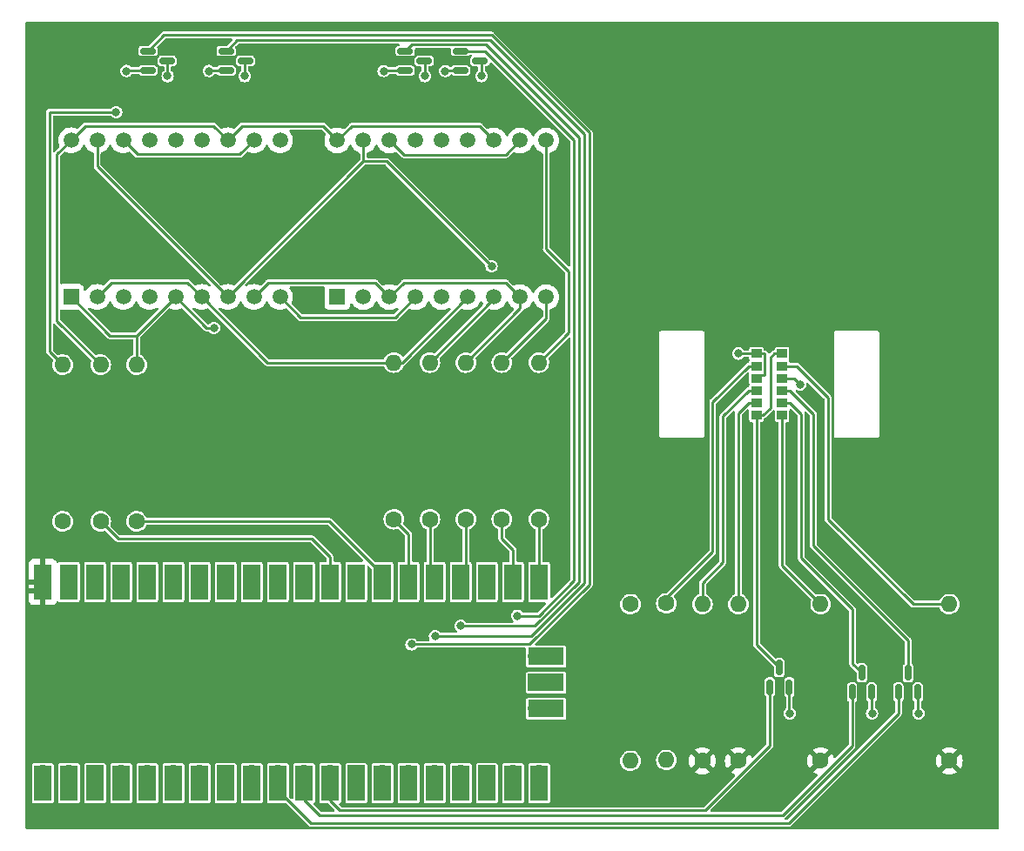
<source format=gbr>
%TF.GenerationSoftware,KiCad,Pcbnew,(6.0.0)*%
%TF.CreationDate,2022-08-12T16:53:37+02:00*%
%TF.ProjectId,PulseOximeter,50756c73-654f-4786-996d-657465722e6b,rev?*%
%TF.SameCoordinates,Original*%
%TF.FileFunction,Copper,L1,Top*%
%TF.FilePolarity,Positive*%
%FSLAX46Y46*%
G04 Gerber Fmt 4.6, Leading zero omitted, Abs format (unit mm)*
G04 Created by KiCad (PCBNEW (6.0.0)) date 2022-08-12 16:53:37*
%MOMM*%
%LPD*%
G01*
G04 APERTURE LIST*
G04 Aperture macros list*
%AMRoundRect*
0 Rectangle with rounded corners*
0 $1 Rounding radius*
0 $2 $3 $4 $5 $6 $7 $8 $9 X,Y pos of 4 corners*
0 Add a 4 corners polygon primitive as box body*
4,1,4,$2,$3,$4,$5,$6,$7,$8,$9,$2,$3,0*
0 Add four circle primitives for the rounded corners*
1,1,$1+$1,$2,$3*
1,1,$1+$1,$4,$5*
1,1,$1+$1,$6,$7*
1,1,$1+$1,$8,$9*
0 Add four rect primitives between the rounded corners*
20,1,$1+$1,$2,$3,$4,$5,0*
20,1,$1+$1,$4,$5,$6,$7,0*
20,1,$1+$1,$6,$7,$8,$9,0*
20,1,$1+$1,$8,$9,$2,$3,0*%
G04 Aperture macros list end*
%TA.AperFunction,SMDPad,CuDef*%
%ADD10R,1.000000X0.900000*%
%TD*%
%TA.AperFunction,ComponentPad*%
%ADD11O,1.600000X1.600000*%
%TD*%
%TA.AperFunction,ComponentPad*%
%ADD12C,1.600000*%
%TD*%
%TA.AperFunction,SMDPad,CuDef*%
%ADD13RoundRect,0.150000X0.150000X-0.587500X0.150000X0.587500X-0.150000X0.587500X-0.150000X-0.587500X0*%
%TD*%
%TA.AperFunction,ComponentPad*%
%ADD14R,1.500000X1.500000*%
%TD*%
%TA.AperFunction,ComponentPad*%
%ADD15C,1.500000*%
%TD*%
%TA.AperFunction,SMDPad,CuDef*%
%ADD16RoundRect,0.150000X-0.587500X-0.150000X0.587500X-0.150000X0.587500X0.150000X-0.587500X0.150000X0*%
%TD*%
%TA.AperFunction,ComponentPad*%
%ADD17O,1.700000X1.700000*%
%TD*%
%TA.AperFunction,SMDPad,CuDef*%
%ADD18R,1.700000X3.500000*%
%TD*%
%TA.AperFunction,ComponentPad*%
%ADD19R,1.700000X1.700000*%
%TD*%
%TA.AperFunction,SMDPad,CuDef*%
%ADD20R,3.500000X1.700000*%
%TD*%
%TA.AperFunction,ViaPad*%
%ADD21C,0.800000*%
%TD*%
%TA.AperFunction,Conductor*%
%ADD22C,0.250000*%
%TD*%
G04 APERTURE END LIST*
D10*
%TO.P,U2,1,BPC*%
%TO.N,+3V3*%
X148250000Y-90500000D03*
%TO.P,U2,2,BPA*%
%TO.N,PHOTOTR_BB*%
X148250000Y-91700000D03*
%TO.P,U2,3,IPC*%
%TO.N,+3V3*%
X148250000Y-92900000D03*
%TO.P,U2,4,IA*%
%TO.N,Net-(R11-Pad2)*%
X148250000Y-94100000D03*
%TO.P,U2,5,G1A*%
%TO.N,Net-(R12-Pad2)*%
X148250000Y-95300000D03*
%TO.P,U2,6,G1C*%
%TO.N,LED_G*%
X148250000Y-96500000D03*
%TO.P,U2,7,RA*%
%TO.N,Net-(R13-Pad2)*%
X150750000Y-96500000D03*
%TO.P,U2,8,RC*%
%TO.N,LED_R*%
X150750000Y-95300000D03*
%TO.P,U2,9,IC*%
%TO.N,LED_I*%
X150750000Y-94100000D03*
%TO.P,U2,10,IPA*%
%TO.N,PHOTOTR_IR*%
X150750000Y-92900000D03*
%TO.P,U2,11,G2A*%
%TO.N,Net-(R14-Pad2)*%
X150750000Y-91700000D03*
%TO.P,U2,12,G2C*%
%TO.N,LED_G*%
X150750000Y-90500000D03*
%TD*%
D11*
%TO.P,R10,2*%
%TO.N,GND*%
X139500000Y-130040000D03*
D12*
%TO.P,R10,1*%
%TO.N,PHOTOTR_BB*%
X139500000Y-114800000D03*
%TD*%
%TO.P,R9,1*%
%TO.N,PHOTOTR_IR*%
X136000000Y-114880000D03*
D11*
%TO.P,R9,2*%
%TO.N,GND*%
X136000000Y-130120000D03*
%TD*%
D12*
%TO.P,R11,1*%
%TO.N,+5V*%
X143000000Y-130120000D03*
D11*
%TO.P,R11,2*%
%TO.N,Net-(R11-Pad2)*%
X143000000Y-114880000D03*
%TD*%
D12*
%TO.P,R13,1*%
%TO.N,+5V*%
X154500000Y-130120000D03*
D11*
%TO.P,R13,2*%
%TO.N,Net-(R13-Pad2)*%
X154500000Y-114880000D03*
%TD*%
D12*
%TO.P,R12,1*%
%TO.N,+5V*%
X146500000Y-130120000D03*
D11*
%TO.P,R12,2*%
%TO.N,Net-(R12-Pad2)*%
X146500000Y-114880000D03*
%TD*%
D12*
%TO.P,R14,1*%
%TO.N,+5V*%
X167000000Y-130120000D03*
D11*
%TO.P,R14,2*%
%TO.N,Net-(R14-Pad2)*%
X167000000Y-114880000D03*
%TD*%
D12*
%TO.P,R8,1*%
%TO.N,SEG_B*%
X127100000Y-106610000D03*
D11*
%TO.P,R8,2*%
%TO.N,/B*%
X127100000Y-91370000D03*
%TD*%
D13*
%TO.P,Q6,1,G*%
%TO.N,TR_R*%
X157550000Y-123437500D03*
%TO.P,Q6,2,S*%
%TO.N,GND*%
X159450000Y-123437500D03*
%TO.P,Q6,3,D*%
%TO.N,LED_R*%
X158500000Y-121562500D03*
%TD*%
D12*
%TO.P,R2,1*%
%TO.N,SEG_F*%
X84500000Y-106820000D03*
D11*
%TO.P,R2,2*%
%TO.N,/F*%
X84500000Y-91580000D03*
%TD*%
D14*
%TO.P,U4,1,DIG1_E*%
%TO.N,/E*%
X107500000Y-85000000D03*
D15*
%TO.P,U4,2,DIG1_D*%
%TO.N,/D*%
X110040000Y-85000000D03*
%TO.P,U4,3,DIG1_C*%
%TO.N,/C*%
X112580000Y-85000000D03*
%TO.P,U4,4,DP1*%
%TO.N,/DP*%
X115120000Y-85000000D03*
%TO.P,U4,5,DIG2_E*%
%TO.N,/E*%
X117660000Y-85000000D03*
%TO.P,U4,6,DIG2_D*%
%TO.N,/D*%
X120200000Y-85000000D03*
%TO.P,U4,7,DIG2_G*%
%TO.N,/G*%
X122740000Y-85000000D03*
%TO.P,U4,8,DIG2_C*%
%TO.N,/C*%
X125280000Y-85000000D03*
%TO.P,U4,9,DP2*%
%TO.N,/DP*%
X127820000Y-85000000D03*
%TO.P,U4,10,DIG2_B*%
%TO.N,/B*%
X127820000Y-69760000D03*
%TO.P,U4,11,DIG2_A*%
%TO.N,/A*%
X125280000Y-69760000D03*
%TO.P,U4,12,DIG2_F*%
%TO.N,/F*%
X122740000Y-69760000D03*
%TO.P,U4,13,DIG2_CC*%
%TO.N,Net-(Q4-Pad3)*%
X120200000Y-69760000D03*
%TO.P,U4,14,DIG1_CC*%
%TO.N,Net-(Q3-Pad3)*%
X117660000Y-69760000D03*
%TO.P,U4,15,DIG1_B*%
%TO.N,/B*%
X115120000Y-69760000D03*
%TO.P,U4,16,DIG1_A*%
%TO.N,/A*%
X112580000Y-69760000D03*
%TO.P,U4,17,DIG1_G*%
%TO.N,/G*%
X110040000Y-69760000D03*
%TO.P,U4,18,DIG1_F*%
%TO.N,/F*%
X107500000Y-69760000D03*
%TD*%
%TO.P,U3,18,DIG1_F*%
%TO.N,/F*%
X81610000Y-69740000D03*
%TO.P,U3,17,DIG1_G*%
%TO.N,/G*%
X84150000Y-69740000D03*
%TO.P,U3,16,DIG1_A*%
%TO.N,/A*%
X86690000Y-69740000D03*
%TO.P,U3,15,DIG1_B*%
%TO.N,/B*%
X89230000Y-69740000D03*
%TO.P,U3,14,DIG1_CC*%
%TO.N,Net-(Q1-Pad3)*%
X91770000Y-69740000D03*
%TO.P,U3,13,DIG2_CC*%
%TO.N,Net-(Q2-Pad3)*%
X94310000Y-69740000D03*
%TO.P,U3,12,DIG2_F*%
%TO.N,/F*%
X96850000Y-69740000D03*
%TO.P,U3,11,DIG2_A*%
%TO.N,/A*%
X99390000Y-69740000D03*
%TO.P,U3,10,DIG2_B*%
%TO.N,/B*%
X101930000Y-69740000D03*
%TO.P,U3,9,DP2*%
%TO.N,/DP*%
X101930000Y-84980000D03*
%TO.P,U3,8,DIG2_C*%
%TO.N,/C*%
X99390000Y-84980000D03*
%TO.P,U3,7,DIG2_G*%
%TO.N,/G*%
X96850000Y-84980000D03*
%TO.P,U3,6,DIG2_D*%
%TO.N,/D*%
X94310000Y-84980000D03*
%TO.P,U3,5,DIG2_E*%
%TO.N,/E*%
X91770000Y-84980000D03*
%TO.P,U3,4,DP1*%
%TO.N,/DP*%
X89230000Y-84980000D03*
%TO.P,U3,3,DIG1_C*%
%TO.N,/C*%
X86690000Y-84980000D03*
%TO.P,U3,2,DIG1_D*%
%TO.N,/D*%
X84150000Y-84980000D03*
D14*
%TO.P,U3,1,DIG1_E*%
%TO.N,/E*%
X81610000Y-84980000D03*
%TD*%
D13*
%TO.P,Q7,1,G*%
%TO.N,TR_I*%
X162050000Y-123437500D03*
%TO.P,Q7,2,S*%
%TO.N,GND*%
X163950000Y-123437500D03*
%TO.P,Q7,3,D*%
%TO.N,LED_I*%
X163000000Y-121562500D03*
%TD*%
D16*
%TO.P,Q4,1,G*%
%TO.N,DIG_4*%
X119492500Y-61050000D03*
%TO.P,Q4,2,S*%
%TO.N,GND*%
X119492500Y-62950000D03*
%TO.P,Q4,3,D*%
%TO.N,Net-(Q4-Pad3)*%
X121367500Y-62000000D03*
%TD*%
%TO.P,Q3,1,G*%
%TO.N,DIG_3*%
X114092500Y-61050000D03*
%TO.P,Q3,2,S*%
%TO.N,GND*%
X114092500Y-62950000D03*
%TO.P,Q3,3,D*%
%TO.N,Net-(Q3-Pad3)*%
X115967500Y-62000000D03*
%TD*%
%TO.P,Q1,1,G*%
%TO.N,DIG_1*%
X89092500Y-61050000D03*
%TO.P,Q1,2,S*%
%TO.N,GND*%
X89092500Y-62950000D03*
%TO.P,Q1,3,D*%
%TO.N,Net-(Q1-Pad3)*%
X90967500Y-62000000D03*
%TD*%
D17*
%TO.P,U1,1,GPIO0*%
%TO.N,unconnected-(U1-Pad1)*%
X78870000Y-131390000D03*
D18*
X78870000Y-132290000D03*
D17*
%TO.P,U1,2,GPIO1*%
%TO.N,unconnected-(U1-Pad2)*%
X81410000Y-131390000D03*
D18*
X81410000Y-132290000D03*
%TO.P,U1,3,GND*%
%TO.N,unconnected-(U1-Pad3)*%
X83950000Y-132290000D03*
D19*
X83950000Y-131390000D03*
D17*
%TO.P,U1,4,GPIO2*%
%TO.N,unconnected-(U1-Pad4)*%
X86490000Y-131390000D03*
D18*
X86490000Y-132290000D03*
D17*
%TO.P,U1,5,GPIO3*%
%TO.N,unconnected-(U1-Pad5)*%
X89030000Y-131390000D03*
D18*
X89030000Y-132290000D03*
%TO.P,U1,6,GPIO4*%
%TO.N,unconnected-(U1-Pad6)*%
X91570000Y-132290000D03*
D17*
X91570000Y-131390000D03*
D18*
%TO.P,U1,7,GPIO5*%
%TO.N,unconnected-(U1-Pad7)*%
X94110000Y-132290000D03*
D17*
X94110000Y-131390000D03*
D18*
%TO.P,U1,8,GND*%
%TO.N,unconnected-(U1-Pad8)*%
X96650000Y-132290000D03*
D19*
X96650000Y-131390000D03*
D18*
%TO.P,U1,9,GPIO6*%
%TO.N,unconnected-(U1-Pad9)*%
X99190000Y-132290000D03*
D17*
X99190000Y-131390000D03*
D18*
%TO.P,U1,10,GPIO7*%
%TO.N,TR_I*%
X101730000Y-132290000D03*
D17*
X101730000Y-131390000D03*
%TO.P,U1,11,GPIO8*%
%TO.N,TR_R*%
X104270000Y-131390000D03*
D18*
X104270000Y-132290000D03*
%TO.P,U1,12,GPIO9*%
%TO.N,TR_G*%
X106810000Y-132290000D03*
D17*
X106810000Y-131390000D03*
D18*
%TO.P,U1,13,GND*%
%TO.N,unconnected-(U1-Pad13)*%
X109350000Y-132290000D03*
D19*
X109350000Y-131390000D03*
D17*
%TO.P,U1,14,GPIO10*%
%TO.N,unconnected-(U1-Pad14)*%
X111890000Y-131390000D03*
D18*
X111890000Y-132290000D03*
%TO.P,U1,15,GPIO11*%
%TO.N,DIG_1*%
X114430000Y-132290000D03*
D17*
X114430000Y-131390000D03*
D18*
%TO.P,U1,16,GPIO12*%
%TO.N,DIG_2*%
X116970000Y-132290000D03*
D17*
X116970000Y-131390000D03*
D18*
%TO.P,U1,17,GPIO13*%
%TO.N,DIG_3*%
X119510000Y-132290000D03*
D17*
X119510000Y-131390000D03*
D18*
%TO.P,U1,18,GND*%
%TO.N,unconnected-(U1-Pad18)*%
X122050000Y-132290000D03*
D19*
X122050000Y-131390000D03*
D17*
%TO.P,U1,19,GPIO14*%
%TO.N,DIG_4*%
X124590000Y-131390000D03*
D18*
X124590000Y-132290000D03*
%TO.P,U1,20,GPIO15*%
%TO.N,SEG_A*%
X127130000Y-132290000D03*
D17*
X127130000Y-131390000D03*
%TO.P,U1,21,GPIO16*%
%TO.N,SEG_B*%
X127130000Y-113610000D03*
D18*
X127130000Y-112710000D03*
%TO.P,U1,22,GPIO17*%
%TO.N,SEG_DP*%
X124590000Y-112710000D03*
D17*
X124590000Y-113610000D03*
D18*
%TO.P,U1,23,GND*%
%TO.N,unconnected-(U1-Pad23)*%
X122050000Y-112710000D03*
D19*
X122050000Y-113610000D03*
D18*
%TO.P,U1,24,GPIO18*%
%TO.N,SEG_C*%
X119510000Y-112710000D03*
D17*
X119510000Y-113610000D03*
D18*
%TO.P,U1,25,GPIO19*%
%TO.N,SEG_G*%
X116970000Y-112710000D03*
D17*
X116970000Y-113610000D03*
D18*
%TO.P,U1,26,GPIO20*%
%TO.N,SEG_D*%
X114430000Y-112710000D03*
D17*
X114430000Y-113610000D03*
%TO.P,U1,27,GPIO21*%
%TO.N,SEG_E*%
X111890000Y-113610000D03*
D18*
X111890000Y-112710000D03*
D19*
%TO.P,U1,28,GND*%
%TO.N,unconnected-(U1-Pad28)*%
X109350000Y-113610000D03*
D18*
X109350000Y-112710000D03*
D17*
%TO.P,U1,29,GPIO22*%
%TO.N,SEG_F*%
X106810000Y-113610000D03*
D18*
X106810000Y-112710000D03*
D17*
%TO.P,U1,30,RUN*%
%TO.N,unconnected-(U1-Pad30)*%
X104270000Y-113610000D03*
D18*
X104270000Y-112710000D03*
%TO.P,U1,31,GPIO26_ADC0*%
%TO.N,unconnected-(U1-Pad31)*%
X101730000Y-112710000D03*
D17*
X101730000Y-113610000D03*
%TO.P,U1,32,GPIO27_ADC1*%
%TO.N,PHOTOTR_BB*%
X99190000Y-113610000D03*
D18*
X99190000Y-112710000D03*
D19*
%TO.P,U1,33,AGND*%
%TO.N,unconnected-(U1-Pad33)*%
X96650000Y-113610000D03*
D18*
X96650000Y-112710000D03*
D17*
%TO.P,U1,34,GPIO28_ADC2*%
%TO.N,PHOTOTR_IR*%
X94110000Y-113610000D03*
D18*
X94110000Y-112710000D03*
%TO.P,U1,35,ADC_VREF*%
%TO.N,+3V3*%
X91570000Y-112710000D03*
D17*
X91570000Y-113610000D03*
D18*
%TO.P,U1,36,3V3*%
X89030000Y-112710000D03*
D17*
X89030000Y-113610000D03*
%TO.P,U1,37,3V3_EN*%
%TO.N,unconnected-(U1-Pad37)*%
X86490000Y-113610000D03*
D18*
X86490000Y-112710000D03*
D19*
%TO.P,U1,38,GND*%
%TO.N,GND*%
X83950000Y-113610000D03*
D18*
X83950000Y-112710000D03*
%TO.P,U1,39,VSYS*%
%TO.N,unconnected-(U1-Pad39)*%
X81410000Y-112710000D03*
D17*
X81410000Y-113610000D03*
D18*
%TO.P,U1,40,VBUS*%
%TO.N,+5V*%
X78870000Y-112710000D03*
D17*
X78870000Y-113610000D03*
%TO.P,U1,41,SWCLK*%
%TO.N,unconnected-(U1-Pad41)*%
X126900000Y-125040000D03*
D20*
X127800000Y-125040000D03*
%TO.P,U1,42,GND*%
%TO.N,unconnected-(U1-Pad42)*%
X127800000Y-122500000D03*
D19*
X126900000Y-122500000D03*
D17*
%TO.P,U1,43,SWDIO*%
%TO.N,unconnected-(U1-Pad43)*%
X126900000Y-119960000D03*
D20*
X127800000Y-119960000D03*
%TD*%
D12*
%TO.P,R5,1*%
%TO.N,SEG_G*%
X116500000Y-106620000D03*
D11*
%TO.P,R5,2*%
%TO.N,/G*%
X116500000Y-91380000D03*
%TD*%
D12*
%TO.P,R3,1*%
%TO.N,SEG_E*%
X88000000Y-106820000D03*
D11*
%TO.P,R3,2*%
%TO.N,/E*%
X88000000Y-91580000D03*
%TD*%
D12*
%TO.P,R4,1*%
%TO.N,SEG_D*%
X113000000Y-106620000D03*
D11*
%TO.P,R4,2*%
%TO.N,/D*%
X113000000Y-91380000D03*
%TD*%
D12*
%TO.P,R6,1*%
%TO.N,SEG_C*%
X120000000Y-106620000D03*
D11*
%TO.P,R6,2*%
%TO.N,/C*%
X120000000Y-91380000D03*
%TD*%
D12*
%TO.P,R7,1*%
%TO.N,SEG_DP*%
X123500000Y-106620000D03*
D11*
%TO.P,R7,2*%
%TO.N,/DP*%
X123500000Y-91380000D03*
%TD*%
D13*
%TO.P,Q5,1,G*%
%TO.N,TR_G*%
X149550000Y-122937500D03*
%TO.P,Q5,2,S*%
%TO.N,GND*%
X151450000Y-122937500D03*
%TO.P,Q5,3,D*%
%TO.N,LED_G*%
X150500000Y-121062500D03*
%TD*%
D16*
%TO.P,Q2,1,G*%
%TO.N,DIG_2*%
X96692500Y-61050000D03*
%TO.P,Q2,2,S*%
%TO.N,GND*%
X96692500Y-62950000D03*
%TO.P,Q2,3,D*%
%TO.N,Net-(Q2-Pad3)*%
X98567500Y-62000000D03*
%TD*%
D12*
%TO.P,R1,1*%
%TO.N,SEG_A*%
X80800000Y-106820000D03*
D11*
%TO.P,R1,2*%
%TO.N,/A*%
X80800000Y-91580000D03*
%TD*%
D21*
%TO.N,PHOTOTR_IR*%
X152500000Y-93500000D03*
%TO.N,GND*%
X164000000Y-125500000D03*
X159500000Y-125500000D03*
X151500000Y-125500000D03*
%TO.N,+3V3*%
X146500000Y-90500000D03*
%TO.N,DIG_1*%
X114714511Y-118785489D03*
%TO.N,GND*%
X112000000Y-63000000D03*
X118000000Y-63000000D03*
X95000000Y-63000000D03*
X87000000Y-63000000D03*
%TO.N,Net-(Q1-Pad3)*%
X91000000Y-63500000D03*
%TO.N,DIG_2*%
X117000000Y-118000000D03*
%TO.N,Net-(Q3-Pad3)*%
X116000000Y-63500000D03*
%TO.N,DIG_3*%
X119500000Y-117000000D03*
%TO.N,Net-(Q2-Pad3)*%
X98500000Y-63500000D03*
%TO.N,DIG_4*%
X125000000Y-116000000D03*
%TO.N,Net-(Q4-Pad3)*%
X121500000Y-63500000D03*
%TO.N,/G*%
X122500000Y-82000000D03*
%TO.N,/E*%
X95500000Y-88000000D03*
%TO.N,/A*%
X86000000Y-67000000D03*
%TD*%
D22*
%TO.N,PHOTOTR_IR*%
X151900000Y-92900000D02*
X152500000Y-93500000D01*
%TO.N,Net-(R14-Pad2)*%
X155200000Y-106600000D02*
X163480000Y-114880000D01*
X163480000Y-114880000D02*
X167000000Y-114880000D01*
%TO.N,TR_I*%
X101730000Y-132999022D02*
X101730000Y-131390000D01*
X104930978Y-136200000D02*
X101730000Y-132999022D01*
X162050000Y-125550000D02*
X151400000Y-136200000D01*
X162050000Y-123437500D02*
X162050000Y-125550000D01*
X151400000Y-136200000D02*
X104930978Y-136200000D01*
%TO.N,TR_R*%
X104270000Y-133870000D02*
X104270000Y-131390000D01*
X105800000Y-135400000D02*
X104270000Y-133870000D01*
X150810300Y-135400000D02*
X105800000Y-135400000D01*
%TO.N,TR_G*%
X106810000Y-134010000D02*
X106810000Y-131390000D01*
%TO.N,TR_R*%
X157550000Y-128660300D02*
X150810300Y-135400000D01*
%TO.N,TR_G*%
X149550000Y-122937500D02*
X149550000Y-128660300D01*
%TO.N,TR_R*%
X157550000Y-123437500D02*
X157550000Y-128660300D01*
%TO.N,TR_G*%
X107750489Y-134950489D02*
X106810000Y-134010000D01*
X149550000Y-128660300D02*
X143259811Y-134950489D01*
X143259811Y-134950489D02*
X107750489Y-134950489D01*
%TO.N,GND*%
X163950000Y-125450000D02*
X164000000Y-125500000D01*
X163950000Y-123437500D02*
X163950000Y-125450000D01*
X159450000Y-123437500D02*
X159450000Y-125450000D01*
X159450000Y-125450000D02*
X159500000Y-125500000D01*
X151450000Y-125450000D02*
X151500000Y-125500000D01*
X151450000Y-122937500D02*
X151450000Y-125450000D01*
%TO.N,Net-(R14-Pad2)*%
X155200000Y-94750788D02*
X155200000Y-106600000D01*
X152149212Y-91700000D02*
X155200000Y-94750788D01*
X150750000Y-91700000D02*
X152149212Y-91700000D01*
%TO.N,LED_I*%
X163000000Y-118400000D02*
X163000000Y-121562500D01*
X153800000Y-96400000D02*
X153800000Y-109200000D01*
X153800000Y-109200000D02*
X163000000Y-118400000D01*
X151500000Y-94100000D02*
X153800000Y-96400000D01*
X150750000Y-94100000D02*
X151500000Y-94100000D01*
%TO.N,LED_R*%
X157600000Y-115400000D02*
X157600000Y-120662500D01*
X157600000Y-120662500D02*
X158500000Y-121562500D01*
X152600000Y-110400000D02*
X157600000Y-115400000D01*
X152600000Y-96400000D02*
X152600000Y-110400000D01*
X151500000Y-95300000D02*
X152600000Y-96400000D01*
X150750000Y-95300000D02*
X151500000Y-95300000D01*
%TO.N,Net-(R13-Pad2)*%
X150750000Y-96500000D02*
X150750000Y-111130000D01*
X150750000Y-111130000D02*
X154500000Y-114880000D01*
%TO.N,PHOTOTR_IR*%
X150750000Y-92900000D02*
X151900000Y-92900000D01*
%TO.N,PHOTOTR_BB*%
X139500000Y-114300000D02*
X139500000Y-114800000D01*
X144000000Y-95200000D02*
X144000000Y-109800000D01*
X147500000Y-91700000D02*
X144000000Y-95200000D01*
X148250000Y-91700000D02*
X147500000Y-91700000D01*
X144000000Y-109800000D02*
X139500000Y-114300000D01*
%TO.N,Net-(R11-Pad2)*%
X143000000Y-112800000D02*
X143000000Y-114880000D01*
X145000000Y-110800000D02*
X143000000Y-112800000D01*
X145000000Y-96600000D02*
X145000000Y-110800000D01*
X148250000Y-94100000D02*
X147500000Y-94100000D01*
X147500000Y-94100000D02*
X145000000Y-96600000D01*
%TO.N,Net-(R12-Pad2)*%
X146500000Y-96300000D02*
X146500000Y-114880000D01*
X147500000Y-95300000D02*
X146500000Y-96300000D01*
X148250000Y-95300000D02*
X147500000Y-95300000D01*
%TO.N,LED_G*%
X148250000Y-118812500D02*
X150500000Y-121062500D01*
X148250000Y-96500000D02*
X148250000Y-118812500D01*
X149600000Y-95800000D02*
X148900000Y-96500000D01*
X148900000Y-96500000D02*
X148250000Y-96500000D01*
X149600000Y-90900000D02*
X149600000Y-95800000D01*
X150750000Y-90500000D02*
X150000000Y-90500000D01*
X150000000Y-90500000D02*
X149600000Y-90900000D01*
%TO.N,+3V3*%
X149000000Y-90500000D02*
X148250000Y-90500000D01*
X149074511Y-90574511D02*
X149000000Y-90500000D01*
X149074511Y-92525489D02*
X149074511Y-90574511D01*
X149000000Y-92600000D02*
X149074511Y-92525489D01*
X148550000Y-92600000D02*
X149000000Y-92600000D01*
X148250000Y-92900000D02*
X148550000Y-92600000D01*
X146500000Y-90500000D02*
X148250000Y-90500000D01*
%TO.N,DIG_1*%
X126210645Y-118785489D02*
X114714511Y-118785489D01*
X132000000Y-106906734D02*
X132000000Y-112996134D01*
X122500000Y-59500000D02*
X132000000Y-69000000D01*
X89092500Y-61050000D02*
X90642500Y-59500000D01*
X132000000Y-112996134D02*
X126210645Y-118785489D01*
X90642500Y-59500000D02*
X122500000Y-59500000D01*
X132000000Y-69000000D02*
X132000000Y-106906734D01*
%TO.N,GND*%
X119492500Y-62950000D02*
X118050000Y-62950000D01*
X114092500Y-62950000D02*
X112050000Y-62950000D01*
X96692500Y-62950000D02*
X95050000Y-62950000D01*
X118050000Y-62950000D02*
X118000000Y-63000000D01*
X87050000Y-62950000D02*
X87000000Y-63000000D01*
X112050000Y-62950000D02*
X112000000Y-63000000D01*
X89092500Y-62950000D02*
X87050000Y-62950000D01*
X95050000Y-62950000D02*
X95000000Y-63000000D01*
%TO.N,Net-(Q1-Pad3)*%
X91000000Y-63500000D02*
X91000000Y-62032500D01*
X91000000Y-62032500D02*
X90967500Y-62000000D01*
%TO.N,DIG_2*%
X96692500Y-61050000D02*
X97766531Y-59975969D01*
X97766531Y-59975969D02*
X122340265Y-59975969D01*
X131512299Y-107805187D02*
X131512299Y-112848131D01*
X131512299Y-69148003D02*
X131512299Y-107805187D01*
X126360430Y-118000000D02*
X117000000Y-118000000D01*
X131512299Y-112848131D02*
X126360430Y-118000000D01*
X122340265Y-59975969D02*
X131512299Y-69148003D01*
%TO.N,Net-(Q3-Pad3)*%
X116000000Y-63500000D02*
X116000000Y-62032500D01*
X116000000Y-62032500D02*
X115967500Y-62000000D01*
%TO.N,DIG_3*%
X131000000Y-69500000D02*
X131000000Y-109090693D01*
X114717020Y-60425480D02*
X121925480Y-60425480D01*
X126724726Y-117000000D02*
X119500000Y-117000000D01*
X114092500Y-61050000D02*
X114717020Y-60425480D01*
X121925480Y-60425480D02*
X131000000Y-69500000D01*
X131000000Y-109090693D02*
X131000000Y-112724726D01*
X131000000Y-112724726D02*
X126724726Y-117000000D01*
%TO.N,Net-(Q2-Pad3)*%
X98500000Y-62067500D02*
X98567500Y-62000000D01*
X98500000Y-63500000D02*
X98500000Y-62067500D01*
%TO.N,DIG_4*%
X127089022Y-116000000D02*
X125000000Y-116000000D01*
X119492500Y-61050000D02*
X121826072Y-61050000D01*
X121826072Y-61050000D02*
X130500000Y-69723928D01*
X130500000Y-108566093D02*
X130500000Y-112589022D01*
X130500000Y-69723928D02*
X130500000Y-108566093D01*
X130500000Y-112589022D02*
X127089022Y-116000000D01*
%TO.N,Net-(Q4-Pad3)*%
X121500000Y-62132500D02*
X121367500Y-62000000D01*
X121500000Y-63500000D02*
X121500000Y-62132500D01*
%TO.N,SEG_DP*%
X124590000Y-109590000D02*
X124590000Y-113610000D01*
X123500000Y-106620000D02*
X123500000Y-108500000D01*
X123500000Y-108500000D02*
X124590000Y-109590000D01*
%TO.N,SEG_G*%
X116500000Y-106620000D02*
X116500000Y-113140000D01*
X116500000Y-113140000D02*
X116970000Y-113610000D01*
%TO.N,SEG_F*%
X106810000Y-110310000D02*
X106810000Y-113610000D01*
X105000000Y-108500000D02*
X106810000Y-110310000D01*
X86180000Y-108500000D02*
X105000000Y-108500000D01*
X84500000Y-106820000D02*
X86180000Y-108500000D01*
%TO.N,SEG_E*%
X111890000Y-112000978D02*
X111890000Y-113610000D01*
X106709022Y-106820000D02*
X111890000Y-112000978D01*
X88000000Y-106820000D02*
X106709022Y-106820000D01*
%TO.N,SEG_D*%
X113000000Y-106620000D02*
X114430000Y-108050000D01*
X114430000Y-108050000D02*
X114430000Y-113610000D01*
%TO.N,SEG_C*%
X120000000Y-106620000D02*
X120000000Y-113120000D01*
X120000000Y-113120000D02*
X119510000Y-113610000D01*
%TO.N,SEG_B*%
X127100000Y-113580000D02*
X127130000Y-113610000D01*
X127100000Y-106610000D02*
X127100000Y-113580000D01*
%TO.N,/DP*%
X115120000Y-85000000D02*
X113120000Y-87000000D01*
X127820000Y-87060000D02*
X123500000Y-91380000D01*
X127820000Y-85000000D02*
X127820000Y-87060000D01*
X113120000Y-87000000D02*
X103950000Y-87000000D01*
X103950000Y-87000000D02*
X101930000Y-84980000D01*
%TO.N,/G*%
X84150000Y-69740000D02*
X84150000Y-72280000D01*
X116500000Y-91380000D02*
X122740000Y-85140000D01*
X110040000Y-71790000D02*
X112290000Y-71790000D01*
X110040000Y-69760000D02*
X110040000Y-71790000D01*
X110040000Y-71790000D02*
X96850000Y-84980000D01*
X112290000Y-71790000D02*
X122500000Y-82000000D01*
X84150000Y-72280000D02*
X96850000Y-84980000D01*
X122740000Y-85140000D02*
X122740000Y-85000000D01*
%TO.N,/F*%
X81610000Y-69740000D02*
X82984511Y-68365489D01*
X98224511Y-68365489D02*
X106105489Y-68365489D01*
X107500000Y-69760000D02*
X108874511Y-68385489D01*
X80235489Y-71114511D02*
X81610000Y-69740000D01*
X106105489Y-68365489D02*
X107500000Y-69760000D01*
X108874511Y-68385489D02*
X121365489Y-68385489D01*
X121365489Y-68385489D02*
X122740000Y-69760000D01*
X82984511Y-68365489D02*
X95475489Y-68365489D01*
X95475489Y-68365489D02*
X96850000Y-69740000D01*
X84500000Y-91580000D02*
X80235489Y-87315489D01*
X96850000Y-69740000D02*
X98224511Y-68365489D01*
X80235489Y-87315489D02*
X80235489Y-71114511D01*
%TO.N,/E*%
X94790000Y-88000000D02*
X95500000Y-88000000D01*
X91770000Y-84980000D02*
X94790000Y-88000000D01*
X88000000Y-88750000D02*
X91770000Y-84980000D01*
X81610000Y-84980000D02*
X85380000Y-88750000D01*
X88000000Y-91580000D02*
X88000000Y-88750000D01*
X85380000Y-88750000D02*
X88000000Y-88750000D01*
%TO.N,/D*%
X113000000Y-91380000D02*
X113820000Y-91380000D01*
X94310000Y-84980000D02*
X100710000Y-91380000D01*
X85524511Y-83605489D02*
X92935489Y-83605489D01*
X92935489Y-83605489D02*
X94310000Y-84980000D01*
X84150000Y-84980000D02*
X85524511Y-83605489D01*
X100710000Y-91380000D02*
X113000000Y-91380000D01*
X113820000Y-91380000D02*
X120200000Y-85000000D01*
%TO.N,/C*%
X111205489Y-83625489D02*
X112580000Y-85000000D01*
X100744511Y-83625489D02*
X111205489Y-83625489D01*
X120000000Y-91380000D02*
X125280000Y-86100000D01*
X123905489Y-83625489D02*
X113954511Y-83625489D01*
X113954511Y-83625489D02*
X112580000Y-85000000D01*
X99390000Y-84980000D02*
X100744511Y-83625489D01*
X125280000Y-86100000D02*
X125280000Y-85000000D01*
X125280000Y-85000000D02*
X123905489Y-83625489D01*
%TO.N,/B*%
X130000000Y-88470000D02*
X127100000Y-91370000D01*
X130000000Y-82500000D02*
X130000000Y-88470000D01*
X127820000Y-69760000D02*
X127820000Y-80320000D01*
X127820000Y-80320000D02*
X130000000Y-82500000D01*
%TO.N,/A*%
X98015489Y-71114511D02*
X99390000Y-69740000D01*
X79500000Y-90280000D02*
X79500000Y-67000000D01*
X86690000Y-69740000D02*
X88064511Y-71114511D01*
X80800000Y-91580000D02*
X79500000Y-90280000D01*
X79500000Y-67000000D02*
X86000000Y-67000000D01*
X113954511Y-71134511D02*
X123905489Y-71134511D01*
X123905489Y-71134511D02*
X125280000Y-69760000D01*
X112580000Y-69760000D02*
X113954511Y-71134511D01*
X88064511Y-71114511D02*
X98015489Y-71114511D01*
%TD*%
%TA.AperFunction,Conductor*%
%TO.N,+5V*%
G36*
X171742121Y-58220002D02*
G01*
X171788614Y-58273658D01*
X171800000Y-58326000D01*
X171800000Y-136674000D01*
X171779998Y-136742121D01*
X171726342Y-136788614D01*
X171674000Y-136800000D01*
X77326000Y-136800000D01*
X77257879Y-136779998D01*
X77211386Y-136726342D01*
X77200000Y-136674000D01*
X77200000Y-131375262D01*
X77814520Y-131375262D01*
X77815036Y-131381405D01*
X77819058Y-131429302D01*
X77819500Y-131439846D01*
X77819500Y-134059748D01*
X77831133Y-134118231D01*
X77875448Y-134184552D01*
X77941769Y-134228867D01*
X77953938Y-134231288D01*
X77953939Y-134231288D01*
X77994184Y-134239293D01*
X78000252Y-134240500D01*
X79739748Y-134240500D01*
X79745816Y-134239293D01*
X79786061Y-134231288D01*
X79786062Y-134231288D01*
X79798231Y-134228867D01*
X79864552Y-134184552D01*
X79908867Y-134118231D01*
X79920500Y-134059748D01*
X79920500Y-131464373D01*
X79921494Y-131448581D01*
X79924728Y-131422978D01*
X79925171Y-131419474D01*
X79925583Y-131390000D01*
X79924138Y-131375262D01*
X80354520Y-131375262D01*
X80355036Y-131381405D01*
X80359058Y-131429302D01*
X80359500Y-131439846D01*
X80359500Y-134059748D01*
X80371133Y-134118231D01*
X80415448Y-134184552D01*
X80481769Y-134228867D01*
X80493938Y-134231288D01*
X80493939Y-134231288D01*
X80534184Y-134239293D01*
X80540252Y-134240500D01*
X82279748Y-134240500D01*
X82285816Y-134239293D01*
X82326061Y-134231288D01*
X82326062Y-134231288D01*
X82338231Y-134228867D01*
X82404552Y-134184552D01*
X82448867Y-134118231D01*
X82460500Y-134059748D01*
X82899500Y-134059748D01*
X82911133Y-134118231D01*
X82955448Y-134184552D01*
X83021769Y-134228867D01*
X83033938Y-134231288D01*
X83033939Y-134231288D01*
X83074184Y-134239293D01*
X83080252Y-134240500D01*
X84819748Y-134240500D01*
X84825816Y-134239293D01*
X84866061Y-134231288D01*
X84866062Y-134231288D01*
X84878231Y-134228867D01*
X84944552Y-134184552D01*
X84988867Y-134118231D01*
X85000500Y-134059748D01*
X85000500Y-131375262D01*
X85434520Y-131375262D01*
X85435036Y-131381405D01*
X85439058Y-131429302D01*
X85439500Y-131439846D01*
X85439500Y-134059748D01*
X85451133Y-134118231D01*
X85495448Y-134184552D01*
X85561769Y-134228867D01*
X85573938Y-134231288D01*
X85573939Y-134231288D01*
X85614184Y-134239293D01*
X85620252Y-134240500D01*
X87359748Y-134240500D01*
X87365816Y-134239293D01*
X87406061Y-134231288D01*
X87406062Y-134231288D01*
X87418231Y-134228867D01*
X87484552Y-134184552D01*
X87528867Y-134118231D01*
X87540500Y-134059748D01*
X87540500Y-131464373D01*
X87541494Y-131448581D01*
X87544728Y-131422978D01*
X87545171Y-131419474D01*
X87545583Y-131390000D01*
X87544138Y-131375262D01*
X87974520Y-131375262D01*
X87975036Y-131381405D01*
X87979058Y-131429302D01*
X87979500Y-131439846D01*
X87979500Y-134059748D01*
X87991133Y-134118231D01*
X88035448Y-134184552D01*
X88101769Y-134228867D01*
X88113938Y-134231288D01*
X88113939Y-134231288D01*
X88154184Y-134239293D01*
X88160252Y-134240500D01*
X89899748Y-134240500D01*
X89905816Y-134239293D01*
X89946061Y-134231288D01*
X89946062Y-134231288D01*
X89958231Y-134228867D01*
X90024552Y-134184552D01*
X90068867Y-134118231D01*
X90080500Y-134059748D01*
X90080500Y-131464373D01*
X90081494Y-131448581D01*
X90084728Y-131422978D01*
X90085171Y-131419474D01*
X90085583Y-131390000D01*
X90084138Y-131375262D01*
X90514520Y-131375262D01*
X90515036Y-131381405D01*
X90519058Y-131429302D01*
X90519500Y-131439846D01*
X90519500Y-134059748D01*
X90531133Y-134118231D01*
X90575448Y-134184552D01*
X90641769Y-134228867D01*
X90653938Y-134231288D01*
X90653939Y-134231288D01*
X90694184Y-134239293D01*
X90700252Y-134240500D01*
X92439748Y-134240500D01*
X92445816Y-134239293D01*
X92486061Y-134231288D01*
X92486062Y-134231288D01*
X92498231Y-134228867D01*
X92564552Y-134184552D01*
X92608867Y-134118231D01*
X92620500Y-134059748D01*
X92620500Y-131464373D01*
X92621494Y-131448581D01*
X92624728Y-131422978D01*
X92625171Y-131419474D01*
X92625583Y-131390000D01*
X92624138Y-131375262D01*
X93054520Y-131375262D01*
X93055036Y-131381405D01*
X93059058Y-131429302D01*
X93059500Y-131439846D01*
X93059500Y-134059748D01*
X93071133Y-134118231D01*
X93115448Y-134184552D01*
X93181769Y-134228867D01*
X93193938Y-134231288D01*
X93193939Y-134231288D01*
X93234184Y-134239293D01*
X93240252Y-134240500D01*
X94979748Y-134240500D01*
X94985816Y-134239293D01*
X95026061Y-134231288D01*
X95026062Y-134231288D01*
X95038231Y-134228867D01*
X95104552Y-134184552D01*
X95148867Y-134118231D01*
X95160500Y-134059748D01*
X95599500Y-134059748D01*
X95611133Y-134118231D01*
X95655448Y-134184552D01*
X95721769Y-134228867D01*
X95733938Y-134231288D01*
X95733939Y-134231288D01*
X95774184Y-134239293D01*
X95780252Y-134240500D01*
X97519748Y-134240500D01*
X97525816Y-134239293D01*
X97566061Y-134231288D01*
X97566062Y-134231288D01*
X97578231Y-134228867D01*
X97644552Y-134184552D01*
X97688867Y-134118231D01*
X97700500Y-134059748D01*
X97700500Y-131375262D01*
X98134520Y-131375262D01*
X98135036Y-131381405D01*
X98139058Y-131429302D01*
X98139500Y-131439846D01*
X98139500Y-134059748D01*
X98151133Y-134118231D01*
X98195448Y-134184552D01*
X98261769Y-134228867D01*
X98273938Y-134231288D01*
X98273939Y-134231288D01*
X98314184Y-134239293D01*
X98320252Y-134240500D01*
X100059748Y-134240500D01*
X100065816Y-134239293D01*
X100106061Y-134231288D01*
X100106062Y-134231288D01*
X100118231Y-134228867D01*
X100184552Y-134184552D01*
X100228867Y-134118231D01*
X100240500Y-134059748D01*
X100240500Y-131464373D01*
X100241494Y-131448581D01*
X100244728Y-131422978D01*
X100245171Y-131419474D01*
X100245583Y-131390000D01*
X100244138Y-131375262D01*
X100674520Y-131375262D01*
X100675036Y-131381405D01*
X100679058Y-131429302D01*
X100679500Y-131439846D01*
X100679500Y-134059748D01*
X100691133Y-134118231D01*
X100735448Y-134184552D01*
X100801769Y-134228867D01*
X100813938Y-134231288D01*
X100813939Y-134231288D01*
X100854184Y-134239293D01*
X100860252Y-134240500D01*
X102458962Y-134240500D01*
X102527083Y-134260502D01*
X102548057Y-134277405D01*
X104686867Y-136416215D01*
X104694293Y-136424318D01*
X104718523Y-136453194D01*
X104728072Y-136458707D01*
X104751163Y-136472039D01*
X104760434Y-136477945D01*
X104791294Y-136499554D01*
X104801947Y-136502409D01*
X104805109Y-136503883D01*
X104808385Y-136505075D01*
X104817933Y-136510588D01*
X104828788Y-136512502D01*
X104828793Y-136512504D01*
X104855043Y-136517133D01*
X104865770Y-136519511D01*
X104891526Y-136526412D01*
X104891529Y-136526412D01*
X104902172Y-136529264D01*
X104913147Y-136528304D01*
X104913149Y-136528304D01*
X104939722Y-136525979D01*
X104950703Y-136525500D01*
X151380290Y-136525500D01*
X151391272Y-136525980D01*
X151417820Y-136528303D01*
X151417822Y-136528303D01*
X151428807Y-136529264D01*
X151465215Y-136519508D01*
X151475942Y-136517130D01*
X151479301Y-136516538D01*
X151513045Y-136510588D01*
X151522590Y-136505077D01*
X151525866Y-136503885D01*
X151529034Y-136502408D01*
X151539684Y-136499554D01*
X151570544Y-136477945D01*
X151579815Y-136472039D01*
X151602906Y-136458707D01*
X151612455Y-136453194D01*
X151636685Y-136424317D01*
X151644111Y-136416215D01*
X156854265Y-131206062D01*
X166278493Y-131206062D01*
X166287789Y-131218077D01*
X166338994Y-131253931D01*
X166348489Y-131259414D01*
X166545947Y-131351490D01*
X166556239Y-131355236D01*
X166766688Y-131411625D01*
X166777481Y-131413528D01*
X166994525Y-131432517D01*
X167005475Y-131432517D01*
X167222519Y-131413528D01*
X167233312Y-131411625D01*
X167443761Y-131355236D01*
X167454053Y-131351490D01*
X167651511Y-131259414D01*
X167661006Y-131253931D01*
X167713048Y-131217491D01*
X167721424Y-131207012D01*
X167714356Y-131193566D01*
X167012812Y-130492022D01*
X166998868Y-130484408D01*
X166997035Y-130484539D01*
X166990420Y-130488790D01*
X166284923Y-131194287D01*
X166278493Y-131206062D01*
X156854265Y-131206062D01*
X157934852Y-130125475D01*
X165687483Y-130125475D01*
X165706472Y-130342519D01*
X165708375Y-130353312D01*
X165764764Y-130563761D01*
X165768510Y-130574053D01*
X165860586Y-130771511D01*
X165866069Y-130781006D01*
X165902509Y-130833048D01*
X165912988Y-130841424D01*
X165926434Y-130834356D01*
X166627978Y-130132812D01*
X166634356Y-130121132D01*
X167364408Y-130121132D01*
X167364539Y-130122965D01*
X167368790Y-130129580D01*
X168074287Y-130835077D01*
X168086062Y-130841507D01*
X168098077Y-130832211D01*
X168133931Y-130781006D01*
X168139414Y-130771511D01*
X168231490Y-130574053D01*
X168235236Y-130563761D01*
X168291625Y-130353312D01*
X168293528Y-130342519D01*
X168312517Y-130125475D01*
X168312517Y-130114525D01*
X168293528Y-129897481D01*
X168291625Y-129886688D01*
X168235236Y-129676239D01*
X168231490Y-129665947D01*
X168139414Y-129468489D01*
X168133931Y-129458994D01*
X168097491Y-129406952D01*
X168087012Y-129398576D01*
X168073566Y-129405644D01*
X167372022Y-130107188D01*
X167364408Y-130121132D01*
X166634356Y-130121132D01*
X166635592Y-130118868D01*
X166635461Y-130117035D01*
X166631210Y-130110420D01*
X165925713Y-129404923D01*
X165913938Y-129398493D01*
X165901923Y-129407789D01*
X165866069Y-129458994D01*
X165860586Y-129468489D01*
X165768510Y-129665947D01*
X165764764Y-129676239D01*
X165708375Y-129886688D01*
X165706472Y-129897481D01*
X165687483Y-130114525D01*
X165687483Y-130125475D01*
X157934852Y-130125475D01*
X159027339Y-129032988D01*
X166278576Y-129032988D01*
X166285644Y-129046434D01*
X166987188Y-129747978D01*
X167001132Y-129755592D01*
X167002965Y-129755461D01*
X167009580Y-129751210D01*
X167715077Y-129045713D01*
X167721507Y-129033938D01*
X167712211Y-129021923D01*
X167661006Y-128986069D01*
X167651511Y-128980586D01*
X167454053Y-128888510D01*
X167443761Y-128884764D01*
X167233312Y-128828375D01*
X167222519Y-128826472D01*
X167005475Y-128807483D01*
X166994525Y-128807483D01*
X166777481Y-128826472D01*
X166766688Y-128828375D01*
X166556239Y-128884764D01*
X166545947Y-128888510D01*
X166348489Y-128980586D01*
X166338994Y-128986069D01*
X166286952Y-129022509D01*
X166278576Y-129032988D01*
X159027339Y-129032988D01*
X162266222Y-125794105D01*
X162274326Y-125786678D01*
X162294749Y-125769541D01*
X162303194Y-125762455D01*
X162322039Y-125729815D01*
X162327943Y-125720547D01*
X162343231Y-125698713D01*
X162349553Y-125689684D01*
X162352406Y-125679038D01*
X162353883Y-125675870D01*
X162355076Y-125672593D01*
X162360588Y-125663045D01*
X162367132Y-125625931D01*
X162369512Y-125615196D01*
X162376410Y-125589454D01*
X162379263Y-125578807D01*
X162375979Y-125541269D01*
X162375500Y-125530288D01*
X162375500Y-125500000D01*
X163394318Y-125500000D01*
X163414956Y-125656762D01*
X163475464Y-125802841D01*
X163480491Y-125809392D01*
X163562153Y-125915816D01*
X163571718Y-125928282D01*
X163697159Y-126024536D01*
X163843238Y-126085044D01*
X163851426Y-126086122D01*
X163917943Y-126094879D01*
X164000000Y-126105682D01*
X164008188Y-126104604D01*
X164148574Y-126086122D01*
X164156762Y-126085044D01*
X164302841Y-126024536D01*
X164428282Y-125928282D01*
X164437848Y-125915816D01*
X164519509Y-125809392D01*
X164524536Y-125802841D01*
X164585044Y-125656762D01*
X164605682Y-125500000D01*
X164585044Y-125343238D01*
X164524536Y-125197159D01*
X164428282Y-125071718D01*
X164324795Y-124992310D01*
X164282929Y-124934973D01*
X164275500Y-124892348D01*
X164275500Y-124397468D01*
X164295502Y-124329347D01*
X164312327Y-124308450D01*
X164381935Y-124238721D01*
X164381935Y-124238720D01*
X164389293Y-124231350D01*
X164440536Y-124126518D01*
X164450500Y-124058218D01*
X164450500Y-122816782D01*
X164441871Y-122758162D01*
X164441784Y-122757574D01*
X164441784Y-122757573D01*
X164440358Y-122747888D01*
X164388932Y-122643145D01*
X164306350Y-122560707D01*
X164201518Y-122509464D01*
X164171027Y-122505016D01*
X164137744Y-122500160D01*
X164137740Y-122500160D01*
X164133218Y-122499500D01*
X163766782Y-122499500D01*
X163762232Y-122500170D01*
X163762229Y-122500170D01*
X163707574Y-122508216D01*
X163707573Y-122508216D01*
X163697888Y-122509642D01*
X163647992Y-122534140D01*
X163602493Y-122556478D01*
X163602491Y-122556479D01*
X163593145Y-122561068D01*
X163510707Y-122643650D01*
X163459464Y-122748482D01*
X163449500Y-122816782D01*
X163449500Y-124058218D01*
X163450170Y-124062768D01*
X163450170Y-124062771D01*
X163458216Y-124117426D01*
X163459642Y-124127112D01*
X163511068Y-124231855D01*
X163518438Y-124239212D01*
X163587518Y-124308172D01*
X163621597Y-124370455D01*
X163624500Y-124397345D01*
X163624500Y-124969080D01*
X163604498Y-125037201D01*
X163583397Y-125060138D01*
X163584109Y-125060850D01*
X163578264Y-125066695D01*
X163571718Y-125071718D01*
X163475464Y-125197159D01*
X163414956Y-125343238D01*
X163394318Y-125500000D01*
X162375500Y-125500000D01*
X162375500Y-124397468D01*
X162395502Y-124329347D01*
X162412327Y-124308450D01*
X162481935Y-124238721D01*
X162481935Y-124238720D01*
X162489293Y-124231350D01*
X162540536Y-124126518D01*
X162550500Y-124058218D01*
X162550500Y-122816782D01*
X162541871Y-122758162D01*
X162541784Y-122757574D01*
X162541784Y-122757573D01*
X162540358Y-122747888D01*
X162488932Y-122643145D01*
X162406350Y-122560707D01*
X162301518Y-122509464D01*
X162271027Y-122505016D01*
X162237744Y-122500160D01*
X162237740Y-122500160D01*
X162233218Y-122499500D01*
X161866782Y-122499500D01*
X161862232Y-122500170D01*
X161862229Y-122500170D01*
X161807574Y-122508216D01*
X161807573Y-122508216D01*
X161797888Y-122509642D01*
X161747992Y-122534140D01*
X161702493Y-122556478D01*
X161702491Y-122556479D01*
X161693145Y-122561068D01*
X161610707Y-122643650D01*
X161559464Y-122748482D01*
X161549500Y-122816782D01*
X161549500Y-124058218D01*
X161550170Y-124062768D01*
X161550170Y-124062771D01*
X161558216Y-124117426D01*
X161559642Y-124127112D01*
X161611068Y-124231855D01*
X161618438Y-124239212D01*
X161687518Y-124308172D01*
X161721597Y-124370455D01*
X161724500Y-124397345D01*
X161724500Y-125362983D01*
X161704498Y-125431104D01*
X161687595Y-125452078D01*
X151302079Y-135837595D01*
X151239767Y-135871621D01*
X151212984Y-135874500D01*
X151102217Y-135874500D01*
X151034096Y-135854498D01*
X150987603Y-135800842D01*
X150977499Y-135730568D01*
X151006993Y-135665988D01*
X151016069Y-135657054D01*
X151022755Y-135653194D01*
X151046985Y-135624317D01*
X151054411Y-135616215D01*
X157766215Y-128904411D01*
X157774319Y-128896984D01*
X157794749Y-128879841D01*
X157803194Y-128872755D01*
X157808707Y-128863206D01*
X157822039Y-128840115D01*
X157827945Y-128830844D01*
X157831006Y-128826472D01*
X157849554Y-128799984D01*
X157852408Y-128789333D01*
X157853888Y-128786160D01*
X157855079Y-128782888D01*
X157860588Y-128773345D01*
X157867134Y-128736224D01*
X157869509Y-128725510D01*
X157879263Y-128689107D01*
X157875978Y-128651557D01*
X157875500Y-128640588D01*
X157875500Y-125500000D01*
X158894318Y-125500000D01*
X158914956Y-125656762D01*
X158975464Y-125802841D01*
X158980491Y-125809392D01*
X159062153Y-125915816D01*
X159071718Y-125928282D01*
X159197159Y-126024536D01*
X159343238Y-126085044D01*
X159351426Y-126086122D01*
X159417943Y-126094879D01*
X159500000Y-126105682D01*
X159508188Y-126104604D01*
X159648574Y-126086122D01*
X159656762Y-126085044D01*
X159802841Y-126024536D01*
X159928282Y-125928282D01*
X159937848Y-125915816D01*
X160019509Y-125809392D01*
X160024536Y-125802841D01*
X160085044Y-125656762D01*
X160105682Y-125500000D01*
X160085044Y-125343238D01*
X160024536Y-125197159D01*
X159928282Y-125071718D01*
X159824795Y-124992310D01*
X159782929Y-124934973D01*
X159775500Y-124892348D01*
X159775500Y-124397468D01*
X159795502Y-124329347D01*
X159812327Y-124308450D01*
X159881935Y-124238721D01*
X159881935Y-124238720D01*
X159889293Y-124231350D01*
X159940536Y-124126518D01*
X159950500Y-124058218D01*
X159950500Y-122816782D01*
X159941871Y-122758162D01*
X159941784Y-122757574D01*
X159941784Y-122757573D01*
X159940358Y-122747888D01*
X159888932Y-122643145D01*
X159806350Y-122560707D01*
X159701518Y-122509464D01*
X159671027Y-122505016D01*
X159637744Y-122500160D01*
X159637740Y-122500160D01*
X159633218Y-122499500D01*
X159266782Y-122499500D01*
X159262232Y-122500170D01*
X159262229Y-122500170D01*
X159207574Y-122508216D01*
X159207573Y-122508216D01*
X159197888Y-122509642D01*
X159147992Y-122534140D01*
X159102493Y-122556478D01*
X159102491Y-122556479D01*
X159093145Y-122561068D01*
X159010707Y-122643650D01*
X158959464Y-122748482D01*
X158949500Y-122816782D01*
X158949500Y-124058218D01*
X158950170Y-124062768D01*
X158950170Y-124062771D01*
X158958216Y-124117426D01*
X158959642Y-124127112D01*
X159011068Y-124231855D01*
X159018438Y-124239212D01*
X159087518Y-124308172D01*
X159121597Y-124370455D01*
X159124500Y-124397345D01*
X159124500Y-124969080D01*
X159104498Y-125037201D01*
X159083397Y-125060138D01*
X159084109Y-125060850D01*
X159078264Y-125066695D01*
X159071718Y-125071718D01*
X158975464Y-125197159D01*
X158914956Y-125343238D01*
X158894318Y-125500000D01*
X157875500Y-125500000D01*
X157875500Y-124397468D01*
X157895502Y-124329347D01*
X157912327Y-124308450D01*
X157981935Y-124238721D01*
X157981935Y-124238720D01*
X157989293Y-124231350D01*
X158040536Y-124126518D01*
X158050500Y-124058218D01*
X158050500Y-122816782D01*
X158041871Y-122758162D01*
X158041784Y-122757574D01*
X158041784Y-122757573D01*
X158040358Y-122747888D01*
X157988932Y-122643145D01*
X157906350Y-122560707D01*
X157801518Y-122509464D01*
X157771027Y-122505016D01*
X157737744Y-122500160D01*
X157737740Y-122500160D01*
X157733218Y-122499500D01*
X157366782Y-122499500D01*
X157362232Y-122500170D01*
X157362229Y-122500170D01*
X157307574Y-122508216D01*
X157307573Y-122508216D01*
X157297888Y-122509642D01*
X157247992Y-122534140D01*
X157202493Y-122556478D01*
X157202491Y-122556479D01*
X157193145Y-122561068D01*
X157110707Y-122643650D01*
X157059464Y-122748482D01*
X157049500Y-122816782D01*
X157049500Y-124058218D01*
X157050170Y-124062768D01*
X157050170Y-124062771D01*
X157058216Y-124117426D01*
X157059642Y-124127112D01*
X157111068Y-124231855D01*
X157118438Y-124239212D01*
X157187518Y-124308172D01*
X157221597Y-124370455D01*
X157224500Y-124397345D01*
X157224500Y-128473284D01*
X157204498Y-128541405D01*
X157187595Y-128562379D01*
X155961087Y-129788887D01*
X155898775Y-129822913D01*
X155827960Y-129817848D01*
X155771124Y-129775301D01*
X155750285Y-129732403D01*
X155735236Y-129676239D01*
X155731490Y-129665947D01*
X155639414Y-129468489D01*
X155633931Y-129458994D01*
X155597491Y-129406952D01*
X155587012Y-129398576D01*
X155573566Y-129405644D01*
X153784923Y-131194287D01*
X153778493Y-131206062D01*
X153787789Y-131218077D01*
X153838994Y-131253931D01*
X153848489Y-131259414D01*
X154045947Y-131351490D01*
X154056239Y-131355236D01*
X154112403Y-131370285D01*
X154173026Y-131407237D01*
X154204047Y-131471098D01*
X154195619Y-131541592D01*
X154168887Y-131581087D01*
X150712379Y-135037595D01*
X150650067Y-135071621D01*
X150623284Y-135074500D01*
X143900316Y-135074500D01*
X143832195Y-135054498D01*
X143785702Y-135000842D01*
X143775598Y-134930568D01*
X143805092Y-134865988D01*
X143811221Y-134859405D01*
X148545151Y-130125475D01*
X153187483Y-130125475D01*
X153206472Y-130342519D01*
X153208375Y-130353312D01*
X153264764Y-130563761D01*
X153268510Y-130574053D01*
X153360586Y-130771511D01*
X153366069Y-130781006D01*
X153402509Y-130833048D01*
X153412988Y-130841424D01*
X153426434Y-130834356D01*
X154127978Y-130132812D01*
X154135592Y-130118868D01*
X154135461Y-130117035D01*
X154131210Y-130110420D01*
X153425713Y-129404923D01*
X153413938Y-129398493D01*
X153401923Y-129407789D01*
X153366069Y-129458994D01*
X153360586Y-129468489D01*
X153268510Y-129665947D01*
X153264764Y-129676239D01*
X153208375Y-129886688D01*
X153206472Y-129897481D01*
X153187483Y-130114525D01*
X153187483Y-130125475D01*
X148545151Y-130125475D01*
X149637638Y-129032988D01*
X153778576Y-129032988D01*
X153785644Y-129046434D01*
X154487188Y-129747978D01*
X154501132Y-129755592D01*
X154502965Y-129755461D01*
X154509580Y-129751210D01*
X155215077Y-129045713D01*
X155221507Y-129033938D01*
X155212211Y-129021923D01*
X155161006Y-128986069D01*
X155151511Y-128980586D01*
X154954053Y-128888510D01*
X154943761Y-128884764D01*
X154733312Y-128828375D01*
X154722519Y-128826472D01*
X154505475Y-128807483D01*
X154494525Y-128807483D01*
X154277481Y-128826472D01*
X154266688Y-128828375D01*
X154056239Y-128884764D01*
X154045947Y-128888510D01*
X153848489Y-128980586D01*
X153838994Y-128986069D01*
X153786952Y-129022509D01*
X153778576Y-129032988D01*
X149637638Y-129032988D01*
X149766215Y-128904411D01*
X149774319Y-128896984D01*
X149794749Y-128879841D01*
X149803194Y-128872755D01*
X149808707Y-128863206D01*
X149822039Y-128840115D01*
X149827945Y-128830844D01*
X149831006Y-128826472D01*
X149849554Y-128799984D01*
X149852408Y-128789334D01*
X149853885Y-128786166D01*
X149855077Y-128782890D01*
X149860588Y-128773345D01*
X149867130Y-128736242D01*
X149869509Y-128725510D01*
X149879264Y-128689107D01*
X149875979Y-128651557D01*
X149875500Y-128640576D01*
X149875500Y-125500000D01*
X150894318Y-125500000D01*
X150914956Y-125656762D01*
X150975464Y-125802841D01*
X150980491Y-125809392D01*
X151062153Y-125915816D01*
X151071718Y-125928282D01*
X151197159Y-126024536D01*
X151343238Y-126085044D01*
X151351426Y-126086122D01*
X151417943Y-126094879D01*
X151500000Y-126105682D01*
X151508188Y-126104604D01*
X151648574Y-126086122D01*
X151656762Y-126085044D01*
X151802841Y-126024536D01*
X151928282Y-125928282D01*
X151937848Y-125915816D01*
X152019509Y-125809392D01*
X152024536Y-125802841D01*
X152085044Y-125656762D01*
X152105682Y-125500000D01*
X152085044Y-125343238D01*
X152024536Y-125197159D01*
X151928282Y-125071718D01*
X151824795Y-124992310D01*
X151782929Y-124934973D01*
X151775500Y-124892348D01*
X151775500Y-123897468D01*
X151795502Y-123829347D01*
X151812327Y-123808450D01*
X151881935Y-123738721D01*
X151881935Y-123738720D01*
X151889293Y-123731350D01*
X151940536Y-123626518D01*
X151950500Y-123558218D01*
X151950500Y-122316782D01*
X151941871Y-122258162D01*
X151941784Y-122257574D01*
X151941784Y-122257573D01*
X151940358Y-122247888D01*
X151906362Y-122178645D01*
X151893522Y-122152493D01*
X151893521Y-122152491D01*
X151888932Y-122143145D01*
X151806350Y-122060707D01*
X151701518Y-122009464D01*
X151671027Y-122005016D01*
X151637744Y-122000160D01*
X151637740Y-122000160D01*
X151633218Y-121999500D01*
X151266782Y-121999500D01*
X151262232Y-122000170D01*
X151262229Y-122000170D01*
X151207574Y-122008216D01*
X151207573Y-122008216D01*
X151197888Y-122009642D01*
X151147992Y-122034140D01*
X151102493Y-122056478D01*
X151102491Y-122056479D01*
X151093145Y-122061068D01*
X151010707Y-122143650D01*
X150959464Y-122248482D01*
X150949500Y-122316782D01*
X150949500Y-123558218D01*
X150950170Y-123562768D01*
X150950170Y-123562771D01*
X150958216Y-123617426D01*
X150959642Y-123627112D01*
X151011068Y-123731855D01*
X151018438Y-123739212D01*
X151087518Y-123808172D01*
X151121597Y-123870455D01*
X151124500Y-123897345D01*
X151124500Y-124969080D01*
X151104498Y-125037201D01*
X151083397Y-125060138D01*
X151084109Y-125060850D01*
X151078264Y-125066695D01*
X151071718Y-125071718D01*
X150975464Y-125197159D01*
X150914956Y-125343238D01*
X150894318Y-125500000D01*
X149875500Y-125500000D01*
X149875500Y-123897468D01*
X149895502Y-123829347D01*
X149912327Y-123808450D01*
X149981935Y-123738721D01*
X149981935Y-123738720D01*
X149989293Y-123731350D01*
X150040536Y-123626518D01*
X150050500Y-123558218D01*
X150050500Y-122316782D01*
X150041871Y-122258162D01*
X150041784Y-122257574D01*
X150041784Y-122257573D01*
X150040358Y-122247888D01*
X150006362Y-122178645D01*
X149993522Y-122152493D01*
X149993521Y-122152491D01*
X149988932Y-122143145D01*
X149906350Y-122060707D01*
X149801518Y-122009464D01*
X149771027Y-122005016D01*
X149737744Y-122000160D01*
X149737740Y-122000160D01*
X149733218Y-121999500D01*
X149366782Y-121999500D01*
X149362232Y-122000170D01*
X149362229Y-122000170D01*
X149307574Y-122008216D01*
X149307573Y-122008216D01*
X149297888Y-122009642D01*
X149247992Y-122034140D01*
X149202493Y-122056478D01*
X149202491Y-122056479D01*
X149193145Y-122061068D01*
X149110707Y-122143650D01*
X149059464Y-122248482D01*
X149049500Y-122316782D01*
X149049500Y-123558218D01*
X149050170Y-123562768D01*
X149050170Y-123562771D01*
X149058216Y-123617426D01*
X149059642Y-123627112D01*
X149111068Y-123731855D01*
X149118438Y-123739212D01*
X149187518Y-123808172D01*
X149221597Y-123870455D01*
X149224500Y-123897345D01*
X149224500Y-128473284D01*
X149204498Y-128541405D01*
X149187595Y-128562379D01*
X147961087Y-129788887D01*
X147898775Y-129822913D01*
X147827960Y-129817848D01*
X147771124Y-129775301D01*
X147750285Y-129732403D01*
X147735236Y-129676239D01*
X147731490Y-129665947D01*
X147639414Y-129468489D01*
X147633931Y-129458994D01*
X147597491Y-129406952D01*
X147587012Y-129398576D01*
X147573566Y-129405644D01*
X145784923Y-131194287D01*
X145778493Y-131206062D01*
X145787789Y-131218077D01*
X145838994Y-131253931D01*
X145848489Y-131259414D01*
X146045947Y-131351490D01*
X146056239Y-131355236D01*
X146112403Y-131370285D01*
X146173026Y-131407237D01*
X146204047Y-131471098D01*
X146195619Y-131541592D01*
X146168887Y-131581087D01*
X143161890Y-134588084D01*
X143099578Y-134622110D01*
X143072795Y-134624989D01*
X107937507Y-134624989D01*
X107869386Y-134604987D01*
X107848412Y-134588085D01*
X107823543Y-134563217D01*
X107693622Y-134433296D01*
X107659598Y-134370985D01*
X107664662Y-134300169D01*
X107707209Y-134243333D01*
X107729596Y-134230585D01*
X107738231Y-134228867D01*
X107804552Y-134184552D01*
X107848867Y-134118231D01*
X107860500Y-134059748D01*
X108299500Y-134059748D01*
X108311133Y-134118231D01*
X108355448Y-134184552D01*
X108421769Y-134228867D01*
X108433938Y-134231288D01*
X108433939Y-134231288D01*
X108474184Y-134239293D01*
X108480252Y-134240500D01*
X110219748Y-134240500D01*
X110225816Y-134239293D01*
X110266061Y-134231288D01*
X110266062Y-134231288D01*
X110278231Y-134228867D01*
X110344552Y-134184552D01*
X110388867Y-134118231D01*
X110400500Y-134059748D01*
X110400500Y-131375262D01*
X110834520Y-131375262D01*
X110835036Y-131381405D01*
X110839058Y-131429302D01*
X110839500Y-131439846D01*
X110839500Y-134059748D01*
X110851133Y-134118231D01*
X110895448Y-134184552D01*
X110961769Y-134228867D01*
X110973938Y-134231288D01*
X110973939Y-134231288D01*
X111014184Y-134239293D01*
X111020252Y-134240500D01*
X112759748Y-134240500D01*
X112765816Y-134239293D01*
X112806061Y-134231288D01*
X112806062Y-134231288D01*
X112818231Y-134228867D01*
X112884552Y-134184552D01*
X112928867Y-134118231D01*
X112940500Y-134059748D01*
X112940500Y-131464373D01*
X112941494Y-131448581D01*
X112944728Y-131422978D01*
X112945171Y-131419474D01*
X112945583Y-131390000D01*
X112944138Y-131375262D01*
X113374520Y-131375262D01*
X113375036Y-131381405D01*
X113379058Y-131429302D01*
X113379500Y-131439846D01*
X113379500Y-134059748D01*
X113391133Y-134118231D01*
X113435448Y-134184552D01*
X113501769Y-134228867D01*
X113513938Y-134231288D01*
X113513939Y-134231288D01*
X113554184Y-134239293D01*
X113560252Y-134240500D01*
X115299748Y-134240500D01*
X115305816Y-134239293D01*
X115346061Y-134231288D01*
X115346062Y-134231288D01*
X115358231Y-134228867D01*
X115424552Y-134184552D01*
X115468867Y-134118231D01*
X115480500Y-134059748D01*
X115480500Y-131464373D01*
X115481494Y-131448581D01*
X115484728Y-131422978D01*
X115485171Y-131419474D01*
X115485583Y-131390000D01*
X115484138Y-131375262D01*
X115914520Y-131375262D01*
X115915036Y-131381405D01*
X115919058Y-131429302D01*
X115919500Y-131439846D01*
X115919500Y-134059748D01*
X115931133Y-134118231D01*
X115975448Y-134184552D01*
X116041769Y-134228867D01*
X116053938Y-134231288D01*
X116053939Y-134231288D01*
X116094184Y-134239293D01*
X116100252Y-134240500D01*
X117839748Y-134240500D01*
X117845816Y-134239293D01*
X117886061Y-134231288D01*
X117886062Y-134231288D01*
X117898231Y-134228867D01*
X117964552Y-134184552D01*
X118008867Y-134118231D01*
X118020500Y-134059748D01*
X118020500Y-131464373D01*
X118021494Y-131448581D01*
X118024728Y-131422978D01*
X118025171Y-131419474D01*
X118025583Y-131390000D01*
X118024138Y-131375262D01*
X118454520Y-131375262D01*
X118455036Y-131381405D01*
X118459058Y-131429302D01*
X118459500Y-131439846D01*
X118459500Y-134059748D01*
X118471133Y-134118231D01*
X118515448Y-134184552D01*
X118581769Y-134228867D01*
X118593938Y-134231288D01*
X118593939Y-134231288D01*
X118634184Y-134239293D01*
X118640252Y-134240500D01*
X120379748Y-134240500D01*
X120385816Y-134239293D01*
X120426061Y-134231288D01*
X120426062Y-134231288D01*
X120438231Y-134228867D01*
X120504552Y-134184552D01*
X120548867Y-134118231D01*
X120560500Y-134059748D01*
X120999500Y-134059748D01*
X121011133Y-134118231D01*
X121055448Y-134184552D01*
X121121769Y-134228867D01*
X121133938Y-134231288D01*
X121133939Y-134231288D01*
X121174184Y-134239293D01*
X121180252Y-134240500D01*
X122919748Y-134240500D01*
X122925816Y-134239293D01*
X122966061Y-134231288D01*
X122966062Y-134231288D01*
X122978231Y-134228867D01*
X123044552Y-134184552D01*
X123088867Y-134118231D01*
X123100500Y-134059748D01*
X123100500Y-131375262D01*
X123534520Y-131375262D01*
X123535036Y-131381405D01*
X123539058Y-131429302D01*
X123539500Y-131439846D01*
X123539500Y-134059748D01*
X123551133Y-134118231D01*
X123595448Y-134184552D01*
X123661769Y-134228867D01*
X123673938Y-134231288D01*
X123673939Y-134231288D01*
X123714184Y-134239293D01*
X123720252Y-134240500D01*
X125459748Y-134240500D01*
X125465816Y-134239293D01*
X125506061Y-134231288D01*
X125506062Y-134231288D01*
X125518231Y-134228867D01*
X125584552Y-134184552D01*
X125628867Y-134118231D01*
X125640500Y-134059748D01*
X125640500Y-131464373D01*
X125641494Y-131448581D01*
X125644728Y-131422978D01*
X125645171Y-131419474D01*
X125645583Y-131390000D01*
X125644138Y-131375262D01*
X126074520Y-131375262D01*
X126075036Y-131381405D01*
X126079058Y-131429302D01*
X126079500Y-131439846D01*
X126079500Y-134059748D01*
X126091133Y-134118231D01*
X126135448Y-134184552D01*
X126201769Y-134228867D01*
X126213938Y-134231288D01*
X126213939Y-134231288D01*
X126254184Y-134239293D01*
X126260252Y-134240500D01*
X127999748Y-134240500D01*
X128005816Y-134239293D01*
X128046061Y-134231288D01*
X128046062Y-134231288D01*
X128058231Y-134228867D01*
X128124552Y-134184552D01*
X128168867Y-134118231D01*
X128180500Y-134059748D01*
X128180500Y-131464373D01*
X128181494Y-131448581D01*
X128184728Y-131422978D01*
X128185171Y-131419474D01*
X128185583Y-131390000D01*
X128181101Y-131344288D01*
X128180500Y-131331994D01*
X128180500Y-131206062D01*
X142278493Y-131206062D01*
X142287789Y-131218077D01*
X142338994Y-131253931D01*
X142348489Y-131259414D01*
X142545947Y-131351490D01*
X142556239Y-131355236D01*
X142766688Y-131411625D01*
X142777481Y-131413528D01*
X142994525Y-131432517D01*
X143005475Y-131432517D01*
X143222519Y-131413528D01*
X143233312Y-131411625D01*
X143443761Y-131355236D01*
X143454053Y-131351490D01*
X143651511Y-131259414D01*
X143661006Y-131253931D01*
X143713048Y-131217491D01*
X143721424Y-131207012D01*
X143714356Y-131193566D01*
X143012812Y-130492022D01*
X142998868Y-130484408D01*
X142997035Y-130484539D01*
X142990420Y-130488790D01*
X142284923Y-131194287D01*
X142278493Y-131206062D01*
X128180500Y-131206062D01*
X128180500Y-130520252D01*
X128168867Y-130461769D01*
X128124552Y-130395448D01*
X128058231Y-130351133D01*
X128046062Y-130348712D01*
X128046061Y-130348712D01*
X128005816Y-130340707D01*
X127999748Y-130339500D01*
X127192089Y-130339500D01*
X127178919Y-130338810D01*
X127143498Y-130335087D01*
X127143496Y-130335087D01*
X127137369Y-130334443D01*
X127089382Y-130338810D01*
X127087503Y-130338981D01*
X127076084Y-130339500D01*
X126260252Y-130339500D01*
X126254184Y-130340707D01*
X126213939Y-130348712D01*
X126213938Y-130348712D01*
X126201769Y-130351133D01*
X126135448Y-130395448D01*
X126091133Y-130461769D01*
X126079500Y-130520252D01*
X126079500Y-131323817D01*
X126078715Y-131337862D01*
X126074520Y-131375262D01*
X125644138Y-131375262D01*
X125641101Y-131344288D01*
X125640500Y-131331994D01*
X125640500Y-130520252D01*
X125628867Y-130461769D01*
X125584552Y-130395448D01*
X125518231Y-130351133D01*
X125506062Y-130348712D01*
X125506061Y-130348712D01*
X125465816Y-130340707D01*
X125459748Y-130339500D01*
X124652089Y-130339500D01*
X124638919Y-130338810D01*
X124603498Y-130335087D01*
X124603496Y-130335087D01*
X124597369Y-130334443D01*
X124549382Y-130338810D01*
X124547503Y-130338981D01*
X124536084Y-130339500D01*
X123720252Y-130339500D01*
X123714184Y-130340707D01*
X123673939Y-130348712D01*
X123673938Y-130348712D01*
X123661769Y-130351133D01*
X123595448Y-130395448D01*
X123551133Y-130461769D01*
X123539500Y-130520252D01*
X123539500Y-131323817D01*
X123538715Y-131337862D01*
X123534520Y-131375262D01*
X123100500Y-131375262D01*
X123100500Y-130520252D01*
X123088867Y-130461769D01*
X123044552Y-130395448D01*
X122978231Y-130351133D01*
X122966062Y-130348712D01*
X122966061Y-130348712D01*
X122925816Y-130340707D01*
X122919748Y-130339500D01*
X121180252Y-130339500D01*
X121174184Y-130340707D01*
X121133939Y-130348712D01*
X121133938Y-130348712D01*
X121121769Y-130351133D01*
X121055448Y-130395448D01*
X121011133Y-130461769D01*
X120999500Y-130520252D01*
X120999500Y-134059748D01*
X120560500Y-134059748D01*
X120560500Y-131464373D01*
X120561494Y-131448581D01*
X120564728Y-131422978D01*
X120565171Y-131419474D01*
X120565583Y-131390000D01*
X120561101Y-131344288D01*
X120560500Y-131331994D01*
X120560500Y-130520252D01*
X120548867Y-130461769D01*
X120504552Y-130395448D01*
X120438231Y-130351133D01*
X120426062Y-130348712D01*
X120426061Y-130348712D01*
X120385816Y-130340707D01*
X120379748Y-130339500D01*
X119572089Y-130339500D01*
X119558919Y-130338810D01*
X119523498Y-130335087D01*
X119523496Y-130335087D01*
X119517369Y-130334443D01*
X119469382Y-130338810D01*
X119467503Y-130338981D01*
X119456084Y-130339500D01*
X118640252Y-130339500D01*
X118634184Y-130340707D01*
X118593939Y-130348712D01*
X118593938Y-130348712D01*
X118581769Y-130351133D01*
X118515448Y-130395448D01*
X118471133Y-130461769D01*
X118459500Y-130520252D01*
X118459500Y-131323817D01*
X118458715Y-131337862D01*
X118454520Y-131375262D01*
X118024138Y-131375262D01*
X118021101Y-131344288D01*
X118020500Y-131331994D01*
X118020500Y-130520252D01*
X118008867Y-130461769D01*
X117964552Y-130395448D01*
X117898231Y-130351133D01*
X117886062Y-130348712D01*
X117886061Y-130348712D01*
X117845816Y-130340707D01*
X117839748Y-130339500D01*
X117032089Y-130339500D01*
X117018919Y-130338810D01*
X116983498Y-130335087D01*
X116983496Y-130335087D01*
X116977369Y-130334443D01*
X116929382Y-130338810D01*
X116927503Y-130338981D01*
X116916084Y-130339500D01*
X116100252Y-130339500D01*
X116094184Y-130340707D01*
X116053939Y-130348712D01*
X116053938Y-130348712D01*
X116041769Y-130351133D01*
X115975448Y-130395448D01*
X115931133Y-130461769D01*
X115919500Y-130520252D01*
X115919500Y-131323817D01*
X115918715Y-131337862D01*
X115914520Y-131375262D01*
X115484138Y-131375262D01*
X115481101Y-131344288D01*
X115480500Y-131331994D01*
X115480500Y-130520252D01*
X115468867Y-130461769D01*
X115424552Y-130395448D01*
X115358231Y-130351133D01*
X115346062Y-130348712D01*
X115346061Y-130348712D01*
X115305816Y-130340707D01*
X115299748Y-130339500D01*
X114492089Y-130339500D01*
X114478919Y-130338810D01*
X114443498Y-130335087D01*
X114443496Y-130335087D01*
X114437369Y-130334443D01*
X114389382Y-130338810D01*
X114387503Y-130338981D01*
X114376084Y-130339500D01*
X113560252Y-130339500D01*
X113554184Y-130340707D01*
X113513939Y-130348712D01*
X113513938Y-130348712D01*
X113501769Y-130351133D01*
X113435448Y-130395448D01*
X113391133Y-130461769D01*
X113379500Y-130520252D01*
X113379500Y-131323817D01*
X113378715Y-131337862D01*
X113374520Y-131375262D01*
X112944138Y-131375262D01*
X112941101Y-131344288D01*
X112940500Y-131331994D01*
X112940500Y-130520252D01*
X112928867Y-130461769D01*
X112884552Y-130395448D01*
X112818231Y-130351133D01*
X112806062Y-130348712D01*
X112806061Y-130348712D01*
X112765816Y-130340707D01*
X112759748Y-130339500D01*
X111952089Y-130339500D01*
X111938919Y-130338810D01*
X111903498Y-130335087D01*
X111903496Y-130335087D01*
X111897369Y-130334443D01*
X111849382Y-130338810D01*
X111847503Y-130338981D01*
X111836084Y-130339500D01*
X111020252Y-130339500D01*
X111014184Y-130340707D01*
X110973939Y-130348712D01*
X110973938Y-130348712D01*
X110961769Y-130351133D01*
X110895448Y-130395448D01*
X110851133Y-130461769D01*
X110839500Y-130520252D01*
X110839500Y-131323817D01*
X110838715Y-131337862D01*
X110834520Y-131375262D01*
X110400500Y-131375262D01*
X110400500Y-130520252D01*
X110388867Y-130461769D01*
X110344552Y-130395448D01*
X110278231Y-130351133D01*
X110266062Y-130348712D01*
X110266061Y-130348712D01*
X110225816Y-130340707D01*
X110219748Y-130339500D01*
X108480252Y-130339500D01*
X108474184Y-130340707D01*
X108433939Y-130348712D01*
X108433938Y-130348712D01*
X108421769Y-130351133D01*
X108355448Y-130395448D01*
X108311133Y-130461769D01*
X108299500Y-130520252D01*
X108299500Y-134059748D01*
X107860500Y-134059748D01*
X107860500Y-131464373D01*
X107861494Y-131448581D01*
X107864728Y-131422978D01*
X107865171Y-131419474D01*
X107865583Y-131390000D01*
X107861101Y-131344288D01*
X107860500Y-131331994D01*
X107860500Y-130520252D01*
X107848867Y-130461769D01*
X107804552Y-130395448D01*
X107738231Y-130351133D01*
X107726062Y-130348712D01*
X107726061Y-130348712D01*
X107685816Y-130340707D01*
X107679748Y-130339500D01*
X106872089Y-130339500D01*
X106858919Y-130338810D01*
X106823498Y-130335087D01*
X106823496Y-130335087D01*
X106817369Y-130334443D01*
X106769382Y-130338810D01*
X106767503Y-130338981D01*
X106756084Y-130339500D01*
X105940252Y-130339500D01*
X105934184Y-130340707D01*
X105893939Y-130348712D01*
X105893938Y-130348712D01*
X105881769Y-130351133D01*
X105815448Y-130395448D01*
X105771133Y-130461769D01*
X105759500Y-130520252D01*
X105759500Y-131323817D01*
X105758715Y-131337862D01*
X105754520Y-131375262D01*
X105755036Y-131381405D01*
X105759058Y-131429302D01*
X105759500Y-131439846D01*
X105759500Y-134059748D01*
X105771133Y-134118231D01*
X105815448Y-134184552D01*
X105881769Y-134228867D01*
X105893938Y-134231288D01*
X105893939Y-134231288D01*
X105934184Y-134239293D01*
X105940252Y-134240500D01*
X106527983Y-134240500D01*
X106596104Y-134260502D01*
X106617079Y-134277405D01*
X107199078Y-134859405D01*
X107233103Y-134921717D01*
X107228038Y-134992533D01*
X107185491Y-135049368D01*
X107118971Y-135074179D01*
X107109982Y-135074500D01*
X105987016Y-135074500D01*
X105918895Y-135054498D01*
X105897921Y-135037595D01*
X105241430Y-134381104D01*
X105207404Y-134318792D01*
X105212469Y-134247977D01*
X105248139Y-134202901D01*
X105245460Y-134200222D01*
X105254239Y-134191443D01*
X105264552Y-134184552D01*
X105308867Y-134118231D01*
X105320500Y-134059748D01*
X105320500Y-131464373D01*
X105321494Y-131448581D01*
X105324728Y-131422978D01*
X105325171Y-131419474D01*
X105325583Y-131390000D01*
X105321101Y-131344288D01*
X105320500Y-131331994D01*
X105320500Y-130520252D01*
X105308867Y-130461769D01*
X105264552Y-130395448D01*
X105198231Y-130351133D01*
X105186062Y-130348712D01*
X105186061Y-130348712D01*
X105145816Y-130340707D01*
X105139748Y-130339500D01*
X104332089Y-130339500D01*
X104318919Y-130338810D01*
X104283498Y-130335087D01*
X104283496Y-130335087D01*
X104277369Y-130334443D01*
X104229382Y-130338810D01*
X104227503Y-130338981D01*
X104216084Y-130339500D01*
X103400252Y-130339500D01*
X103394184Y-130340707D01*
X103353939Y-130348712D01*
X103353938Y-130348712D01*
X103341769Y-130351133D01*
X103275448Y-130395448D01*
X103231133Y-130461769D01*
X103219500Y-130520252D01*
X103219500Y-131323817D01*
X103218715Y-131337862D01*
X103214520Y-131375262D01*
X103215036Y-131381405D01*
X103219058Y-131429302D01*
X103219500Y-131439846D01*
X103219500Y-133724006D01*
X103199498Y-133792127D01*
X103145842Y-133838620D01*
X103075568Y-133848724D01*
X103010988Y-133819230D01*
X103004405Y-133813101D01*
X102817405Y-133626101D01*
X102783379Y-133563789D01*
X102780500Y-133537006D01*
X102780500Y-131464373D01*
X102781494Y-131448581D01*
X102784728Y-131422978D01*
X102785171Y-131419474D01*
X102785583Y-131390000D01*
X102781101Y-131344288D01*
X102780500Y-131331994D01*
X102780500Y-130520252D01*
X102768867Y-130461769D01*
X102724552Y-130395448D01*
X102658231Y-130351133D01*
X102646062Y-130348712D01*
X102646061Y-130348712D01*
X102605816Y-130340707D01*
X102599748Y-130339500D01*
X101792089Y-130339500D01*
X101778919Y-130338810D01*
X101743498Y-130335087D01*
X101743496Y-130335087D01*
X101737369Y-130334443D01*
X101689382Y-130338810D01*
X101687503Y-130338981D01*
X101676084Y-130339500D01*
X100860252Y-130339500D01*
X100854184Y-130340707D01*
X100813939Y-130348712D01*
X100813938Y-130348712D01*
X100801769Y-130351133D01*
X100735448Y-130395448D01*
X100691133Y-130461769D01*
X100679500Y-130520252D01*
X100679500Y-131323817D01*
X100678715Y-131337862D01*
X100674520Y-131375262D01*
X100244138Y-131375262D01*
X100241101Y-131344288D01*
X100240500Y-131331994D01*
X100240500Y-130520252D01*
X100228867Y-130461769D01*
X100184552Y-130395448D01*
X100118231Y-130351133D01*
X100106062Y-130348712D01*
X100106061Y-130348712D01*
X100065816Y-130340707D01*
X100059748Y-130339500D01*
X99252089Y-130339500D01*
X99238919Y-130338810D01*
X99203498Y-130335087D01*
X99203496Y-130335087D01*
X99197369Y-130334443D01*
X99149382Y-130338810D01*
X99147503Y-130338981D01*
X99136084Y-130339500D01*
X98320252Y-130339500D01*
X98314184Y-130340707D01*
X98273939Y-130348712D01*
X98273938Y-130348712D01*
X98261769Y-130351133D01*
X98195448Y-130395448D01*
X98151133Y-130461769D01*
X98139500Y-130520252D01*
X98139500Y-131323817D01*
X98138715Y-131337862D01*
X98134520Y-131375262D01*
X97700500Y-131375262D01*
X97700500Y-130520252D01*
X97688867Y-130461769D01*
X97644552Y-130395448D01*
X97578231Y-130351133D01*
X97566062Y-130348712D01*
X97566061Y-130348712D01*
X97525816Y-130340707D01*
X97519748Y-130339500D01*
X95780252Y-130339500D01*
X95774184Y-130340707D01*
X95733939Y-130348712D01*
X95733938Y-130348712D01*
X95721769Y-130351133D01*
X95655448Y-130395448D01*
X95611133Y-130461769D01*
X95599500Y-130520252D01*
X95599500Y-134059748D01*
X95160500Y-134059748D01*
X95160500Y-131464373D01*
X95161494Y-131448581D01*
X95164728Y-131422978D01*
X95165171Y-131419474D01*
X95165583Y-131390000D01*
X95161101Y-131344288D01*
X95160500Y-131331994D01*
X95160500Y-130520252D01*
X95148867Y-130461769D01*
X95104552Y-130395448D01*
X95038231Y-130351133D01*
X95026062Y-130348712D01*
X95026061Y-130348712D01*
X94985816Y-130340707D01*
X94979748Y-130339500D01*
X94172089Y-130339500D01*
X94158919Y-130338810D01*
X94123498Y-130335087D01*
X94123496Y-130335087D01*
X94117369Y-130334443D01*
X94069382Y-130338810D01*
X94067503Y-130338981D01*
X94056084Y-130339500D01*
X93240252Y-130339500D01*
X93234184Y-130340707D01*
X93193939Y-130348712D01*
X93193938Y-130348712D01*
X93181769Y-130351133D01*
X93115448Y-130395448D01*
X93071133Y-130461769D01*
X93059500Y-130520252D01*
X93059500Y-131323817D01*
X93058715Y-131337862D01*
X93054520Y-131375262D01*
X92624138Y-131375262D01*
X92621101Y-131344288D01*
X92620500Y-131331994D01*
X92620500Y-130520252D01*
X92608867Y-130461769D01*
X92564552Y-130395448D01*
X92498231Y-130351133D01*
X92486062Y-130348712D01*
X92486061Y-130348712D01*
X92445816Y-130340707D01*
X92439748Y-130339500D01*
X91632089Y-130339500D01*
X91618919Y-130338810D01*
X91583498Y-130335087D01*
X91583496Y-130335087D01*
X91577369Y-130334443D01*
X91529382Y-130338810D01*
X91527503Y-130338981D01*
X91516084Y-130339500D01*
X90700252Y-130339500D01*
X90694184Y-130340707D01*
X90653939Y-130348712D01*
X90653938Y-130348712D01*
X90641769Y-130351133D01*
X90575448Y-130395448D01*
X90531133Y-130461769D01*
X90519500Y-130520252D01*
X90519500Y-131323817D01*
X90518715Y-131337862D01*
X90514520Y-131375262D01*
X90084138Y-131375262D01*
X90081101Y-131344288D01*
X90080500Y-131331994D01*
X90080500Y-130520252D01*
X90068867Y-130461769D01*
X90024552Y-130395448D01*
X89958231Y-130351133D01*
X89946062Y-130348712D01*
X89946061Y-130348712D01*
X89905816Y-130340707D01*
X89899748Y-130339500D01*
X89092089Y-130339500D01*
X89078919Y-130338810D01*
X89043498Y-130335087D01*
X89043496Y-130335087D01*
X89037369Y-130334443D01*
X88989382Y-130338810D01*
X88987503Y-130338981D01*
X88976084Y-130339500D01*
X88160252Y-130339500D01*
X88154184Y-130340707D01*
X88113939Y-130348712D01*
X88113938Y-130348712D01*
X88101769Y-130351133D01*
X88035448Y-130395448D01*
X87991133Y-130461769D01*
X87979500Y-130520252D01*
X87979500Y-131323817D01*
X87978715Y-131337862D01*
X87974520Y-131375262D01*
X87544138Y-131375262D01*
X87541101Y-131344288D01*
X87540500Y-131331994D01*
X87540500Y-130520252D01*
X87528867Y-130461769D01*
X87484552Y-130395448D01*
X87418231Y-130351133D01*
X87406062Y-130348712D01*
X87406061Y-130348712D01*
X87365816Y-130340707D01*
X87359748Y-130339500D01*
X86552089Y-130339500D01*
X86538919Y-130338810D01*
X86503498Y-130335087D01*
X86503496Y-130335087D01*
X86497369Y-130334443D01*
X86449382Y-130338810D01*
X86447503Y-130338981D01*
X86436084Y-130339500D01*
X85620252Y-130339500D01*
X85614184Y-130340707D01*
X85573939Y-130348712D01*
X85573938Y-130348712D01*
X85561769Y-130351133D01*
X85495448Y-130395448D01*
X85451133Y-130461769D01*
X85439500Y-130520252D01*
X85439500Y-131323817D01*
X85438715Y-131337862D01*
X85434520Y-131375262D01*
X85000500Y-131375262D01*
X85000500Y-130520252D01*
X84988867Y-130461769D01*
X84944552Y-130395448D01*
X84878231Y-130351133D01*
X84866062Y-130348712D01*
X84866061Y-130348712D01*
X84825816Y-130340707D01*
X84819748Y-130339500D01*
X83080252Y-130339500D01*
X83074184Y-130340707D01*
X83033939Y-130348712D01*
X83033938Y-130348712D01*
X83021769Y-130351133D01*
X82955448Y-130395448D01*
X82911133Y-130461769D01*
X82899500Y-130520252D01*
X82899500Y-134059748D01*
X82460500Y-134059748D01*
X82460500Y-131464373D01*
X82461494Y-131448581D01*
X82464728Y-131422978D01*
X82465171Y-131419474D01*
X82465583Y-131390000D01*
X82461101Y-131344288D01*
X82460500Y-131331994D01*
X82460500Y-130520252D01*
X82448867Y-130461769D01*
X82404552Y-130395448D01*
X82338231Y-130351133D01*
X82326062Y-130348712D01*
X82326061Y-130348712D01*
X82285816Y-130340707D01*
X82279748Y-130339500D01*
X81472089Y-130339500D01*
X81458919Y-130338810D01*
X81423498Y-130335087D01*
X81423496Y-130335087D01*
X81417369Y-130334443D01*
X81369382Y-130338810D01*
X81367503Y-130338981D01*
X81356084Y-130339500D01*
X80540252Y-130339500D01*
X80534184Y-130340707D01*
X80493939Y-130348712D01*
X80493938Y-130348712D01*
X80481769Y-130351133D01*
X80415448Y-130395448D01*
X80371133Y-130461769D01*
X80359500Y-130520252D01*
X80359500Y-131323817D01*
X80358715Y-131337862D01*
X80354520Y-131375262D01*
X79924138Y-131375262D01*
X79921101Y-131344288D01*
X79920500Y-131331994D01*
X79920500Y-130520252D01*
X79908867Y-130461769D01*
X79864552Y-130395448D01*
X79798231Y-130351133D01*
X79786062Y-130348712D01*
X79786061Y-130348712D01*
X79745816Y-130340707D01*
X79739748Y-130339500D01*
X78932089Y-130339500D01*
X78918919Y-130338810D01*
X78883498Y-130335087D01*
X78883496Y-130335087D01*
X78877369Y-130334443D01*
X78829382Y-130338810D01*
X78827503Y-130338981D01*
X78816084Y-130339500D01*
X78000252Y-130339500D01*
X77994184Y-130340707D01*
X77953939Y-130348712D01*
X77953938Y-130348712D01*
X77941769Y-130351133D01*
X77875448Y-130395448D01*
X77831133Y-130461769D01*
X77819500Y-130520252D01*
X77819500Y-131323817D01*
X77818715Y-131337862D01*
X77814520Y-131375262D01*
X77200000Y-131375262D01*
X77200000Y-130105963D01*
X134994757Y-130105963D01*
X135011175Y-130301483D01*
X135065258Y-130490091D01*
X135068076Y-130495574D01*
X135152123Y-130659113D01*
X135152126Y-130659117D01*
X135154944Y-130664601D01*
X135276818Y-130818369D01*
X135281511Y-130822363D01*
X135281512Y-130822364D01*
X135303908Y-130841424D01*
X135426238Y-130945535D01*
X135431616Y-130948541D01*
X135431618Y-130948542D01*
X135467932Y-130968837D01*
X135597513Y-131041257D01*
X135784118Y-131101889D01*
X135978946Y-131125121D01*
X135985081Y-131124649D01*
X135985083Y-131124649D01*
X136168434Y-131110541D01*
X136168438Y-131110540D01*
X136174576Y-131110068D01*
X136363556Y-131057303D01*
X136538689Y-130968837D01*
X136568515Y-130945535D01*
X136688453Y-130851829D01*
X136693303Y-130848040D01*
X136704493Y-130835077D01*
X136817485Y-130704173D01*
X136817485Y-130704172D01*
X136821509Y-130699511D01*
X136918425Y-130528909D01*
X136980358Y-130342732D01*
X137004949Y-130148071D01*
X137005341Y-130120000D01*
X136996120Y-130025963D01*
X138494757Y-130025963D01*
X138511175Y-130221483D01*
X138565258Y-130410091D01*
X138568076Y-130415574D01*
X138652123Y-130579113D01*
X138652126Y-130579117D01*
X138654944Y-130584601D01*
X138776818Y-130738369D01*
X138781511Y-130742363D01*
X138781512Y-130742364D01*
X138897908Y-130841424D01*
X138926238Y-130865535D01*
X138931616Y-130868541D01*
X138931618Y-130868542D01*
X138967932Y-130888837D01*
X139097513Y-130961257D01*
X139284118Y-131021889D01*
X139478946Y-131045121D01*
X139485081Y-131044649D01*
X139485083Y-131044649D01*
X139668434Y-131030541D01*
X139668438Y-131030540D01*
X139674576Y-131030068D01*
X139863556Y-130977303D01*
X140038689Y-130888837D01*
X140068515Y-130865535D01*
X140188453Y-130771829D01*
X140193303Y-130768040D01*
X140223084Y-130733539D01*
X140317485Y-130624173D01*
X140317485Y-130624172D01*
X140321509Y-130619511D01*
X140418425Y-130448909D01*
X140480358Y-130262732D01*
X140497697Y-130125475D01*
X141687483Y-130125475D01*
X141706472Y-130342519D01*
X141708375Y-130353312D01*
X141764764Y-130563761D01*
X141768510Y-130574053D01*
X141860586Y-130771511D01*
X141866069Y-130781006D01*
X141902509Y-130833048D01*
X141912988Y-130841424D01*
X141926434Y-130834356D01*
X142627978Y-130132812D01*
X142634356Y-130121132D01*
X143364408Y-130121132D01*
X143364539Y-130122965D01*
X143368790Y-130129580D01*
X144074287Y-130835077D01*
X144086062Y-130841507D01*
X144098077Y-130832211D01*
X144133931Y-130781006D01*
X144139414Y-130771511D01*
X144231490Y-130574053D01*
X144235236Y-130563761D01*
X144291625Y-130353312D01*
X144293528Y-130342519D01*
X144312517Y-130125475D01*
X145187483Y-130125475D01*
X145206472Y-130342519D01*
X145208375Y-130353312D01*
X145264764Y-130563761D01*
X145268510Y-130574053D01*
X145360586Y-130771511D01*
X145366069Y-130781006D01*
X145402509Y-130833048D01*
X145412988Y-130841424D01*
X145426434Y-130834356D01*
X146127978Y-130132812D01*
X146135592Y-130118868D01*
X146135461Y-130117035D01*
X146131210Y-130110420D01*
X145425713Y-129404923D01*
X145413938Y-129398493D01*
X145401923Y-129407789D01*
X145366069Y-129458994D01*
X145360586Y-129468489D01*
X145268510Y-129665947D01*
X145264764Y-129676239D01*
X145208375Y-129886688D01*
X145206472Y-129897481D01*
X145187483Y-130114525D01*
X145187483Y-130125475D01*
X144312517Y-130125475D01*
X144312517Y-130114525D01*
X144293528Y-129897481D01*
X144291625Y-129886688D01*
X144235236Y-129676239D01*
X144231490Y-129665947D01*
X144139414Y-129468489D01*
X144133931Y-129458994D01*
X144097491Y-129406952D01*
X144087012Y-129398576D01*
X144073566Y-129405644D01*
X143372022Y-130107188D01*
X143364408Y-130121132D01*
X142634356Y-130121132D01*
X142635592Y-130118868D01*
X142635461Y-130117035D01*
X142631210Y-130110420D01*
X141925713Y-129404923D01*
X141913938Y-129398493D01*
X141901923Y-129407789D01*
X141866069Y-129458994D01*
X141860586Y-129468489D01*
X141768510Y-129665947D01*
X141764764Y-129676239D01*
X141708375Y-129886688D01*
X141706472Y-129897481D01*
X141687483Y-130114525D01*
X141687483Y-130125475D01*
X140497697Y-130125475D01*
X140504949Y-130068071D01*
X140505341Y-130040000D01*
X140486194Y-129844728D01*
X140484413Y-129838829D01*
X140484412Y-129838824D01*
X140431265Y-129662793D01*
X140429484Y-129656894D01*
X140337370Y-129483653D01*
X140213361Y-129331602D01*
X140062180Y-129206535D01*
X139889585Y-129113213D01*
X139795869Y-129084203D01*
X139708039Y-129057015D01*
X139708036Y-129057014D01*
X139702152Y-129055193D01*
X139696027Y-129054549D01*
X139696026Y-129054549D01*
X139513147Y-129035327D01*
X139513146Y-129035327D01*
X139507019Y-129034683D01*
X139384383Y-129045844D01*
X139317759Y-129051907D01*
X139317758Y-129051907D01*
X139311618Y-129052466D01*
X139305704Y-129054207D01*
X139305702Y-129054207D01*
X139176734Y-129092165D01*
X139123393Y-129107864D01*
X139117928Y-129110721D01*
X138954972Y-129195912D01*
X138954968Y-129195915D01*
X138949512Y-129198767D01*
X138944712Y-129202627D01*
X138944711Y-129202627D01*
X138910326Y-129230273D01*
X138796600Y-129321711D01*
X138670480Y-129472016D01*
X138667516Y-129477408D01*
X138667513Y-129477412D01*
X138629093Y-129547298D01*
X138575956Y-129643954D01*
X138574095Y-129649821D01*
X138574094Y-129649823D01*
X138552290Y-129718559D01*
X138516628Y-129830978D01*
X138494757Y-130025963D01*
X136996120Y-130025963D01*
X136986194Y-129924728D01*
X136984413Y-129918829D01*
X136984412Y-129918824D01*
X136931265Y-129742793D01*
X136929484Y-129736894D01*
X136837370Y-129563653D01*
X136713361Y-129411602D01*
X136562180Y-129286535D01*
X136389585Y-129193213D01*
X136295868Y-129164203D01*
X136208039Y-129137015D01*
X136208036Y-129137014D01*
X136202152Y-129135193D01*
X136196027Y-129134549D01*
X136196026Y-129134549D01*
X136013147Y-129115327D01*
X136013146Y-129115327D01*
X136007019Y-129114683D01*
X135884383Y-129125844D01*
X135817759Y-129131907D01*
X135817758Y-129131907D01*
X135811618Y-129132466D01*
X135805704Y-129134207D01*
X135805702Y-129134207D01*
X135676734Y-129172165D01*
X135623393Y-129187864D01*
X135617928Y-129190721D01*
X135454972Y-129275912D01*
X135454968Y-129275915D01*
X135449512Y-129278767D01*
X135444712Y-129282627D01*
X135444711Y-129282627D01*
X135410326Y-129310273D01*
X135296600Y-129401711D01*
X135170480Y-129552016D01*
X135167516Y-129557408D01*
X135167513Y-129557412D01*
X135116710Y-129649823D01*
X135075956Y-129723954D01*
X135016628Y-129910978D01*
X134994757Y-130105963D01*
X77200000Y-130105963D01*
X77200000Y-129032988D01*
X142278576Y-129032988D01*
X142285644Y-129046434D01*
X142987188Y-129747978D01*
X143001132Y-129755592D01*
X143002965Y-129755461D01*
X143009580Y-129751210D01*
X143715077Y-129045713D01*
X143721507Y-129033938D01*
X143720772Y-129032988D01*
X145778576Y-129032988D01*
X145785644Y-129046434D01*
X146487188Y-129747978D01*
X146501132Y-129755592D01*
X146502965Y-129755461D01*
X146509580Y-129751210D01*
X147215077Y-129045713D01*
X147221507Y-129033938D01*
X147212211Y-129021923D01*
X147161006Y-128986069D01*
X147151511Y-128980586D01*
X146954053Y-128888510D01*
X146943761Y-128884764D01*
X146733312Y-128828375D01*
X146722519Y-128826472D01*
X146505475Y-128807483D01*
X146494525Y-128807483D01*
X146277481Y-128826472D01*
X146266688Y-128828375D01*
X146056239Y-128884764D01*
X146045947Y-128888510D01*
X145848489Y-128980586D01*
X145838994Y-128986069D01*
X145786952Y-129022509D01*
X145778576Y-129032988D01*
X143720772Y-129032988D01*
X143712211Y-129021923D01*
X143661006Y-128986069D01*
X143651511Y-128980586D01*
X143454053Y-128888510D01*
X143443761Y-128884764D01*
X143233312Y-128828375D01*
X143222519Y-128826472D01*
X143005475Y-128807483D01*
X142994525Y-128807483D01*
X142777481Y-128826472D01*
X142766688Y-128828375D01*
X142556239Y-128884764D01*
X142545947Y-128888510D01*
X142348489Y-128980586D01*
X142338994Y-128986069D01*
X142286952Y-129022509D01*
X142278576Y-129032988D01*
X77200000Y-129032988D01*
X77200000Y-125025262D01*
X125844520Y-125025262D01*
X125847999Y-125066695D01*
X125849058Y-125079302D01*
X125849500Y-125089846D01*
X125849500Y-125909748D01*
X125861133Y-125968231D01*
X125905448Y-126034552D01*
X125971769Y-126078867D01*
X125983938Y-126081288D01*
X125983939Y-126081288D01*
X126008242Y-126086122D01*
X126030252Y-126090500D01*
X126829723Y-126090500D01*
X126844642Y-126091386D01*
X126877894Y-126095351D01*
X126884029Y-126094879D01*
X126884031Y-126094879D01*
X126936117Y-126090871D01*
X126945784Y-126090500D01*
X129569748Y-126090500D01*
X129591758Y-126086122D01*
X129616061Y-126081288D01*
X129616062Y-126081288D01*
X129628231Y-126078867D01*
X129694552Y-126034552D01*
X129738867Y-125968231D01*
X129750500Y-125909748D01*
X129750500Y-124170252D01*
X129749293Y-124164184D01*
X129741288Y-124123939D01*
X129741288Y-124123938D01*
X129738867Y-124111769D01*
X129694552Y-124045448D01*
X129628231Y-124001133D01*
X129616062Y-123998712D01*
X129616061Y-123998712D01*
X129575816Y-123990707D01*
X129569748Y-123989500D01*
X126962089Y-123989500D01*
X126948919Y-123988810D01*
X126913498Y-123985087D01*
X126913496Y-123985087D01*
X126907369Y-123984443D01*
X126859382Y-123988810D01*
X126857503Y-123988981D01*
X126846084Y-123989500D01*
X126030252Y-123989500D01*
X126024184Y-123990707D01*
X125983939Y-123998712D01*
X125983938Y-123998712D01*
X125971769Y-124001133D01*
X125905448Y-124045448D01*
X125861133Y-124111769D01*
X125858712Y-124123938D01*
X125858712Y-124123939D01*
X125850707Y-124164184D01*
X125849500Y-124170252D01*
X125849500Y-124973817D01*
X125848715Y-124987862D01*
X125844520Y-125025262D01*
X77200000Y-125025262D01*
X77200000Y-123369748D01*
X125849500Y-123369748D01*
X125861133Y-123428231D01*
X125905448Y-123494552D01*
X125971769Y-123538867D01*
X125983938Y-123541288D01*
X125983939Y-123541288D01*
X126024184Y-123549293D01*
X126030252Y-123550500D01*
X129569748Y-123550500D01*
X129575816Y-123549293D01*
X129616061Y-123541288D01*
X129616062Y-123541288D01*
X129628231Y-123538867D01*
X129694552Y-123494552D01*
X129738867Y-123428231D01*
X129750500Y-123369748D01*
X129750500Y-121630252D01*
X129738867Y-121571769D01*
X129694552Y-121505448D01*
X129628231Y-121461133D01*
X129616062Y-121458712D01*
X129616061Y-121458712D01*
X129575816Y-121450707D01*
X129569748Y-121449500D01*
X126030252Y-121449500D01*
X126024184Y-121450707D01*
X125983939Y-121458712D01*
X125983938Y-121458712D01*
X125971769Y-121461133D01*
X125905448Y-121505448D01*
X125861133Y-121571769D01*
X125849500Y-121630252D01*
X125849500Y-123369748D01*
X77200000Y-123369748D01*
X77200000Y-114504669D01*
X77512001Y-114504669D01*
X77512371Y-114511490D01*
X77517895Y-114562352D01*
X77521521Y-114577604D01*
X77566676Y-114698054D01*
X77575214Y-114713649D01*
X77651715Y-114815724D01*
X77664276Y-114828285D01*
X77766351Y-114904786D01*
X77781946Y-114913324D01*
X77902394Y-114958478D01*
X77917649Y-114962105D01*
X77968514Y-114967631D01*
X77975328Y-114968000D01*
X78597885Y-114968000D01*
X78613124Y-114963525D01*
X78614329Y-114962135D01*
X78616000Y-114954452D01*
X78616000Y-114949884D01*
X79124000Y-114949884D01*
X79128475Y-114965123D01*
X79129865Y-114966328D01*
X79137548Y-114967999D01*
X79764669Y-114967999D01*
X79771490Y-114967629D01*
X79822352Y-114962105D01*
X79837604Y-114958479D01*
X79958054Y-114913324D01*
X79973649Y-114904786D01*
X80075724Y-114828285D01*
X80088285Y-114815724D01*
X80164786Y-114713649D01*
X80173324Y-114698054D01*
X80197075Y-114634699D01*
X80239717Y-114577935D01*
X80306278Y-114553235D01*
X80375627Y-114568443D01*
X80404152Y-114589834D01*
X80408557Y-114594239D01*
X80415448Y-114604552D01*
X80481769Y-114648867D01*
X80493938Y-114651288D01*
X80493939Y-114651288D01*
X80534184Y-114659293D01*
X80540252Y-114660500D01*
X81339723Y-114660500D01*
X81354642Y-114661386D01*
X81387894Y-114665351D01*
X81394029Y-114664879D01*
X81394031Y-114664879D01*
X81446117Y-114660871D01*
X81455784Y-114660500D01*
X82279748Y-114660500D01*
X82285816Y-114659293D01*
X82326061Y-114651288D01*
X82326062Y-114651288D01*
X82338231Y-114648867D01*
X82404552Y-114604552D01*
X82437996Y-114554500D01*
X82441974Y-114548547D01*
X82448867Y-114538231D01*
X82457090Y-114496894D01*
X82459293Y-114485816D01*
X82460500Y-114479748D01*
X82899500Y-114479748D01*
X82900707Y-114485816D01*
X82902911Y-114496894D01*
X82911133Y-114538231D01*
X82918026Y-114548547D01*
X82922004Y-114554500D01*
X82955448Y-114604552D01*
X83021769Y-114648867D01*
X83033938Y-114651288D01*
X83033939Y-114651288D01*
X83074184Y-114659293D01*
X83080252Y-114660500D01*
X84819748Y-114660500D01*
X84825816Y-114659293D01*
X84866061Y-114651288D01*
X84866062Y-114651288D01*
X84878231Y-114648867D01*
X84944552Y-114604552D01*
X84977996Y-114554500D01*
X84981974Y-114548547D01*
X84988867Y-114538231D01*
X84997090Y-114496894D01*
X84999293Y-114485816D01*
X85000500Y-114479748D01*
X85000500Y-113595262D01*
X85434520Y-113595262D01*
X85435036Y-113601405D01*
X85439058Y-113649302D01*
X85439500Y-113659846D01*
X85439500Y-114479748D01*
X85440707Y-114485816D01*
X85442911Y-114496894D01*
X85451133Y-114538231D01*
X85458026Y-114548547D01*
X85462004Y-114554500D01*
X85495448Y-114604552D01*
X85561769Y-114648867D01*
X85573938Y-114651288D01*
X85573939Y-114651288D01*
X85614184Y-114659293D01*
X85620252Y-114660500D01*
X86419723Y-114660500D01*
X86434642Y-114661386D01*
X86467894Y-114665351D01*
X86474029Y-114664879D01*
X86474031Y-114664879D01*
X86526117Y-114660871D01*
X86535784Y-114660500D01*
X87359748Y-114660500D01*
X87365816Y-114659293D01*
X87406061Y-114651288D01*
X87406062Y-114651288D01*
X87418231Y-114648867D01*
X87484552Y-114604552D01*
X87517996Y-114554500D01*
X87521974Y-114548547D01*
X87528867Y-114538231D01*
X87537090Y-114496894D01*
X87539293Y-114485816D01*
X87540500Y-114479748D01*
X87540500Y-113684373D01*
X87541494Y-113668581D01*
X87544728Y-113642978D01*
X87545171Y-113639474D01*
X87545583Y-113610000D01*
X87544138Y-113595262D01*
X87974520Y-113595262D01*
X87975036Y-113601405D01*
X87979058Y-113649302D01*
X87979500Y-113659846D01*
X87979500Y-114479748D01*
X87980707Y-114485816D01*
X87982911Y-114496894D01*
X87991133Y-114538231D01*
X87998026Y-114548547D01*
X88002004Y-114554500D01*
X88035448Y-114604552D01*
X88101769Y-114648867D01*
X88113938Y-114651288D01*
X88113939Y-114651288D01*
X88154184Y-114659293D01*
X88160252Y-114660500D01*
X88959723Y-114660500D01*
X88974642Y-114661386D01*
X89007894Y-114665351D01*
X89014029Y-114664879D01*
X89014031Y-114664879D01*
X89066117Y-114660871D01*
X89075784Y-114660500D01*
X89899748Y-114660500D01*
X89905816Y-114659293D01*
X89946061Y-114651288D01*
X89946062Y-114651288D01*
X89958231Y-114648867D01*
X90024552Y-114604552D01*
X90057996Y-114554500D01*
X90061974Y-114548547D01*
X90068867Y-114538231D01*
X90077090Y-114496894D01*
X90079293Y-114485816D01*
X90080500Y-114479748D01*
X90080500Y-113684373D01*
X90081494Y-113668581D01*
X90084728Y-113642978D01*
X90085171Y-113639474D01*
X90085583Y-113610000D01*
X90084138Y-113595262D01*
X90514520Y-113595262D01*
X90515036Y-113601405D01*
X90519058Y-113649302D01*
X90519500Y-113659846D01*
X90519500Y-114479748D01*
X90520707Y-114485816D01*
X90522911Y-114496894D01*
X90531133Y-114538231D01*
X90538026Y-114548547D01*
X90542004Y-114554500D01*
X90575448Y-114604552D01*
X90641769Y-114648867D01*
X90653938Y-114651288D01*
X90653939Y-114651288D01*
X90694184Y-114659293D01*
X90700252Y-114660500D01*
X91499723Y-114660500D01*
X91514642Y-114661386D01*
X91547894Y-114665351D01*
X91554029Y-114664879D01*
X91554031Y-114664879D01*
X91606117Y-114660871D01*
X91615784Y-114660500D01*
X92439748Y-114660500D01*
X92445816Y-114659293D01*
X92486061Y-114651288D01*
X92486062Y-114651288D01*
X92498231Y-114648867D01*
X92564552Y-114604552D01*
X92597996Y-114554500D01*
X92601974Y-114548547D01*
X92608867Y-114538231D01*
X92617090Y-114496894D01*
X92619293Y-114485816D01*
X92620500Y-114479748D01*
X92620500Y-113684373D01*
X92621494Y-113668581D01*
X92624728Y-113642978D01*
X92625171Y-113639474D01*
X92625583Y-113610000D01*
X92624138Y-113595262D01*
X93054520Y-113595262D01*
X93055036Y-113601405D01*
X93059058Y-113649302D01*
X93059500Y-113659846D01*
X93059500Y-114479748D01*
X93060707Y-114485816D01*
X93062911Y-114496894D01*
X93071133Y-114538231D01*
X93078026Y-114548547D01*
X93082004Y-114554500D01*
X93115448Y-114604552D01*
X93181769Y-114648867D01*
X93193938Y-114651288D01*
X93193939Y-114651288D01*
X93234184Y-114659293D01*
X93240252Y-114660500D01*
X94039723Y-114660500D01*
X94054642Y-114661386D01*
X94087894Y-114665351D01*
X94094029Y-114664879D01*
X94094031Y-114664879D01*
X94146117Y-114660871D01*
X94155784Y-114660500D01*
X94979748Y-114660500D01*
X94985816Y-114659293D01*
X95026061Y-114651288D01*
X95026062Y-114651288D01*
X95038231Y-114648867D01*
X95104552Y-114604552D01*
X95137996Y-114554500D01*
X95141974Y-114548547D01*
X95148867Y-114538231D01*
X95157090Y-114496894D01*
X95159293Y-114485816D01*
X95160500Y-114479748D01*
X95599500Y-114479748D01*
X95600707Y-114485816D01*
X95602911Y-114496894D01*
X95611133Y-114538231D01*
X95618026Y-114548547D01*
X95622004Y-114554500D01*
X95655448Y-114604552D01*
X95721769Y-114648867D01*
X95733938Y-114651288D01*
X95733939Y-114651288D01*
X95774184Y-114659293D01*
X95780252Y-114660500D01*
X97519748Y-114660500D01*
X97525816Y-114659293D01*
X97566061Y-114651288D01*
X97566062Y-114651288D01*
X97578231Y-114648867D01*
X97644552Y-114604552D01*
X97677996Y-114554500D01*
X97681974Y-114548547D01*
X97688867Y-114538231D01*
X97697090Y-114496894D01*
X97699293Y-114485816D01*
X97700500Y-114479748D01*
X97700500Y-113595262D01*
X98134520Y-113595262D01*
X98135036Y-113601405D01*
X98139058Y-113649302D01*
X98139500Y-113659846D01*
X98139500Y-114479748D01*
X98140707Y-114485816D01*
X98142911Y-114496894D01*
X98151133Y-114538231D01*
X98158026Y-114548547D01*
X98162004Y-114554500D01*
X98195448Y-114604552D01*
X98261769Y-114648867D01*
X98273938Y-114651288D01*
X98273939Y-114651288D01*
X98314184Y-114659293D01*
X98320252Y-114660500D01*
X99119723Y-114660500D01*
X99134642Y-114661386D01*
X99167894Y-114665351D01*
X99174029Y-114664879D01*
X99174031Y-114664879D01*
X99226117Y-114660871D01*
X99235784Y-114660500D01*
X100059748Y-114660500D01*
X100065816Y-114659293D01*
X100106061Y-114651288D01*
X100106062Y-114651288D01*
X100118231Y-114648867D01*
X100184552Y-114604552D01*
X100217996Y-114554500D01*
X100221974Y-114548547D01*
X100228867Y-114538231D01*
X100237090Y-114496894D01*
X100239293Y-114485816D01*
X100240500Y-114479748D01*
X100240500Y-113684373D01*
X100241494Y-113668581D01*
X100244728Y-113642978D01*
X100245171Y-113639474D01*
X100245583Y-113610000D01*
X100244138Y-113595262D01*
X100674520Y-113595262D01*
X100675036Y-113601405D01*
X100679058Y-113649302D01*
X100679500Y-113659846D01*
X100679500Y-114479748D01*
X100680707Y-114485816D01*
X100682911Y-114496894D01*
X100691133Y-114538231D01*
X100698026Y-114548547D01*
X100702004Y-114554500D01*
X100735448Y-114604552D01*
X100801769Y-114648867D01*
X100813938Y-114651288D01*
X100813939Y-114651288D01*
X100854184Y-114659293D01*
X100860252Y-114660500D01*
X101659723Y-114660500D01*
X101674642Y-114661386D01*
X101707894Y-114665351D01*
X101714029Y-114664879D01*
X101714031Y-114664879D01*
X101766117Y-114660871D01*
X101775784Y-114660500D01*
X102599748Y-114660500D01*
X102605816Y-114659293D01*
X102646061Y-114651288D01*
X102646062Y-114651288D01*
X102658231Y-114648867D01*
X102724552Y-114604552D01*
X102757996Y-114554500D01*
X102761974Y-114548547D01*
X102768867Y-114538231D01*
X102777090Y-114496894D01*
X102779293Y-114485816D01*
X102780500Y-114479748D01*
X102780500Y-113684373D01*
X102781494Y-113668581D01*
X102784728Y-113642978D01*
X102785171Y-113639474D01*
X102785583Y-113610000D01*
X102784138Y-113595262D01*
X103214520Y-113595262D01*
X103215036Y-113601405D01*
X103219058Y-113649302D01*
X103219500Y-113659846D01*
X103219500Y-114479748D01*
X103220707Y-114485816D01*
X103222911Y-114496894D01*
X103231133Y-114538231D01*
X103238026Y-114548547D01*
X103242004Y-114554500D01*
X103275448Y-114604552D01*
X103341769Y-114648867D01*
X103353938Y-114651288D01*
X103353939Y-114651288D01*
X103394184Y-114659293D01*
X103400252Y-114660500D01*
X104199723Y-114660500D01*
X104214642Y-114661386D01*
X104247894Y-114665351D01*
X104254029Y-114664879D01*
X104254031Y-114664879D01*
X104306117Y-114660871D01*
X104315784Y-114660500D01*
X105139748Y-114660500D01*
X105145816Y-114659293D01*
X105186061Y-114651288D01*
X105186062Y-114651288D01*
X105198231Y-114648867D01*
X105264552Y-114604552D01*
X105297996Y-114554500D01*
X105301974Y-114548547D01*
X105308867Y-114538231D01*
X105317090Y-114496894D01*
X105319293Y-114485816D01*
X105320500Y-114479748D01*
X105320500Y-113684373D01*
X105321494Y-113668581D01*
X105324728Y-113642978D01*
X105325171Y-113639474D01*
X105325583Y-113610000D01*
X105321101Y-113564288D01*
X105320500Y-113551994D01*
X105320500Y-110940252D01*
X105308867Y-110881769D01*
X105264552Y-110815448D01*
X105198231Y-110771133D01*
X105186062Y-110768712D01*
X105186061Y-110768712D01*
X105145816Y-110760707D01*
X105139748Y-110759500D01*
X103400252Y-110759500D01*
X103394184Y-110760707D01*
X103353939Y-110768712D01*
X103353938Y-110768712D01*
X103341769Y-110771133D01*
X103275448Y-110815448D01*
X103231133Y-110881769D01*
X103219500Y-110940252D01*
X103219500Y-113543817D01*
X103218715Y-113557862D01*
X103214520Y-113595262D01*
X102784138Y-113595262D01*
X102781101Y-113564288D01*
X102780500Y-113551994D01*
X102780500Y-110940252D01*
X102768867Y-110881769D01*
X102724552Y-110815448D01*
X102658231Y-110771133D01*
X102646062Y-110768712D01*
X102646061Y-110768712D01*
X102605816Y-110760707D01*
X102599748Y-110759500D01*
X100860252Y-110759500D01*
X100854184Y-110760707D01*
X100813939Y-110768712D01*
X100813938Y-110768712D01*
X100801769Y-110771133D01*
X100735448Y-110815448D01*
X100691133Y-110881769D01*
X100679500Y-110940252D01*
X100679500Y-113543817D01*
X100678715Y-113557862D01*
X100674520Y-113595262D01*
X100244138Y-113595262D01*
X100241101Y-113564288D01*
X100240500Y-113551994D01*
X100240500Y-110940252D01*
X100228867Y-110881769D01*
X100184552Y-110815448D01*
X100118231Y-110771133D01*
X100106062Y-110768712D01*
X100106061Y-110768712D01*
X100065816Y-110760707D01*
X100059748Y-110759500D01*
X98320252Y-110759500D01*
X98314184Y-110760707D01*
X98273939Y-110768712D01*
X98273938Y-110768712D01*
X98261769Y-110771133D01*
X98195448Y-110815448D01*
X98151133Y-110881769D01*
X98139500Y-110940252D01*
X98139500Y-113543817D01*
X98138715Y-113557862D01*
X98134520Y-113595262D01*
X97700500Y-113595262D01*
X97700500Y-110940252D01*
X97688867Y-110881769D01*
X97644552Y-110815448D01*
X97578231Y-110771133D01*
X97566062Y-110768712D01*
X97566061Y-110768712D01*
X97525816Y-110760707D01*
X97519748Y-110759500D01*
X95780252Y-110759500D01*
X95774184Y-110760707D01*
X95733939Y-110768712D01*
X95733938Y-110768712D01*
X95721769Y-110771133D01*
X95655448Y-110815448D01*
X95611133Y-110881769D01*
X95599500Y-110940252D01*
X95599500Y-114479748D01*
X95160500Y-114479748D01*
X95160500Y-113684373D01*
X95161494Y-113668581D01*
X95164728Y-113642978D01*
X95165171Y-113639474D01*
X95165583Y-113610000D01*
X95161101Y-113564288D01*
X95160500Y-113551994D01*
X95160500Y-110940252D01*
X95148867Y-110881769D01*
X95104552Y-110815448D01*
X95038231Y-110771133D01*
X95026062Y-110768712D01*
X95026061Y-110768712D01*
X94985816Y-110760707D01*
X94979748Y-110759500D01*
X93240252Y-110759500D01*
X93234184Y-110760707D01*
X93193939Y-110768712D01*
X93193938Y-110768712D01*
X93181769Y-110771133D01*
X93115448Y-110815448D01*
X93071133Y-110881769D01*
X93059500Y-110940252D01*
X93059500Y-113543817D01*
X93058715Y-113557862D01*
X93054520Y-113595262D01*
X92624138Y-113595262D01*
X92621101Y-113564288D01*
X92620500Y-113551994D01*
X92620500Y-110940252D01*
X92608867Y-110881769D01*
X92564552Y-110815448D01*
X92498231Y-110771133D01*
X92486062Y-110768712D01*
X92486061Y-110768712D01*
X92445816Y-110760707D01*
X92439748Y-110759500D01*
X90700252Y-110759500D01*
X90694184Y-110760707D01*
X90653939Y-110768712D01*
X90653938Y-110768712D01*
X90641769Y-110771133D01*
X90575448Y-110815448D01*
X90531133Y-110881769D01*
X90519500Y-110940252D01*
X90519500Y-113543817D01*
X90518715Y-113557862D01*
X90514520Y-113595262D01*
X90084138Y-113595262D01*
X90081101Y-113564288D01*
X90080500Y-113551994D01*
X90080500Y-110940252D01*
X90068867Y-110881769D01*
X90024552Y-110815448D01*
X89958231Y-110771133D01*
X89946062Y-110768712D01*
X89946061Y-110768712D01*
X89905816Y-110760707D01*
X89899748Y-110759500D01*
X88160252Y-110759500D01*
X88154184Y-110760707D01*
X88113939Y-110768712D01*
X88113938Y-110768712D01*
X88101769Y-110771133D01*
X88035448Y-110815448D01*
X87991133Y-110881769D01*
X87979500Y-110940252D01*
X87979500Y-113543817D01*
X87978715Y-113557862D01*
X87974520Y-113595262D01*
X87544138Y-113595262D01*
X87541101Y-113564288D01*
X87540500Y-113551994D01*
X87540500Y-110940252D01*
X87528867Y-110881769D01*
X87484552Y-110815448D01*
X87418231Y-110771133D01*
X87406062Y-110768712D01*
X87406061Y-110768712D01*
X87365816Y-110760707D01*
X87359748Y-110759500D01*
X85620252Y-110759500D01*
X85614184Y-110760707D01*
X85573939Y-110768712D01*
X85573938Y-110768712D01*
X85561769Y-110771133D01*
X85495448Y-110815448D01*
X85451133Y-110881769D01*
X85439500Y-110940252D01*
X85439500Y-113543817D01*
X85438715Y-113557862D01*
X85434520Y-113595262D01*
X85000500Y-113595262D01*
X85000500Y-110940252D01*
X84988867Y-110881769D01*
X84944552Y-110815448D01*
X84878231Y-110771133D01*
X84866062Y-110768712D01*
X84866061Y-110768712D01*
X84825816Y-110760707D01*
X84819748Y-110759500D01*
X83080252Y-110759500D01*
X83074184Y-110760707D01*
X83033939Y-110768712D01*
X83033938Y-110768712D01*
X83021769Y-110771133D01*
X82955448Y-110815448D01*
X82911133Y-110881769D01*
X82899500Y-110940252D01*
X82899500Y-114479748D01*
X82460500Y-114479748D01*
X82460500Y-113684373D01*
X82461494Y-113668581D01*
X82464728Y-113642978D01*
X82465171Y-113639474D01*
X82465583Y-113610000D01*
X82461101Y-113564288D01*
X82460500Y-113551994D01*
X82460500Y-110940252D01*
X82448867Y-110881769D01*
X82404552Y-110815448D01*
X82338231Y-110771133D01*
X82326062Y-110768712D01*
X82326061Y-110768712D01*
X82285816Y-110760707D01*
X82279748Y-110759500D01*
X80540252Y-110759500D01*
X80534184Y-110760707D01*
X80493939Y-110768712D01*
X80493938Y-110768712D01*
X80481769Y-110771133D01*
X80415448Y-110815448D01*
X80408557Y-110825761D01*
X80404152Y-110830166D01*
X80341840Y-110864192D01*
X80271025Y-110859127D01*
X80214189Y-110816580D01*
X80197075Y-110785301D01*
X80173324Y-110721946D01*
X80164786Y-110706351D01*
X80088285Y-110604276D01*
X80075724Y-110591715D01*
X79973649Y-110515214D01*
X79958054Y-110506676D01*
X79837606Y-110461522D01*
X79822351Y-110457895D01*
X79771486Y-110452369D01*
X79764672Y-110452000D01*
X79142115Y-110452000D01*
X79126876Y-110456475D01*
X79125671Y-110457865D01*
X79124000Y-110465548D01*
X79124000Y-114949884D01*
X78616000Y-114949884D01*
X78616000Y-113882115D01*
X78611525Y-113866876D01*
X78610135Y-113865671D01*
X78602452Y-113864000D01*
X77530116Y-113864000D01*
X77514877Y-113868475D01*
X77513672Y-113869865D01*
X77512001Y-113877548D01*
X77512001Y-114504669D01*
X77200000Y-114504669D01*
X77200000Y-113337885D01*
X77512001Y-113337885D01*
X77516476Y-113353124D01*
X77517866Y-113354329D01*
X77525549Y-113356000D01*
X78597885Y-113356000D01*
X78613124Y-113351525D01*
X78614329Y-113350135D01*
X78616000Y-113342452D01*
X78616000Y-112982115D01*
X78611525Y-112966876D01*
X78610135Y-112965671D01*
X78602452Y-112964000D01*
X77530116Y-112964000D01*
X77514877Y-112968475D01*
X77513672Y-112969865D01*
X77512001Y-112977548D01*
X77512001Y-113337885D01*
X77200000Y-113337885D01*
X77200000Y-110915328D01*
X77512000Y-110915328D01*
X77512001Y-112437885D01*
X77516476Y-112453124D01*
X77517866Y-112454329D01*
X77525549Y-112456000D01*
X78597885Y-112456000D01*
X78613124Y-112451525D01*
X78614329Y-112450135D01*
X78616000Y-112442452D01*
X78616000Y-110470116D01*
X78611525Y-110454877D01*
X78610135Y-110453672D01*
X78602452Y-110452001D01*
X77975331Y-110452001D01*
X77968510Y-110452371D01*
X77917648Y-110457895D01*
X77902396Y-110461521D01*
X77781946Y-110506676D01*
X77766351Y-110515214D01*
X77664276Y-110591715D01*
X77651715Y-110604276D01*
X77575214Y-110706351D01*
X77566676Y-110721946D01*
X77521522Y-110842394D01*
X77517895Y-110857649D01*
X77512369Y-110908514D01*
X77512000Y-110915328D01*
X77200000Y-110915328D01*
X77200000Y-106805963D01*
X79794757Y-106805963D01*
X79811175Y-107001483D01*
X79865258Y-107190091D01*
X79868076Y-107195574D01*
X79952123Y-107359113D01*
X79952126Y-107359117D01*
X79954944Y-107364601D01*
X80076818Y-107518369D01*
X80081511Y-107522363D01*
X80081512Y-107522364D01*
X80202252Y-107625121D01*
X80226238Y-107645535D01*
X80231616Y-107648541D01*
X80231618Y-107648542D01*
X80267932Y-107668837D01*
X80397513Y-107741257D01*
X80584118Y-107801889D01*
X80778946Y-107825121D01*
X80785081Y-107824649D01*
X80785083Y-107824649D01*
X80968434Y-107810541D01*
X80968438Y-107810540D01*
X80974576Y-107810068D01*
X81163556Y-107757303D01*
X81338689Y-107668837D01*
X81368515Y-107645535D01*
X81479326Y-107558960D01*
X81493303Y-107548040D01*
X81497515Y-107543161D01*
X81617485Y-107404173D01*
X81617485Y-107404172D01*
X81621509Y-107399511D01*
X81718425Y-107228909D01*
X81780358Y-107042732D01*
X81804949Y-106848071D01*
X81805341Y-106820000D01*
X81803965Y-106805963D01*
X83494757Y-106805963D01*
X83511175Y-107001483D01*
X83565258Y-107190091D01*
X83568076Y-107195574D01*
X83652123Y-107359113D01*
X83652126Y-107359117D01*
X83654944Y-107364601D01*
X83776818Y-107518369D01*
X83781511Y-107522363D01*
X83781512Y-107522364D01*
X83902252Y-107625121D01*
X83926238Y-107645535D01*
X83931616Y-107648541D01*
X83931618Y-107648542D01*
X83967932Y-107668837D01*
X84097513Y-107741257D01*
X84284118Y-107801889D01*
X84478946Y-107825121D01*
X84485081Y-107824649D01*
X84485083Y-107824649D01*
X84668434Y-107810541D01*
X84668438Y-107810540D01*
X84674576Y-107810068D01*
X84863556Y-107757303D01*
X84868466Y-107754823D01*
X84938983Y-107748858D01*
X85002895Y-107783221D01*
X85935889Y-108716215D01*
X85943316Y-108724319D01*
X85967545Y-108753194D01*
X85977094Y-108758707D01*
X86000185Y-108772039D01*
X86009456Y-108777945D01*
X86040316Y-108799554D01*
X86050966Y-108802408D01*
X86054134Y-108803885D01*
X86057410Y-108805077D01*
X86066955Y-108810588D01*
X86100699Y-108816538D01*
X86104058Y-108817130D01*
X86114785Y-108819508D01*
X86151193Y-108829264D01*
X86162169Y-108828304D01*
X86162172Y-108828304D01*
X86188743Y-108825979D01*
X86199724Y-108825500D01*
X104812984Y-108825500D01*
X104881105Y-108845502D01*
X104902079Y-108862405D01*
X106447595Y-110407921D01*
X106481621Y-110470233D01*
X106484500Y-110497016D01*
X106484500Y-110633500D01*
X106464498Y-110701621D01*
X106410842Y-110748114D01*
X106358500Y-110759500D01*
X105940252Y-110759500D01*
X105934184Y-110760707D01*
X105893939Y-110768712D01*
X105893938Y-110768712D01*
X105881769Y-110771133D01*
X105815448Y-110815448D01*
X105771133Y-110881769D01*
X105759500Y-110940252D01*
X105759500Y-113543817D01*
X105758715Y-113557862D01*
X105754520Y-113595262D01*
X105755036Y-113601405D01*
X105759058Y-113649302D01*
X105759500Y-113659846D01*
X105759500Y-114479748D01*
X105760707Y-114485816D01*
X105762911Y-114496894D01*
X105771133Y-114538231D01*
X105778026Y-114548547D01*
X105782004Y-114554500D01*
X105815448Y-114604552D01*
X105881769Y-114648867D01*
X105893938Y-114651288D01*
X105893939Y-114651288D01*
X105934184Y-114659293D01*
X105940252Y-114660500D01*
X106739723Y-114660500D01*
X106754642Y-114661386D01*
X106787894Y-114665351D01*
X106794029Y-114664879D01*
X106794031Y-114664879D01*
X106846117Y-114660871D01*
X106855784Y-114660500D01*
X107679748Y-114660500D01*
X107685816Y-114659293D01*
X107726061Y-114651288D01*
X107726062Y-114651288D01*
X107738231Y-114648867D01*
X107804552Y-114604552D01*
X107837996Y-114554500D01*
X107841974Y-114548547D01*
X107848867Y-114538231D01*
X107857090Y-114496894D01*
X107859293Y-114485816D01*
X107860500Y-114479748D01*
X107860500Y-113684373D01*
X107861494Y-113668581D01*
X107864728Y-113642978D01*
X107865171Y-113639474D01*
X107865583Y-113610000D01*
X107861101Y-113564288D01*
X107860500Y-113551994D01*
X107860500Y-110940252D01*
X107848867Y-110881769D01*
X107804552Y-110815448D01*
X107738231Y-110771133D01*
X107726062Y-110768712D01*
X107726061Y-110768712D01*
X107685816Y-110760707D01*
X107679748Y-110759500D01*
X107261500Y-110759500D01*
X107193379Y-110739498D01*
X107146886Y-110685842D01*
X107135500Y-110633500D01*
X107135500Y-110329710D01*
X107135980Y-110318728D01*
X107138303Y-110292180D01*
X107138303Y-110292178D01*
X107139264Y-110281193D01*
X107129508Y-110244785D01*
X107127130Y-110234058D01*
X107123414Y-110212984D01*
X107120588Y-110196955D01*
X107115077Y-110187410D01*
X107113885Y-110184134D01*
X107112408Y-110180966D01*
X107109554Y-110170316D01*
X107087945Y-110139456D01*
X107082039Y-110130185D01*
X107068707Y-110107094D01*
X107063194Y-110097545D01*
X107034317Y-110073315D01*
X107026215Y-110065889D01*
X105244111Y-108283785D01*
X105236684Y-108275681D01*
X105219541Y-108255251D01*
X105219542Y-108255251D01*
X105212455Y-108246806D01*
X105202906Y-108241293D01*
X105179815Y-108227961D01*
X105170544Y-108222055D01*
X105139684Y-108200446D01*
X105129034Y-108197592D01*
X105125866Y-108196115D01*
X105122590Y-108194923D01*
X105113045Y-108189412D01*
X105079301Y-108183462D01*
X105075942Y-108182870D01*
X105065215Y-108180492D01*
X105028807Y-108170736D01*
X105017822Y-108171697D01*
X105017820Y-108171697D01*
X104991272Y-108174020D01*
X104980290Y-108174500D01*
X86367016Y-108174500D01*
X86298895Y-108154498D01*
X86277921Y-108137595D01*
X85461173Y-107320847D01*
X85427147Y-107258535D01*
X85430710Y-107191980D01*
X85478411Y-107048584D01*
X85480358Y-107042732D01*
X85504949Y-106848071D01*
X85505341Y-106820000D01*
X85503965Y-106805963D01*
X86994757Y-106805963D01*
X87011175Y-107001483D01*
X87065258Y-107190091D01*
X87068076Y-107195574D01*
X87152123Y-107359113D01*
X87152126Y-107359117D01*
X87154944Y-107364601D01*
X87276818Y-107518369D01*
X87281511Y-107522363D01*
X87281512Y-107522364D01*
X87402252Y-107625121D01*
X87426238Y-107645535D01*
X87431616Y-107648541D01*
X87431618Y-107648542D01*
X87467932Y-107668837D01*
X87597513Y-107741257D01*
X87784118Y-107801889D01*
X87978946Y-107825121D01*
X87985081Y-107824649D01*
X87985083Y-107824649D01*
X88168434Y-107810541D01*
X88168438Y-107810540D01*
X88174576Y-107810068D01*
X88363556Y-107757303D01*
X88538689Y-107668837D01*
X88568515Y-107645535D01*
X88679326Y-107558960D01*
X88693303Y-107548040D01*
X88697515Y-107543161D01*
X88817485Y-107404173D01*
X88817485Y-107404172D01*
X88821509Y-107399511D01*
X88841341Y-107364601D01*
X88915379Y-107234272D01*
X88915381Y-107234267D01*
X88918425Y-107228909D01*
X88920372Y-107223056D01*
X88921621Y-107220251D01*
X88967601Y-107166155D01*
X89036728Y-107145500D01*
X106522006Y-107145500D01*
X106590127Y-107165502D01*
X106611101Y-107182405D01*
X109973100Y-110544405D01*
X110007126Y-110606717D01*
X110002061Y-110677533D01*
X109959514Y-110734368D01*
X109892994Y-110759179D01*
X109884005Y-110759500D01*
X108480252Y-110759500D01*
X108474184Y-110760707D01*
X108433939Y-110768712D01*
X108433938Y-110768712D01*
X108421769Y-110771133D01*
X108355448Y-110815448D01*
X108311133Y-110881769D01*
X108299500Y-110940252D01*
X108299500Y-114479748D01*
X108300707Y-114485816D01*
X108302911Y-114496894D01*
X108311133Y-114538231D01*
X108318026Y-114548547D01*
X108322004Y-114554500D01*
X108355448Y-114604552D01*
X108421769Y-114648867D01*
X108433938Y-114651288D01*
X108433939Y-114651288D01*
X108474184Y-114659293D01*
X108480252Y-114660500D01*
X110219748Y-114660500D01*
X110225816Y-114659293D01*
X110266061Y-114651288D01*
X110266062Y-114651288D01*
X110278231Y-114648867D01*
X110344552Y-114604552D01*
X110377996Y-114554500D01*
X110381974Y-114548547D01*
X110388867Y-114538231D01*
X110397090Y-114496894D01*
X110399293Y-114485816D01*
X110400500Y-114479748D01*
X110400500Y-111275995D01*
X110420502Y-111207874D01*
X110474158Y-111161381D01*
X110544432Y-111151277D01*
X110609012Y-111180771D01*
X110615595Y-111186900D01*
X110802595Y-111373900D01*
X110836621Y-111436212D01*
X110839500Y-111462995D01*
X110839500Y-113543817D01*
X110838715Y-113557862D01*
X110834520Y-113595262D01*
X110835036Y-113601405D01*
X110839058Y-113649302D01*
X110839500Y-113659846D01*
X110839500Y-114479748D01*
X110840707Y-114485816D01*
X110842911Y-114496894D01*
X110851133Y-114538231D01*
X110858026Y-114548547D01*
X110862004Y-114554500D01*
X110895448Y-114604552D01*
X110961769Y-114648867D01*
X110973938Y-114651288D01*
X110973939Y-114651288D01*
X111014184Y-114659293D01*
X111020252Y-114660500D01*
X111819723Y-114660500D01*
X111834642Y-114661386D01*
X111867894Y-114665351D01*
X111874029Y-114664879D01*
X111874031Y-114664879D01*
X111926117Y-114660871D01*
X111935784Y-114660500D01*
X112759748Y-114660500D01*
X112765816Y-114659293D01*
X112806061Y-114651288D01*
X112806062Y-114651288D01*
X112818231Y-114648867D01*
X112884552Y-114604552D01*
X112917996Y-114554500D01*
X112921974Y-114548547D01*
X112928867Y-114538231D01*
X112937090Y-114496894D01*
X112939293Y-114485816D01*
X112940500Y-114479748D01*
X112940500Y-113684373D01*
X112941494Y-113668581D01*
X112944728Y-113642978D01*
X112945171Y-113639474D01*
X112945583Y-113610000D01*
X112941101Y-113564288D01*
X112940500Y-113551994D01*
X112940500Y-110940252D01*
X112928867Y-110881769D01*
X112884552Y-110815448D01*
X112818231Y-110771133D01*
X112806062Y-110768712D01*
X112806061Y-110768712D01*
X112765816Y-110760707D01*
X112759748Y-110759500D01*
X111161039Y-110759500D01*
X111092918Y-110739498D01*
X111071944Y-110722595D01*
X106955311Y-106605963D01*
X111994757Y-106605963D01*
X112011175Y-106801483D01*
X112065258Y-106990091D01*
X112068076Y-106995574D01*
X112152123Y-107159113D01*
X112152126Y-107159117D01*
X112154944Y-107164601D01*
X112276818Y-107318369D01*
X112281511Y-107322363D01*
X112281512Y-107322364D01*
X112377638Y-107404173D01*
X112426238Y-107445535D01*
X112431616Y-107448541D01*
X112431618Y-107448542D01*
X112467932Y-107468837D01*
X112597513Y-107541257D01*
X112784118Y-107601889D01*
X112978946Y-107625121D01*
X112985081Y-107624649D01*
X112985083Y-107624649D01*
X113168434Y-107610541D01*
X113168438Y-107610540D01*
X113174576Y-107610068D01*
X113363556Y-107557303D01*
X113368464Y-107554824D01*
X113438980Y-107548858D01*
X113502895Y-107583221D01*
X114067596Y-108147923D01*
X114101621Y-108210235D01*
X114104500Y-108237018D01*
X114104500Y-110633500D01*
X114084498Y-110701621D01*
X114030842Y-110748114D01*
X113978500Y-110759500D01*
X113560252Y-110759500D01*
X113554184Y-110760707D01*
X113513939Y-110768712D01*
X113513938Y-110768712D01*
X113501769Y-110771133D01*
X113435448Y-110815448D01*
X113391133Y-110881769D01*
X113379500Y-110940252D01*
X113379500Y-113543817D01*
X113378715Y-113557862D01*
X113374520Y-113595262D01*
X113375036Y-113601405D01*
X113379058Y-113649302D01*
X113379500Y-113659846D01*
X113379500Y-114479748D01*
X113380707Y-114485816D01*
X113382911Y-114496894D01*
X113391133Y-114538231D01*
X113398026Y-114548547D01*
X113402004Y-114554500D01*
X113435448Y-114604552D01*
X113501769Y-114648867D01*
X113513938Y-114651288D01*
X113513939Y-114651288D01*
X113554184Y-114659293D01*
X113560252Y-114660500D01*
X114359723Y-114660500D01*
X114374642Y-114661386D01*
X114407894Y-114665351D01*
X114414029Y-114664879D01*
X114414031Y-114664879D01*
X114466117Y-114660871D01*
X114475784Y-114660500D01*
X115299748Y-114660500D01*
X115305816Y-114659293D01*
X115346061Y-114651288D01*
X115346062Y-114651288D01*
X115358231Y-114648867D01*
X115424552Y-114604552D01*
X115457996Y-114554500D01*
X115461974Y-114548547D01*
X115468867Y-114538231D01*
X115477090Y-114496894D01*
X115479293Y-114485816D01*
X115480500Y-114479748D01*
X115480500Y-113684373D01*
X115481494Y-113668581D01*
X115484728Y-113642978D01*
X115485171Y-113639474D01*
X115485583Y-113610000D01*
X115481101Y-113564288D01*
X115480500Y-113551994D01*
X115480500Y-110940252D01*
X115468867Y-110881769D01*
X115424552Y-110815448D01*
X115358231Y-110771133D01*
X115346062Y-110768712D01*
X115346061Y-110768712D01*
X115305816Y-110760707D01*
X115299748Y-110759500D01*
X114881500Y-110759500D01*
X114813379Y-110739498D01*
X114766886Y-110685842D01*
X114755500Y-110633500D01*
X114755500Y-108069698D01*
X114755980Y-108058716D01*
X114758302Y-108032180D01*
X114758302Y-108032178D01*
X114759263Y-108021193D01*
X114749512Y-107984803D01*
X114747132Y-107974069D01*
X114742502Y-107947812D01*
X114740588Y-107936955D01*
X114735076Y-107927407D01*
X114733883Y-107924130D01*
X114732406Y-107920962D01*
X114729553Y-107910316D01*
X114707942Y-107879452D01*
X114702038Y-107870184D01*
X114688704Y-107847089D01*
X114683194Y-107837545D01*
X114654324Y-107813320D01*
X114646221Y-107805894D01*
X113961173Y-107120846D01*
X113927147Y-107058534D01*
X113930710Y-106991979D01*
X113978411Y-106848584D01*
X113980358Y-106842732D01*
X114004949Y-106648071D01*
X114005341Y-106620000D01*
X114003965Y-106605963D01*
X115494757Y-106605963D01*
X115511175Y-106801483D01*
X115565258Y-106990091D01*
X115568076Y-106995574D01*
X115652123Y-107159113D01*
X115652126Y-107159117D01*
X115654944Y-107164601D01*
X115776818Y-107318369D01*
X115781511Y-107322363D01*
X115781512Y-107322364D01*
X115877638Y-107404173D01*
X115926238Y-107445535D01*
X115931616Y-107448541D01*
X115931618Y-107448542D01*
X115967932Y-107468837D01*
X116097513Y-107541257D01*
X116099913Y-107542037D01*
X116153363Y-107586832D01*
X116174500Y-107656688D01*
X116174500Y-110641326D01*
X116154498Y-110709447D01*
X116100842Y-110755940D01*
X116073081Y-110764905D01*
X116065636Y-110766385D01*
X116053939Y-110768712D01*
X116053938Y-110768712D01*
X116041769Y-110771133D01*
X115975448Y-110815448D01*
X115931133Y-110881769D01*
X115919500Y-110940252D01*
X115919500Y-113543817D01*
X115918715Y-113557862D01*
X115914520Y-113595262D01*
X115915036Y-113601405D01*
X115919058Y-113649302D01*
X115919500Y-113659846D01*
X115919500Y-114479748D01*
X115920707Y-114485816D01*
X115922911Y-114496894D01*
X115931133Y-114538231D01*
X115938026Y-114548547D01*
X115942004Y-114554500D01*
X115975448Y-114604552D01*
X116041769Y-114648867D01*
X116053938Y-114651288D01*
X116053939Y-114651288D01*
X116094184Y-114659293D01*
X116100252Y-114660500D01*
X116899723Y-114660500D01*
X116914642Y-114661386D01*
X116947894Y-114665351D01*
X116954029Y-114664879D01*
X116954031Y-114664879D01*
X117006117Y-114660871D01*
X117015784Y-114660500D01*
X117839748Y-114660500D01*
X117845816Y-114659293D01*
X117886061Y-114651288D01*
X117886062Y-114651288D01*
X117898231Y-114648867D01*
X117964552Y-114604552D01*
X117997996Y-114554500D01*
X118001974Y-114548547D01*
X118008867Y-114538231D01*
X118017090Y-114496894D01*
X118019293Y-114485816D01*
X118020500Y-114479748D01*
X118020500Y-113684373D01*
X118021494Y-113668581D01*
X118024728Y-113642978D01*
X118025171Y-113639474D01*
X118025583Y-113610000D01*
X118024138Y-113595262D01*
X118454520Y-113595262D01*
X118455036Y-113601405D01*
X118459058Y-113649302D01*
X118459500Y-113659846D01*
X118459500Y-114479748D01*
X118460707Y-114485816D01*
X118462911Y-114496894D01*
X118471133Y-114538231D01*
X118478026Y-114548547D01*
X118482004Y-114554500D01*
X118515448Y-114604552D01*
X118581769Y-114648867D01*
X118593938Y-114651288D01*
X118593939Y-114651288D01*
X118634184Y-114659293D01*
X118640252Y-114660500D01*
X119439723Y-114660500D01*
X119454642Y-114661386D01*
X119487894Y-114665351D01*
X119494029Y-114664879D01*
X119494031Y-114664879D01*
X119546117Y-114660871D01*
X119555784Y-114660500D01*
X120379748Y-114660500D01*
X120385816Y-114659293D01*
X120426061Y-114651288D01*
X120426062Y-114651288D01*
X120438231Y-114648867D01*
X120504552Y-114604552D01*
X120537996Y-114554500D01*
X120541974Y-114548547D01*
X120548867Y-114538231D01*
X120557090Y-114496894D01*
X120559293Y-114485816D01*
X120560500Y-114479748D01*
X120999500Y-114479748D01*
X121000707Y-114485816D01*
X121002911Y-114496894D01*
X121011133Y-114538231D01*
X121018026Y-114548547D01*
X121022004Y-114554500D01*
X121055448Y-114604552D01*
X121121769Y-114648867D01*
X121133938Y-114651288D01*
X121133939Y-114651288D01*
X121174184Y-114659293D01*
X121180252Y-114660500D01*
X122919748Y-114660500D01*
X122925816Y-114659293D01*
X122966061Y-114651288D01*
X122966062Y-114651288D01*
X122978231Y-114648867D01*
X123044552Y-114604552D01*
X123077996Y-114554500D01*
X123081974Y-114548547D01*
X123088867Y-114538231D01*
X123097090Y-114496894D01*
X123099293Y-114485816D01*
X123100500Y-114479748D01*
X123100500Y-110940252D01*
X123088867Y-110881769D01*
X123044552Y-110815448D01*
X122978231Y-110771133D01*
X122966062Y-110768712D01*
X122966061Y-110768712D01*
X122925816Y-110760707D01*
X122919748Y-110759500D01*
X121180252Y-110759500D01*
X121174184Y-110760707D01*
X121133939Y-110768712D01*
X121133938Y-110768712D01*
X121121769Y-110771133D01*
X121055448Y-110815448D01*
X121011133Y-110881769D01*
X120999500Y-110940252D01*
X120999500Y-114479748D01*
X120560500Y-114479748D01*
X120560500Y-113684373D01*
X120561494Y-113668581D01*
X120564728Y-113642978D01*
X120565171Y-113639474D01*
X120565583Y-113610000D01*
X120561101Y-113564288D01*
X120560500Y-113551994D01*
X120560500Y-110940252D01*
X120548867Y-110881769D01*
X120504552Y-110815448D01*
X120438231Y-110771133D01*
X120426061Y-110768712D01*
X120414595Y-110763963D01*
X120415115Y-110762708D01*
X120364010Y-110735976D01*
X120328877Y-110674282D01*
X120325500Y-110645304D01*
X120325500Y-107654043D01*
X120345502Y-107585922D01*
X120394689Y-107541577D01*
X120533195Y-107471612D01*
X120538689Y-107468837D01*
X120551489Y-107458837D01*
X120688453Y-107351829D01*
X120693303Y-107348040D01*
X120698665Y-107341829D01*
X120817485Y-107204173D01*
X120817485Y-107204172D01*
X120821509Y-107199511D01*
X120826861Y-107190091D01*
X120900605Y-107060278D01*
X120918425Y-107028909D01*
X120980358Y-106842732D01*
X121004949Y-106648071D01*
X121005341Y-106620000D01*
X121003965Y-106605963D01*
X122494757Y-106605963D01*
X122511175Y-106801483D01*
X122565258Y-106990091D01*
X122568076Y-106995574D01*
X122652123Y-107159113D01*
X122652126Y-107159117D01*
X122654944Y-107164601D01*
X122776818Y-107318369D01*
X122781511Y-107322363D01*
X122781512Y-107322364D01*
X122877638Y-107404173D01*
X122926238Y-107445535D01*
X122931616Y-107448541D01*
X122931618Y-107448542D01*
X122967932Y-107468837D01*
X123097513Y-107541257D01*
X123099913Y-107542037D01*
X123153363Y-107586832D01*
X123174500Y-107656688D01*
X123174500Y-108480290D01*
X123174020Y-108491272D01*
X123170736Y-108528807D01*
X123173590Y-108539456D01*
X123180491Y-108565210D01*
X123182870Y-108575942D01*
X123189412Y-108613045D01*
X123194923Y-108622590D01*
X123196115Y-108625866D01*
X123197592Y-108629034D01*
X123200446Y-108639684D01*
X123206770Y-108648715D01*
X123222055Y-108670544D01*
X123227961Y-108679815D01*
X123241293Y-108702906D01*
X123246806Y-108712455D01*
X123255251Y-108719541D01*
X123275682Y-108736685D01*
X123283785Y-108744111D01*
X124227595Y-109687921D01*
X124261621Y-109750233D01*
X124264500Y-109777016D01*
X124264500Y-110633500D01*
X124244498Y-110701621D01*
X124190842Y-110748114D01*
X124138500Y-110759500D01*
X123720252Y-110759500D01*
X123714184Y-110760707D01*
X123673939Y-110768712D01*
X123673938Y-110768712D01*
X123661769Y-110771133D01*
X123595448Y-110815448D01*
X123551133Y-110881769D01*
X123539500Y-110940252D01*
X123539500Y-113543817D01*
X123538715Y-113557862D01*
X123534520Y-113595262D01*
X123535036Y-113601405D01*
X123539058Y-113649302D01*
X123539500Y-113659846D01*
X123539500Y-114479748D01*
X123540707Y-114485816D01*
X123542911Y-114496894D01*
X123551133Y-114538231D01*
X123558026Y-114548547D01*
X123562004Y-114554500D01*
X123595448Y-114604552D01*
X123661769Y-114648867D01*
X123673938Y-114651288D01*
X123673939Y-114651288D01*
X123714184Y-114659293D01*
X123720252Y-114660500D01*
X124519723Y-114660500D01*
X124534642Y-114661386D01*
X124567894Y-114665351D01*
X124574029Y-114664879D01*
X124574031Y-114664879D01*
X124626117Y-114660871D01*
X124635784Y-114660500D01*
X125459748Y-114660500D01*
X125465816Y-114659293D01*
X125506061Y-114651288D01*
X125506062Y-114651288D01*
X125518231Y-114648867D01*
X125584552Y-114604552D01*
X125617996Y-114554500D01*
X125621974Y-114548547D01*
X125628867Y-114538231D01*
X125637090Y-114496894D01*
X125639293Y-114485816D01*
X125640500Y-114479748D01*
X125640500Y-113684373D01*
X125641494Y-113668581D01*
X125644728Y-113642978D01*
X125645171Y-113639474D01*
X125645583Y-113610000D01*
X125641101Y-113564288D01*
X125640500Y-113551994D01*
X125640500Y-110940252D01*
X125628867Y-110881769D01*
X125584552Y-110815448D01*
X125518231Y-110771133D01*
X125506062Y-110768712D01*
X125506061Y-110768712D01*
X125465816Y-110760707D01*
X125459748Y-110759500D01*
X125041500Y-110759500D01*
X124973379Y-110739498D01*
X124926886Y-110685842D01*
X124915500Y-110633500D01*
X124915500Y-109609710D01*
X124915980Y-109598728D01*
X124918303Y-109572180D01*
X124918303Y-109572178D01*
X124919264Y-109561193D01*
X124909508Y-109524785D01*
X124907130Y-109514058D01*
X124906538Y-109510699D01*
X124900588Y-109476955D01*
X124895077Y-109467410D01*
X124893885Y-109464134D01*
X124892408Y-109460966D01*
X124889554Y-109450316D01*
X124867945Y-109419456D01*
X124862039Y-109410185D01*
X124848707Y-109387094D01*
X124843194Y-109377545D01*
X124814317Y-109353315D01*
X124806215Y-109345889D01*
X123862405Y-108402079D01*
X123828379Y-108339767D01*
X123825500Y-108312984D01*
X123825500Y-107654043D01*
X123845502Y-107585922D01*
X123894689Y-107541577D01*
X124033195Y-107471612D01*
X124038689Y-107468837D01*
X124051489Y-107458837D01*
X124188453Y-107351829D01*
X124193303Y-107348040D01*
X124198665Y-107341829D01*
X124317485Y-107204173D01*
X124317485Y-107204172D01*
X124321509Y-107199511D01*
X124326861Y-107190091D01*
X124400605Y-107060278D01*
X124418425Y-107028909D01*
X124480358Y-106842732D01*
X124504949Y-106648071D01*
X124505341Y-106620000D01*
X124486194Y-106424728D01*
X124484413Y-106418829D01*
X124484412Y-106418824D01*
X124431265Y-106242793D01*
X124429484Y-106236894D01*
X124337370Y-106063653D01*
X124213361Y-105911602D01*
X124062180Y-105786535D01*
X123889585Y-105693213D01*
X123795869Y-105664203D01*
X123708039Y-105637015D01*
X123708036Y-105637014D01*
X123702152Y-105635193D01*
X123696027Y-105634549D01*
X123696026Y-105634549D01*
X123513147Y-105615327D01*
X123513146Y-105615327D01*
X123507019Y-105614683D01*
X123402369Y-105624207D01*
X123317759Y-105631907D01*
X123317758Y-105631907D01*
X123311618Y-105632466D01*
X123305704Y-105634207D01*
X123305702Y-105634207D01*
X123176734Y-105672165D01*
X123123393Y-105687864D01*
X123117928Y-105690721D01*
X122954972Y-105775912D01*
X122954968Y-105775915D01*
X122949512Y-105778767D01*
X122944712Y-105782627D01*
X122944711Y-105782627D01*
X122910326Y-105810273D01*
X122796600Y-105901711D01*
X122670480Y-106052016D01*
X122667516Y-106057408D01*
X122667513Y-106057412D01*
X122588813Y-106200567D01*
X122575956Y-106223954D01*
X122574095Y-106229821D01*
X122574094Y-106229823D01*
X122561633Y-106269104D01*
X122516628Y-106410978D01*
X122494757Y-106605963D01*
X121003965Y-106605963D01*
X120986194Y-106424728D01*
X120984413Y-106418829D01*
X120984412Y-106418824D01*
X120931265Y-106242793D01*
X120929484Y-106236894D01*
X120837370Y-106063653D01*
X120713361Y-105911602D01*
X120562180Y-105786535D01*
X120389585Y-105693213D01*
X120295869Y-105664203D01*
X120208039Y-105637015D01*
X120208036Y-105637014D01*
X120202152Y-105635193D01*
X120196027Y-105634549D01*
X120196026Y-105634549D01*
X120013147Y-105615327D01*
X120013146Y-105615327D01*
X120007019Y-105614683D01*
X119902369Y-105624207D01*
X119817759Y-105631907D01*
X119817758Y-105631907D01*
X119811618Y-105632466D01*
X119805704Y-105634207D01*
X119805702Y-105634207D01*
X119676734Y-105672165D01*
X119623393Y-105687864D01*
X119617928Y-105690721D01*
X119454972Y-105775912D01*
X119454968Y-105775915D01*
X119449512Y-105778767D01*
X119444712Y-105782627D01*
X119444711Y-105782627D01*
X119410326Y-105810273D01*
X119296600Y-105901711D01*
X119170480Y-106052016D01*
X119167516Y-106057408D01*
X119167513Y-106057412D01*
X119088813Y-106200567D01*
X119075956Y-106223954D01*
X119074095Y-106229821D01*
X119074094Y-106229823D01*
X119061633Y-106269104D01*
X119016628Y-106410978D01*
X118994757Y-106605963D01*
X119011175Y-106801483D01*
X119065258Y-106990091D01*
X119068076Y-106995574D01*
X119152123Y-107159113D01*
X119152126Y-107159117D01*
X119154944Y-107164601D01*
X119276818Y-107318369D01*
X119281511Y-107322363D01*
X119281512Y-107322364D01*
X119377638Y-107404173D01*
X119426238Y-107445535D01*
X119431616Y-107448541D01*
X119431618Y-107448542D01*
X119467932Y-107468837D01*
X119597513Y-107541257D01*
X119599913Y-107542037D01*
X119653363Y-107586832D01*
X119674500Y-107656688D01*
X119674500Y-110633500D01*
X119654498Y-110701621D01*
X119600842Y-110748114D01*
X119548500Y-110759500D01*
X118640252Y-110759500D01*
X118634184Y-110760707D01*
X118593939Y-110768712D01*
X118593938Y-110768712D01*
X118581769Y-110771133D01*
X118515448Y-110815448D01*
X118471133Y-110881769D01*
X118459500Y-110940252D01*
X118459500Y-113543817D01*
X118458715Y-113557862D01*
X118454520Y-113595262D01*
X118024138Y-113595262D01*
X118021101Y-113564288D01*
X118020500Y-113551994D01*
X118020500Y-110940252D01*
X118008867Y-110881769D01*
X117964552Y-110815448D01*
X117898231Y-110771133D01*
X117886062Y-110768712D01*
X117886061Y-110768712D01*
X117845816Y-110760707D01*
X117839748Y-110759500D01*
X116951500Y-110759500D01*
X116883379Y-110739498D01*
X116836886Y-110685842D01*
X116825500Y-110633500D01*
X116825500Y-107654043D01*
X116845502Y-107585922D01*
X116894689Y-107541577D01*
X117033195Y-107471612D01*
X117038689Y-107468837D01*
X117051489Y-107458837D01*
X117188453Y-107351829D01*
X117193303Y-107348040D01*
X117198665Y-107341829D01*
X117317485Y-107204173D01*
X117317485Y-107204172D01*
X117321509Y-107199511D01*
X117326861Y-107190091D01*
X117400605Y-107060278D01*
X117418425Y-107028909D01*
X117480358Y-106842732D01*
X117504949Y-106648071D01*
X117505341Y-106620000D01*
X117486194Y-106424728D01*
X117484413Y-106418829D01*
X117484412Y-106418824D01*
X117431265Y-106242793D01*
X117429484Y-106236894D01*
X117337370Y-106063653D01*
X117213361Y-105911602D01*
X117062180Y-105786535D01*
X116889585Y-105693213D01*
X116795869Y-105664203D01*
X116708039Y-105637015D01*
X116708036Y-105637014D01*
X116702152Y-105635193D01*
X116696027Y-105634549D01*
X116696026Y-105634549D01*
X116513147Y-105615327D01*
X116513146Y-105615327D01*
X116507019Y-105614683D01*
X116402369Y-105624207D01*
X116317759Y-105631907D01*
X116317758Y-105631907D01*
X116311618Y-105632466D01*
X116305704Y-105634207D01*
X116305702Y-105634207D01*
X116176734Y-105672165D01*
X116123393Y-105687864D01*
X116117928Y-105690721D01*
X115954972Y-105775912D01*
X115954968Y-105775915D01*
X115949512Y-105778767D01*
X115944712Y-105782627D01*
X115944711Y-105782627D01*
X115910326Y-105810273D01*
X115796600Y-105901711D01*
X115670480Y-106052016D01*
X115667516Y-106057408D01*
X115667513Y-106057412D01*
X115588813Y-106200567D01*
X115575956Y-106223954D01*
X115574095Y-106229821D01*
X115574094Y-106229823D01*
X115561633Y-106269104D01*
X115516628Y-106410978D01*
X115494757Y-106605963D01*
X114003965Y-106605963D01*
X113986194Y-106424728D01*
X113984413Y-106418829D01*
X113984412Y-106418824D01*
X113931265Y-106242793D01*
X113929484Y-106236894D01*
X113837370Y-106063653D01*
X113713361Y-105911602D01*
X113562180Y-105786535D01*
X113389585Y-105693213D01*
X113295869Y-105664203D01*
X113208039Y-105637015D01*
X113208036Y-105637014D01*
X113202152Y-105635193D01*
X113196027Y-105634549D01*
X113196026Y-105634549D01*
X113013147Y-105615327D01*
X113013146Y-105615327D01*
X113007019Y-105614683D01*
X112902369Y-105624207D01*
X112817759Y-105631907D01*
X112817758Y-105631907D01*
X112811618Y-105632466D01*
X112805704Y-105634207D01*
X112805702Y-105634207D01*
X112676734Y-105672165D01*
X112623393Y-105687864D01*
X112617928Y-105690721D01*
X112454972Y-105775912D01*
X112454968Y-105775915D01*
X112449512Y-105778767D01*
X112444712Y-105782627D01*
X112444711Y-105782627D01*
X112410326Y-105810273D01*
X112296600Y-105901711D01*
X112170480Y-106052016D01*
X112167516Y-106057408D01*
X112167513Y-106057412D01*
X112088813Y-106200567D01*
X112075956Y-106223954D01*
X112074095Y-106229821D01*
X112074094Y-106229823D01*
X112061633Y-106269104D01*
X112016628Y-106410978D01*
X111994757Y-106605963D01*
X106955311Y-106605963D01*
X106953132Y-106603784D01*
X106945705Y-106595680D01*
X106928563Y-106575251D01*
X106928564Y-106575251D01*
X106921477Y-106566806D01*
X106911928Y-106561293D01*
X106888837Y-106547961D01*
X106879566Y-106542055D01*
X106857737Y-106526770D01*
X106848706Y-106520446D01*
X106838056Y-106517592D01*
X106834888Y-106516115D01*
X106831612Y-106514923D01*
X106822067Y-106509412D01*
X106788323Y-106503462D01*
X106784964Y-106502870D01*
X106774237Y-106500492D01*
X106737829Y-106490736D01*
X106726844Y-106491697D01*
X106726842Y-106491697D01*
X106700294Y-106494020D01*
X106689312Y-106494500D01*
X89035821Y-106494500D01*
X88967700Y-106474498D01*
X88924570Y-106427653D01*
X88922604Y-106423954D01*
X88837370Y-106263653D01*
X88713361Y-106111602D01*
X88562180Y-105986535D01*
X88389585Y-105893213D01*
X88295869Y-105864203D01*
X88208039Y-105837015D01*
X88208036Y-105837014D01*
X88202152Y-105835193D01*
X88196027Y-105834549D01*
X88196026Y-105834549D01*
X88013147Y-105815327D01*
X88013146Y-105815327D01*
X88007019Y-105814683D01*
X87884383Y-105825844D01*
X87817759Y-105831907D01*
X87817758Y-105831907D01*
X87811618Y-105832466D01*
X87805704Y-105834207D01*
X87805702Y-105834207D01*
X87676734Y-105872165D01*
X87623393Y-105887864D01*
X87617928Y-105890721D01*
X87454972Y-105975912D01*
X87454968Y-105975915D01*
X87449512Y-105978767D01*
X87444712Y-105982627D01*
X87444711Y-105982627D01*
X87410326Y-106010273D01*
X87296600Y-106101711D01*
X87170480Y-106252016D01*
X87167516Y-106257408D01*
X87167513Y-106257412D01*
X87091814Y-106395109D01*
X87075956Y-106423954D01*
X87074095Y-106429821D01*
X87074094Y-106429823D01*
X87073577Y-106431452D01*
X87016628Y-106610978D01*
X86994757Y-106805963D01*
X85503965Y-106805963D01*
X85486194Y-106624728D01*
X85484413Y-106618829D01*
X85484412Y-106618824D01*
X85431265Y-106442793D01*
X85429484Y-106436894D01*
X85337370Y-106263653D01*
X85213361Y-106111602D01*
X85062180Y-105986535D01*
X84889585Y-105893213D01*
X84795869Y-105864203D01*
X84708039Y-105837015D01*
X84708036Y-105837014D01*
X84702152Y-105835193D01*
X84696027Y-105834549D01*
X84696026Y-105834549D01*
X84513147Y-105815327D01*
X84513146Y-105815327D01*
X84507019Y-105814683D01*
X84384383Y-105825844D01*
X84317759Y-105831907D01*
X84317758Y-105831907D01*
X84311618Y-105832466D01*
X84305704Y-105834207D01*
X84305702Y-105834207D01*
X84176734Y-105872165D01*
X84123393Y-105887864D01*
X84117928Y-105890721D01*
X83954972Y-105975912D01*
X83954968Y-105975915D01*
X83949512Y-105978767D01*
X83944712Y-105982627D01*
X83944711Y-105982627D01*
X83910326Y-106010273D01*
X83796600Y-106101711D01*
X83670480Y-106252016D01*
X83667516Y-106257408D01*
X83667513Y-106257412D01*
X83591814Y-106395109D01*
X83575956Y-106423954D01*
X83574095Y-106429821D01*
X83574094Y-106429823D01*
X83573577Y-106431452D01*
X83516628Y-106610978D01*
X83494757Y-106805963D01*
X81803965Y-106805963D01*
X81786194Y-106624728D01*
X81784413Y-106618829D01*
X81784412Y-106618824D01*
X81731265Y-106442793D01*
X81729484Y-106436894D01*
X81637370Y-106263653D01*
X81513361Y-106111602D01*
X81362180Y-105986535D01*
X81189585Y-105893213D01*
X81095869Y-105864203D01*
X81008039Y-105837015D01*
X81008036Y-105837014D01*
X81002152Y-105835193D01*
X80996027Y-105834549D01*
X80996026Y-105834549D01*
X80813147Y-105815327D01*
X80813146Y-105815327D01*
X80807019Y-105814683D01*
X80684383Y-105825844D01*
X80617759Y-105831907D01*
X80617758Y-105831907D01*
X80611618Y-105832466D01*
X80605704Y-105834207D01*
X80605702Y-105834207D01*
X80476734Y-105872165D01*
X80423393Y-105887864D01*
X80417928Y-105890721D01*
X80254972Y-105975912D01*
X80254968Y-105975915D01*
X80249512Y-105978767D01*
X80244712Y-105982627D01*
X80244711Y-105982627D01*
X80210326Y-106010273D01*
X80096600Y-106101711D01*
X79970480Y-106252016D01*
X79967516Y-106257408D01*
X79967513Y-106257412D01*
X79891814Y-106395109D01*
X79875956Y-106423954D01*
X79874095Y-106429821D01*
X79874094Y-106429823D01*
X79873577Y-106431452D01*
X79816628Y-106610978D01*
X79794757Y-106805963D01*
X77200000Y-106805963D01*
X77200000Y-90308807D01*
X79170736Y-90308807D01*
X79180491Y-90345210D01*
X79182870Y-90355942D01*
X79189412Y-90393045D01*
X79194923Y-90402590D01*
X79196115Y-90405866D01*
X79197592Y-90409034D01*
X79200446Y-90419684D01*
X79206770Y-90428715D01*
X79222055Y-90450544D01*
X79227961Y-90459815D01*
X79239726Y-90480192D01*
X79246806Y-90492455D01*
X79260561Y-90503997D01*
X79275682Y-90516685D01*
X79283785Y-90524111D01*
X79838082Y-91078408D01*
X79872108Y-91140720D01*
X79869089Y-91205601D01*
X79816628Y-91370978D01*
X79794757Y-91565963D01*
X79811175Y-91761483D01*
X79865258Y-91950091D01*
X79868076Y-91955574D01*
X79952123Y-92119113D01*
X79952126Y-92119117D01*
X79954944Y-92124601D01*
X80076818Y-92278369D01*
X80081511Y-92282363D01*
X80081512Y-92282364D01*
X80202252Y-92385121D01*
X80226238Y-92405535D01*
X80231616Y-92408541D01*
X80231618Y-92408542D01*
X80303115Y-92448500D01*
X80397513Y-92501257D01*
X80584118Y-92561889D01*
X80778946Y-92585121D01*
X80785081Y-92584649D01*
X80785083Y-92584649D01*
X80968434Y-92570541D01*
X80968438Y-92570540D01*
X80974576Y-92570068D01*
X81163556Y-92517303D01*
X81338689Y-92428837D01*
X81368515Y-92405535D01*
X81436245Y-92352618D01*
X81493303Y-92308040D01*
X81497515Y-92303161D01*
X81617485Y-92164173D01*
X81617485Y-92164172D01*
X81621509Y-92159511D01*
X81718425Y-91988909D01*
X81780358Y-91802732D01*
X81804949Y-91608071D01*
X81805341Y-91580000D01*
X81786194Y-91384728D01*
X81784413Y-91378829D01*
X81784412Y-91378824D01*
X81731265Y-91202793D01*
X81729484Y-91196894D01*
X81637370Y-91023653D01*
X81513361Y-90871602D01*
X81362180Y-90746535D01*
X81189585Y-90653213D01*
X81059542Y-90612958D01*
X81008039Y-90597015D01*
X81008036Y-90597014D01*
X81002152Y-90595193D01*
X80996027Y-90594549D01*
X80996026Y-90594549D01*
X80813147Y-90575327D01*
X80813146Y-90575327D01*
X80807019Y-90574683D01*
X80684383Y-90585844D01*
X80617759Y-90591907D01*
X80617758Y-90591907D01*
X80611618Y-90592466D01*
X80605704Y-90594207D01*
X80605702Y-90594207D01*
X80423393Y-90647864D01*
X80422707Y-90645534D01*
X80362717Y-90651454D01*
X80297077Y-90616751D01*
X79862405Y-90182079D01*
X79828379Y-90119767D01*
X79825500Y-90092984D01*
X79825500Y-87670016D01*
X79845502Y-87601895D01*
X79899158Y-87555402D01*
X79969432Y-87545298D01*
X80034012Y-87574792D01*
X80040595Y-87580921D01*
X83538082Y-91078409D01*
X83572108Y-91140721D01*
X83569089Y-91205601D01*
X83516628Y-91370978D01*
X83494757Y-91565963D01*
X83511175Y-91761483D01*
X83565258Y-91950091D01*
X83568076Y-91955574D01*
X83652123Y-92119113D01*
X83652126Y-92119117D01*
X83654944Y-92124601D01*
X83776818Y-92278369D01*
X83781511Y-92282363D01*
X83781512Y-92282364D01*
X83902252Y-92385121D01*
X83926238Y-92405535D01*
X83931616Y-92408541D01*
X83931618Y-92408542D01*
X84003115Y-92448500D01*
X84097513Y-92501257D01*
X84284118Y-92561889D01*
X84478946Y-92585121D01*
X84485081Y-92584649D01*
X84485083Y-92584649D01*
X84668434Y-92570541D01*
X84668438Y-92570540D01*
X84674576Y-92570068D01*
X84863556Y-92517303D01*
X85038689Y-92428837D01*
X85068515Y-92405535D01*
X85136245Y-92352618D01*
X85193303Y-92308040D01*
X85197515Y-92303161D01*
X85317485Y-92164173D01*
X85317485Y-92164172D01*
X85321509Y-92159511D01*
X85418425Y-91988909D01*
X85480358Y-91802732D01*
X85504949Y-91608071D01*
X85505341Y-91580000D01*
X85486194Y-91384728D01*
X85484413Y-91378829D01*
X85484412Y-91378824D01*
X85431265Y-91202793D01*
X85429484Y-91196894D01*
X85337370Y-91023653D01*
X85213361Y-90871602D01*
X85062180Y-90746535D01*
X84889585Y-90653213D01*
X84759542Y-90612958D01*
X84708039Y-90597015D01*
X84708036Y-90597014D01*
X84702152Y-90595193D01*
X84696027Y-90594549D01*
X84696026Y-90594549D01*
X84513147Y-90575327D01*
X84513146Y-90575327D01*
X84507019Y-90574683D01*
X84384383Y-90585844D01*
X84317759Y-90591907D01*
X84317758Y-90591907D01*
X84311618Y-90592466D01*
X84305704Y-90594207D01*
X84305702Y-90594207D01*
X84123393Y-90647864D01*
X84122706Y-90645529D01*
X84062744Y-90651459D01*
X83997078Y-90616751D01*
X80597894Y-87217568D01*
X80563868Y-87155256D01*
X80560989Y-87128473D01*
X80560989Y-86334260D01*
X80580991Y-86266139D01*
X80634647Y-86219646D01*
X80704921Y-86209542D01*
X80731216Y-86216277D01*
X80751420Y-86223851D01*
X80759270Y-86224704D01*
X80759271Y-86224704D01*
X80809226Y-86230131D01*
X80812623Y-86230500D01*
X80910177Y-86230500D01*
X82347983Y-86230499D01*
X82416104Y-86250501D01*
X82437078Y-86267404D01*
X85135889Y-88966215D01*
X85143316Y-88974319D01*
X85167545Y-89003194D01*
X85177094Y-89008707D01*
X85200185Y-89022039D01*
X85209456Y-89027945D01*
X85240316Y-89049554D01*
X85250967Y-89052408D01*
X85254140Y-89053888D01*
X85257412Y-89055079D01*
X85266955Y-89060588D01*
X85304076Y-89067134D01*
X85314783Y-89069508D01*
X85351193Y-89079263D01*
X85362168Y-89078303D01*
X85362170Y-89078303D01*
X85388731Y-89075979D01*
X85399712Y-89075500D01*
X87548500Y-89075500D01*
X87616621Y-89095502D01*
X87663114Y-89149158D01*
X87674500Y-89201500D01*
X87674500Y-90544837D01*
X87654498Y-90612958D01*
X87606876Y-90656498D01*
X87454976Y-90735910D01*
X87454972Y-90735912D01*
X87449512Y-90738767D01*
X87444712Y-90742627D01*
X87444711Y-90742627D01*
X87424459Y-90758910D01*
X87296600Y-90861711D01*
X87170480Y-91012016D01*
X87167516Y-91017408D01*
X87167513Y-91017412D01*
X87099962Y-91140288D01*
X87075956Y-91183954D01*
X87074095Y-91189821D01*
X87074094Y-91189823D01*
X87073577Y-91191452D01*
X87016628Y-91370978D01*
X86994757Y-91565963D01*
X87011175Y-91761483D01*
X87065258Y-91950091D01*
X87068076Y-91955574D01*
X87152123Y-92119113D01*
X87152126Y-92119117D01*
X87154944Y-92124601D01*
X87276818Y-92278369D01*
X87281511Y-92282363D01*
X87281512Y-92282364D01*
X87402252Y-92385121D01*
X87426238Y-92405535D01*
X87431616Y-92408541D01*
X87431618Y-92408542D01*
X87503115Y-92448500D01*
X87597513Y-92501257D01*
X87784118Y-92561889D01*
X87978946Y-92585121D01*
X87985081Y-92584649D01*
X87985083Y-92584649D01*
X88168434Y-92570541D01*
X88168438Y-92570540D01*
X88174576Y-92570068D01*
X88363556Y-92517303D01*
X88538689Y-92428837D01*
X88568515Y-92405535D01*
X88636245Y-92352618D01*
X88693303Y-92308040D01*
X88697515Y-92303161D01*
X88817485Y-92164173D01*
X88817485Y-92164172D01*
X88821509Y-92159511D01*
X88918425Y-91988909D01*
X88980358Y-91802732D01*
X89004949Y-91608071D01*
X89005341Y-91580000D01*
X88986194Y-91384728D01*
X88984413Y-91378829D01*
X88984412Y-91378824D01*
X88931265Y-91202793D01*
X88929484Y-91196894D01*
X88837370Y-91023653D01*
X88713361Y-90871602D01*
X88562180Y-90746535D01*
X88391571Y-90654287D01*
X88341162Y-90604292D01*
X88325500Y-90543451D01*
X88325500Y-88937016D01*
X88345502Y-88868895D01*
X88362405Y-88847921D01*
X91080564Y-86129762D01*
X91142876Y-86095736D01*
X91213691Y-86100801D01*
X91222909Y-86104662D01*
X91265799Y-86124662D01*
X91340670Y-86159575D01*
X91345978Y-86160997D01*
X91345980Y-86160998D01*
X91406630Y-86177249D01*
X91552023Y-86216207D01*
X91770000Y-86235277D01*
X91987977Y-86216207D01*
X92133370Y-86177249D01*
X92194020Y-86160998D01*
X92194022Y-86160997D01*
X92199330Y-86159575D01*
X92274201Y-86124662D01*
X92317091Y-86104662D01*
X92387283Y-86094001D01*
X92452095Y-86122981D01*
X92459436Y-86129762D01*
X94545889Y-88216215D01*
X94553316Y-88224319D01*
X94577545Y-88253194D01*
X94587094Y-88258707D01*
X94610185Y-88272039D01*
X94619456Y-88277945D01*
X94650316Y-88299554D01*
X94660966Y-88302408D01*
X94664134Y-88303885D01*
X94667410Y-88305077D01*
X94676955Y-88310588D01*
X94710699Y-88316538D01*
X94714058Y-88317130D01*
X94724785Y-88319508D01*
X94761193Y-88329264D01*
X94772178Y-88328303D01*
X94772180Y-88328303D01*
X94798728Y-88325980D01*
X94809710Y-88325500D01*
X94930714Y-88325500D01*
X94998835Y-88345502D01*
X95030677Y-88374796D01*
X95071718Y-88428282D01*
X95197159Y-88524536D01*
X95343238Y-88585044D01*
X95500000Y-88605682D01*
X95508188Y-88604604D01*
X95648574Y-88586122D01*
X95656762Y-88585044D01*
X95802841Y-88524536D01*
X95928282Y-88428282D01*
X96024536Y-88302841D01*
X96085044Y-88156762D01*
X96105682Y-88000000D01*
X96085044Y-87843238D01*
X96024536Y-87697159D01*
X95928282Y-87571718D01*
X95802841Y-87475464D01*
X95656762Y-87414956D01*
X95500000Y-87394318D01*
X95343238Y-87414956D01*
X95197159Y-87475464D01*
X95071718Y-87571718D01*
X95066695Y-87578264D01*
X95050780Y-87599005D01*
X94993442Y-87640872D01*
X94922571Y-87645094D01*
X94861722Y-87611396D01*
X93483439Y-86233113D01*
X93449413Y-86170801D01*
X93454478Y-86099986D01*
X93497025Y-86043150D01*
X93563545Y-86018339D01*
X93632919Y-86033430D01*
X93644805Y-86040805D01*
X93665652Y-86055402D01*
X93682361Y-86067102D01*
X93687343Y-86069425D01*
X93687348Y-86069428D01*
X93859626Y-86149762D01*
X93880670Y-86159575D01*
X93885978Y-86160997D01*
X93885980Y-86160998D01*
X93946630Y-86177249D01*
X94092023Y-86216207D01*
X94310000Y-86235277D01*
X94527977Y-86216207D01*
X94673370Y-86177249D01*
X94734020Y-86160998D01*
X94734022Y-86160997D01*
X94739330Y-86159575D01*
X94814201Y-86124662D01*
X94857091Y-86104662D01*
X94927283Y-86094001D01*
X94992095Y-86122981D01*
X94999436Y-86129762D01*
X100465889Y-91596215D01*
X100473316Y-91604319D01*
X100476464Y-91608071D01*
X100497545Y-91633194D01*
X100507094Y-91638707D01*
X100530185Y-91652039D01*
X100539456Y-91657945D01*
X100570316Y-91679554D01*
X100580966Y-91682408D01*
X100584134Y-91683885D01*
X100587410Y-91685077D01*
X100596955Y-91690588D01*
X100630699Y-91696538D01*
X100634058Y-91697130D01*
X100644785Y-91699508D01*
X100681193Y-91709264D01*
X100692169Y-91708304D01*
X100692172Y-91708304D01*
X100718743Y-91705979D01*
X100729724Y-91705500D01*
X111965431Y-91705500D01*
X112033552Y-91725502D01*
X112077496Y-91773904D01*
X112154944Y-91924601D01*
X112276818Y-92078369D01*
X112281511Y-92082363D01*
X112281512Y-92082364D01*
X112377638Y-92164173D01*
X112426238Y-92205535D01*
X112431616Y-92208541D01*
X112431618Y-92208542D01*
X112466848Y-92228231D01*
X112597513Y-92301257D01*
X112784118Y-92361889D01*
X112978946Y-92385121D01*
X112985081Y-92384649D01*
X112985083Y-92384649D01*
X113168434Y-92370541D01*
X113168438Y-92370540D01*
X113174576Y-92370068D01*
X113363556Y-92317303D01*
X113538689Y-92228837D01*
X113551489Y-92218837D01*
X113688453Y-92111829D01*
X113693303Y-92108040D01*
X113698665Y-92101829D01*
X113817485Y-91964173D01*
X113817485Y-91964172D01*
X113821509Y-91959511D01*
X113826861Y-91950091D01*
X113915378Y-91794272D01*
X113918425Y-91788909D01*
X113940168Y-91723547D01*
X113980648Y-91665225D01*
X113987469Y-91660098D01*
X113990559Y-91657935D01*
X113999815Y-91652039D01*
X114022906Y-91638707D01*
X114032455Y-91633194D01*
X114056685Y-91604317D01*
X114064111Y-91596215D01*
X119510564Y-86149762D01*
X119572876Y-86115736D01*
X119643691Y-86120801D01*
X119652909Y-86124662D01*
X119751854Y-86170801D01*
X119770670Y-86179575D01*
X119775978Y-86180997D01*
X119775980Y-86180998D01*
X119834492Y-86196676D01*
X119982023Y-86236207D01*
X120200000Y-86255277D01*
X120417977Y-86236207D01*
X120565508Y-86196676D01*
X120624020Y-86180998D01*
X120624022Y-86180997D01*
X120629330Y-86179575D01*
X120669169Y-86160998D01*
X120822652Y-86089428D01*
X120822657Y-86089425D01*
X120827639Y-86087102D01*
X120852880Y-86069428D01*
X121002366Y-85964757D01*
X121002369Y-85964755D01*
X121006877Y-85961598D01*
X121161598Y-85806877D01*
X121287102Y-85627638D01*
X121289429Y-85622649D01*
X121355805Y-85480305D01*
X121402723Y-85427020D01*
X121471000Y-85407559D01*
X121538960Y-85428101D01*
X121584195Y-85480305D01*
X121652898Y-85627638D01*
X121655858Y-85631866D01*
X121672575Y-85700756D01*
X121649357Y-85767849D01*
X121635812Y-85783862D01*
X117002035Y-90417639D01*
X116939723Y-90451665D01*
X116875681Y-90448909D01*
X116708039Y-90397015D01*
X116708036Y-90397014D01*
X116702152Y-90395193D01*
X116696027Y-90394549D01*
X116696026Y-90394549D01*
X116513147Y-90375327D01*
X116513146Y-90375327D01*
X116507019Y-90374683D01*
X116402369Y-90384207D01*
X116317759Y-90391907D01*
X116317758Y-90391907D01*
X116311618Y-90392466D01*
X116305704Y-90394207D01*
X116305702Y-90394207D01*
X116287861Y-90399458D01*
X116123393Y-90447864D01*
X116117928Y-90450721D01*
X115954972Y-90535912D01*
X115954968Y-90535915D01*
X115949512Y-90538767D01*
X115944712Y-90542627D01*
X115944711Y-90542627D01*
X115910326Y-90570273D01*
X115796600Y-90661711D01*
X115670480Y-90812016D01*
X115667516Y-90817408D01*
X115667513Y-90817412D01*
X115622573Y-90899158D01*
X115575956Y-90983954D01*
X115574095Y-90989821D01*
X115574094Y-90989823D01*
X115554462Y-91051711D01*
X115516628Y-91170978D01*
X115494757Y-91365963D01*
X115511175Y-91561483D01*
X115565258Y-91750091D01*
X115568076Y-91755574D01*
X115652123Y-91919113D01*
X115652125Y-91919116D01*
X115654944Y-91924601D01*
X115776818Y-92078369D01*
X115781511Y-92082363D01*
X115781512Y-92082364D01*
X115877638Y-92164173D01*
X115926238Y-92205535D01*
X115931616Y-92208541D01*
X115931618Y-92208542D01*
X115966848Y-92228231D01*
X116097513Y-92301257D01*
X116284118Y-92361889D01*
X116478946Y-92385121D01*
X116485081Y-92384649D01*
X116485083Y-92384649D01*
X116668434Y-92370541D01*
X116668438Y-92370540D01*
X116674576Y-92370068D01*
X116863556Y-92317303D01*
X117038689Y-92228837D01*
X117051489Y-92218837D01*
X117188453Y-92111829D01*
X117193303Y-92108040D01*
X117198665Y-92101829D01*
X117317485Y-91964173D01*
X117317485Y-91964172D01*
X117321509Y-91959511D01*
X117326861Y-91950091D01*
X117415378Y-91794272D01*
X117418425Y-91788909D01*
X117480358Y-91602732D01*
X117504949Y-91408071D01*
X117505341Y-91380000D01*
X117486194Y-91184728D01*
X117484413Y-91178829D01*
X117484412Y-91178824D01*
X117431324Y-91002988D01*
X117430783Y-90931993D01*
X117462851Y-90877475D01*
X122146042Y-86194284D01*
X122208354Y-86160258D01*
X122279169Y-86165323D01*
X122288386Y-86169184D01*
X122305681Y-86177249D01*
X122305685Y-86177250D01*
X122310670Y-86179575D01*
X122522023Y-86236207D01*
X122740000Y-86255277D01*
X122957977Y-86236207D01*
X123105508Y-86196676D01*
X123164020Y-86180998D01*
X123164022Y-86180997D01*
X123169330Y-86179575D01*
X123209169Y-86160998D01*
X123362652Y-86089428D01*
X123362657Y-86089425D01*
X123367639Y-86087102D01*
X123392880Y-86069428D01*
X123542366Y-85964757D01*
X123542369Y-85964755D01*
X123546877Y-85961598D01*
X123701598Y-85806877D01*
X123827102Y-85627638D01*
X123829429Y-85622649D01*
X123895805Y-85480305D01*
X123942723Y-85427020D01*
X124011000Y-85407559D01*
X124078960Y-85428101D01*
X124124195Y-85480305D01*
X124190572Y-85622649D01*
X124192898Y-85627638D01*
X124318402Y-85806877D01*
X124473123Y-85961598D01*
X124477631Y-85964755D01*
X124477634Y-85964757D01*
X124505716Y-85984420D01*
X124635352Y-86075192D01*
X124679679Y-86130648D01*
X124686988Y-86201267D01*
X124652175Y-86267499D01*
X120502035Y-90417639D01*
X120439723Y-90451665D01*
X120375681Y-90448909D01*
X120208039Y-90397015D01*
X120208036Y-90397014D01*
X120202152Y-90395193D01*
X120196027Y-90394549D01*
X120196026Y-90394549D01*
X120013147Y-90375327D01*
X120013146Y-90375327D01*
X120007019Y-90374683D01*
X119902369Y-90384207D01*
X119817759Y-90391907D01*
X119817758Y-90391907D01*
X119811618Y-90392466D01*
X119805704Y-90394207D01*
X119805702Y-90394207D01*
X119787861Y-90399458D01*
X119623393Y-90447864D01*
X119617928Y-90450721D01*
X119454972Y-90535912D01*
X119454968Y-90535915D01*
X119449512Y-90538767D01*
X119444712Y-90542627D01*
X119444711Y-90542627D01*
X119410326Y-90570273D01*
X119296600Y-90661711D01*
X119170480Y-90812016D01*
X119167516Y-90817408D01*
X119167513Y-90817412D01*
X119122573Y-90899158D01*
X119075956Y-90983954D01*
X119074095Y-90989821D01*
X119074094Y-90989823D01*
X119054462Y-91051711D01*
X119016628Y-91170978D01*
X118994757Y-91365963D01*
X119011175Y-91561483D01*
X119065258Y-91750091D01*
X119068076Y-91755574D01*
X119152123Y-91919113D01*
X119152125Y-91919116D01*
X119154944Y-91924601D01*
X119276818Y-92078369D01*
X119281511Y-92082363D01*
X119281512Y-92082364D01*
X119377638Y-92164173D01*
X119426238Y-92205535D01*
X119431616Y-92208541D01*
X119431618Y-92208542D01*
X119466848Y-92228231D01*
X119597513Y-92301257D01*
X119784118Y-92361889D01*
X119978946Y-92385121D01*
X119985081Y-92384649D01*
X119985083Y-92384649D01*
X120168434Y-92370541D01*
X120168438Y-92370540D01*
X120174576Y-92370068D01*
X120363556Y-92317303D01*
X120538689Y-92228837D01*
X120551489Y-92218837D01*
X120688453Y-92111829D01*
X120693303Y-92108040D01*
X120698665Y-92101829D01*
X120817485Y-91964173D01*
X120817485Y-91964172D01*
X120821509Y-91959511D01*
X120826861Y-91950091D01*
X120915378Y-91794272D01*
X120918425Y-91788909D01*
X120980358Y-91602732D01*
X121004949Y-91408071D01*
X121005341Y-91380000D01*
X120986194Y-91184728D01*
X120984413Y-91178829D01*
X120984412Y-91178824D01*
X120931324Y-91002988D01*
X120930783Y-90931993D01*
X120962851Y-90877475D01*
X125496215Y-86344111D01*
X125504319Y-86336684D01*
X125524749Y-86319541D01*
X125533194Y-86312455D01*
X125538707Y-86302906D01*
X125552039Y-86279815D01*
X125557945Y-86270545D01*
X125575086Y-86246065D01*
X125630543Y-86201736D01*
X125645684Y-86196629D01*
X125709330Y-86179575D01*
X125749169Y-86160998D01*
X125902652Y-86089428D01*
X125902657Y-86089425D01*
X125907639Y-86087102D01*
X125932880Y-86069428D01*
X126082366Y-85964757D01*
X126082369Y-85964755D01*
X126086877Y-85961598D01*
X126241598Y-85806877D01*
X126367102Y-85627638D01*
X126369429Y-85622649D01*
X126435805Y-85480305D01*
X126482723Y-85427020D01*
X126551000Y-85407559D01*
X126618960Y-85428101D01*
X126664195Y-85480305D01*
X126730572Y-85622649D01*
X126732898Y-85627638D01*
X126858402Y-85806877D01*
X127013123Y-85961598D01*
X127017631Y-85964755D01*
X127017634Y-85964757D01*
X127167120Y-86069428D01*
X127192361Y-86087102D01*
X127197343Y-86089425D01*
X127197348Y-86089428D01*
X127350831Y-86160998D01*
X127390670Y-86179575D01*
X127396984Y-86181267D01*
X127401115Y-86182374D01*
X127461736Y-86219328D01*
X127492756Y-86283189D01*
X127494500Y-86304080D01*
X127494500Y-86872984D01*
X127474498Y-86941105D01*
X127457595Y-86962079D01*
X124002035Y-90417639D01*
X123939723Y-90451665D01*
X123875681Y-90448909D01*
X123708039Y-90397015D01*
X123708036Y-90397014D01*
X123702152Y-90395193D01*
X123696027Y-90394549D01*
X123696026Y-90394549D01*
X123513147Y-90375327D01*
X123513146Y-90375327D01*
X123507019Y-90374683D01*
X123402369Y-90384207D01*
X123317759Y-90391907D01*
X123317758Y-90391907D01*
X123311618Y-90392466D01*
X123305704Y-90394207D01*
X123305702Y-90394207D01*
X123287861Y-90399458D01*
X123123393Y-90447864D01*
X123117928Y-90450721D01*
X122954972Y-90535912D01*
X122954968Y-90535915D01*
X122949512Y-90538767D01*
X122944712Y-90542627D01*
X122944711Y-90542627D01*
X122910326Y-90570273D01*
X122796600Y-90661711D01*
X122670480Y-90812016D01*
X122667516Y-90817408D01*
X122667513Y-90817412D01*
X122622573Y-90899158D01*
X122575956Y-90983954D01*
X122574095Y-90989821D01*
X122574094Y-90989823D01*
X122554462Y-91051711D01*
X122516628Y-91170978D01*
X122494757Y-91365963D01*
X122511175Y-91561483D01*
X122565258Y-91750091D01*
X122568076Y-91755574D01*
X122652123Y-91919113D01*
X122652125Y-91919116D01*
X122654944Y-91924601D01*
X122776818Y-92078369D01*
X122781511Y-92082363D01*
X122781512Y-92082364D01*
X122877638Y-92164173D01*
X122926238Y-92205535D01*
X122931616Y-92208541D01*
X122931618Y-92208542D01*
X122966848Y-92228231D01*
X123097513Y-92301257D01*
X123284118Y-92361889D01*
X123478946Y-92385121D01*
X123485081Y-92384649D01*
X123485083Y-92384649D01*
X123668434Y-92370541D01*
X123668438Y-92370540D01*
X123674576Y-92370068D01*
X123863556Y-92317303D01*
X124038689Y-92228837D01*
X124051489Y-92218837D01*
X124188453Y-92111829D01*
X124193303Y-92108040D01*
X124198665Y-92101829D01*
X124317485Y-91964173D01*
X124317485Y-91964172D01*
X124321509Y-91959511D01*
X124326861Y-91950091D01*
X124415378Y-91794272D01*
X124418425Y-91788909D01*
X124480358Y-91602732D01*
X124504949Y-91408071D01*
X124505341Y-91380000D01*
X124486194Y-91184728D01*
X124484413Y-91178829D01*
X124484412Y-91178824D01*
X124431324Y-91002988D01*
X124430783Y-90931993D01*
X124462851Y-90877475D01*
X128036215Y-87304111D01*
X128044319Y-87296684D01*
X128064749Y-87279541D01*
X128073194Y-87272455D01*
X128089190Y-87244749D01*
X128092039Y-87239815D01*
X128097945Y-87230544D01*
X128102305Y-87224318D01*
X128119554Y-87199684D01*
X128122408Y-87189034D01*
X128123885Y-87185866D01*
X128125077Y-87182590D01*
X128130588Y-87173045D01*
X128137130Y-87135942D01*
X128139509Y-87125210D01*
X128149264Y-87088807D01*
X128145979Y-87051257D01*
X128145500Y-87040276D01*
X128145500Y-86304080D01*
X128165502Y-86235959D01*
X128219158Y-86189466D01*
X128238885Y-86182374D01*
X128243016Y-86181267D01*
X128249330Y-86179575D01*
X128289169Y-86160998D01*
X128442652Y-86089428D01*
X128442657Y-86089425D01*
X128447639Y-86087102D01*
X128472880Y-86069428D01*
X128622366Y-85964757D01*
X128622369Y-85964755D01*
X128626877Y-85961598D01*
X128781598Y-85806877D01*
X128907102Y-85627638D01*
X128909429Y-85622649D01*
X128997252Y-85434312D01*
X128997253Y-85434310D01*
X128999575Y-85429330D01*
X129056207Y-85217977D01*
X129075277Y-85000000D01*
X129056207Y-84782023D01*
X128999575Y-84570670D01*
X128992725Y-84555980D01*
X128909425Y-84377343D01*
X128909423Y-84377340D01*
X128907102Y-84372362D01*
X128781598Y-84193123D01*
X128626877Y-84038402D01*
X128622369Y-84035245D01*
X128622366Y-84035243D01*
X128452148Y-83916055D01*
X128452145Y-83916053D01*
X128447639Y-83912898D01*
X128442657Y-83910575D01*
X128442652Y-83910572D01*
X128254312Y-83822748D01*
X128254311Y-83822747D01*
X128249330Y-83820425D01*
X128244022Y-83819003D01*
X128244020Y-83819002D01*
X128142709Y-83791856D01*
X128037977Y-83763793D01*
X127820000Y-83744723D01*
X127602023Y-83763793D01*
X127497291Y-83791856D01*
X127395980Y-83819002D01*
X127395978Y-83819003D01*
X127390670Y-83820425D01*
X127385690Y-83822747D01*
X127385688Y-83822748D01*
X127197343Y-83910575D01*
X127197340Y-83910577D01*
X127192362Y-83912898D01*
X127013123Y-84038402D01*
X126858402Y-84193123D01*
X126732898Y-84372362D01*
X126730577Y-84377340D01*
X126730575Y-84377343D01*
X126664195Y-84519695D01*
X126617277Y-84572980D01*
X126549000Y-84592441D01*
X126481040Y-84571899D01*
X126435805Y-84519695D01*
X126369425Y-84377343D01*
X126369423Y-84377340D01*
X126367102Y-84372362D01*
X126241598Y-84193123D01*
X126086877Y-84038402D01*
X126082369Y-84035245D01*
X126082366Y-84035243D01*
X125912148Y-83916055D01*
X125912145Y-83916053D01*
X125907639Y-83912898D01*
X125902657Y-83910575D01*
X125902652Y-83910572D01*
X125714312Y-83822748D01*
X125714311Y-83822747D01*
X125709330Y-83820425D01*
X125704022Y-83819003D01*
X125704020Y-83819002D01*
X125602709Y-83791856D01*
X125497977Y-83763793D01*
X125280000Y-83744723D01*
X125062023Y-83763793D01*
X124957291Y-83791856D01*
X124855980Y-83819002D01*
X124855978Y-83819003D01*
X124850670Y-83820425D01*
X124845690Y-83822747D01*
X124845688Y-83822748D01*
X124732909Y-83875338D01*
X124662717Y-83885999D01*
X124597905Y-83857019D01*
X124590564Y-83850238D01*
X124149600Y-83409274D01*
X124142173Y-83401170D01*
X124125030Y-83380740D01*
X124125031Y-83380740D01*
X124117944Y-83372295D01*
X124097930Y-83360740D01*
X124085304Y-83353450D01*
X124076033Y-83347544D01*
X124055905Y-83333450D01*
X124045173Y-83325935D01*
X124034523Y-83323081D01*
X124031355Y-83321604D01*
X124028079Y-83320412D01*
X124018534Y-83314901D01*
X123984790Y-83308951D01*
X123981431Y-83308359D01*
X123970704Y-83305981D01*
X123934296Y-83296225D01*
X123923311Y-83297186D01*
X123923309Y-83297186D01*
X123896761Y-83299509D01*
X123885779Y-83299989D01*
X113974224Y-83299989D01*
X113963243Y-83299510D01*
X113936681Y-83297186D01*
X113936679Y-83297186D01*
X113925704Y-83296226D01*
X113889294Y-83305981D01*
X113878587Y-83308355D01*
X113841466Y-83314901D01*
X113831923Y-83320410D01*
X113828651Y-83321601D01*
X113825478Y-83323081D01*
X113814827Y-83325935D01*
X113804095Y-83333450D01*
X113783967Y-83347544D01*
X113774696Y-83353450D01*
X113762070Y-83360740D01*
X113742056Y-83372295D01*
X113734970Y-83380740D01*
X113717826Y-83401171D01*
X113710400Y-83409274D01*
X113269436Y-83850238D01*
X113207124Y-83884264D01*
X113136309Y-83879199D01*
X113127091Y-83875338D01*
X113014312Y-83822748D01*
X113014310Y-83822747D01*
X113009330Y-83820425D01*
X113004022Y-83819003D01*
X113004020Y-83819002D01*
X112902709Y-83791856D01*
X112797977Y-83763793D01*
X112580000Y-83744723D01*
X112362023Y-83763793D01*
X112257291Y-83791856D01*
X112155980Y-83819002D01*
X112155978Y-83819003D01*
X112150670Y-83820425D01*
X112145690Y-83822747D01*
X112145688Y-83822748D01*
X112032909Y-83875338D01*
X111962717Y-83885999D01*
X111897905Y-83857019D01*
X111890564Y-83850238D01*
X111449600Y-83409274D01*
X111442173Y-83401170D01*
X111425030Y-83380740D01*
X111425031Y-83380740D01*
X111417944Y-83372295D01*
X111397930Y-83360740D01*
X111385304Y-83353450D01*
X111376033Y-83347544D01*
X111355905Y-83333450D01*
X111345173Y-83325935D01*
X111334523Y-83323081D01*
X111331355Y-83321604D01*
X111328079Y-83320412D01*
X111318534Y-83314901D01*
X111284790Y-83308951D01*
X111281431Y-83308359D01*
X111270704Y-83305981D01*
X111234296Y-83296225D01*
X111223311Y-83297186D01*
X111223309Y-83297186D01*
X111196761Y-83299509D01*
X111185779Y-83299989D01*
X100764221Y-83299989D01*
X100753239Y-83299509D01*
X100726691Y-83297186D01*
X100726689Y-83297186D01*
X100715704Y-83296225D01*
X100679296Y-83305981D01*
X100668569Y-83308359D01*
X100665210Y-83308951D01*
X100631466Y-83314901D01*
X100621921Y-83320412D01*
X100618645Y-83321604D01*
X100615477Y-83323081D01*
X100604827Y-83325935D01*
X100594095Y-83333450D01*
X100573967Y-83347544D01*
X100564696Y-83353450D01*
X100552070Y-83360740D01*
X100532056Y-83372295D01*
X100524970Y-83380740D01*
X100507826Y-83401171D01*
X100500400Y-83409274D01*
X100079436Y-83830238D01*
X100017124Y-83864264D01*
X99946309Y-83859199D01*
X99937091Y-83855338D01*
X99824312Y-83802748D01*
X99824310Y-83802747D01*
X99819330Y-83800425D01*
X99814022Y-83799003D01*
X99814020Y-83799002D01*
X99687932Y-83765217D01*
X99607977Y-83743793D01*
X99390000Y-83724723D01*
X99172023Y-83743793D01*
X99092068Y-83765217D01*
X98965980Y-83799002D01*
X98965978Y-83799003D01*
X98960670Y-83800425D01*
X98955690Y-83802747D01*
X98955688Y-83802748D01*
X98767343Y-83890575D01*
X98767340Y-83890577D01*
X98762362Y-83892898D01*
X98737121Y-83910572D01*
X98724800Y-83919199D01*
X98657526Y-83941887D01*
X98588666Y-83924602D01*
X98540082Y-83872832D01*
X98527200Y-83803014D01*
X98554109Y-83737314D01*
X98563435Y-83726891D01*
X110137921Y-72152405D01*
X110200233Y-72118379D01*
X110227016Y-72115500D01*
X112102984Y-72115500D01*
X112171105Y-72135502D01*
X112192079Y-72152405D01*
X121867291Y-81827618D01*
X121901317Y-81889930D01*
X121903118Y-81933158D01*
X121894318Y-82000000D01*
X121914956Y-82156762D01*
X121975464Y-82302841D01*
X122071718Y-82428282D01*
X122197159Y-82524536D01*
X122343238Y-82585044D01*
X122500000Y-82605682D01*
X122508188Y-82604604D01*
X122648574Y-82586122D01*
X122656762Y-82585044D01*
X122802841Y-82524536D01*
X122928282Y-82428282D01*
X123024536Y-82302841D01*
X123085044Y-82156762D01*
X123105682Y-82000000D01*
X123085044Y-81843238D01*
X123024536Y-81697159D01*
X122928282Y-81571718D01*
X122802841Y-81475464D01*
X122656762Y-81414956D01*
X122500000Y-81394318D01*
X122433159Y-81403118D01*
X122363011Y-81392179D01*
X122327618Y-81367291D01*
X112534110Y-71573784D01*
X112526683Y-71565680D01*
X112509541Y-71545251D01*
X112509542Y-71545251D01*
X112502455Y-71536806D01*
X112492906Y-71531293D01*
X112469815Y-71517961D01*
X112460544Y-71512055D01*
X112438715Y-71496770D01*
X112429684Y-71490446D01*
X112419034Y-71487592D01*
X112415866Y-71486115D01*
X112412590Y-71484923D01*
X112403045Y-71479412D01*
X112369301Y-71473462D01*
X112365942Y-71472870D01*
X112355215Y-71470492D01*
X112318807Y-71460736D01*
X112307822Y-71461697D01*
X112307820Y-71461697D01*
X112281272Y-71464020D01*
X112270290Y-71464500D01*
X110491500Y-71464500D01*
X110423379Y-71444498D01*
X110376886Y-71390842D01*
X110365500Y-71338500D01*
X110365500Y-71064080D01*
X110385502Y-70995959D01*
X110439158Y-70949466D01*
X110458885Y-70942374D01*
X110464019Y-70940998D01*
X110464018Y-70940998D01*
X110469330Y-70939575D01*
X110509169Y-70920998D01*
X110662652Y-70849428D01*
X110662657Y-70849425D01*
X110667639Y-70847102D01*
X110672148Y-70843945D01*
X110842366Y-70724757D01*
X110842369Y-70724755D01*
X110846877Y-70721598D01*
X111001598Y-70566877D01*
X111127102Y-70387638D01*
X111134328Y-70372143D01*
X111195805Y-70240305D01*
X111242723Y-70187020D01*
X111311000Y-70167559D01*
X111378960Y-70188101D01*
X111424195Y-70240305D01*
X111485673Y-70372143D01*
X111492898Y-70387638D01*
X111618402Y-70566877D01*
X111773123Y-70721598D01*
X111777631Y-70724755D01*
X111777634Y-70724757D01*
X111947852Y-70843945D01*
X111952361Y-70847102D01*
X111957343Y-70849425D01*
X111957348Y-70849428D01*
X112110831Y-70920998D01*
X112150670Y-70939575D01*
X112155978Y-70940997D01*
X112155980Y-70940998D01*
X112221745Y-70958620D01*
X112362023Y-70996207D01*
X112580000Y-71015277D01*
X112797977Y-70996207D01*
X112938255Y-70958620D01*
X113004020Y-70940998D01*
X113004022Y-70940997D01*
X113009330Y-70939575D01*
X113031009Y-70929466D01*
X113127091Y-70884662D01*
X113197283Y-70874001D01*
X113262095Y-70902981D01*
X113269436Y-70909762D01*
X113710400Y-71350726D01*
X113717826Y-71358829D01*
X113742056Y-71387705D01*
X113751605Y-71393218D01*
X113774696Y-71406550D01*
X113783967Y-71412456D01*
X113814827Y-71434065D01*
X113825478Y-71436919D01*
X113828651Y-71438399D01*
X113831923Y-71439590D01*
X113841466Y-71445099D01*
X113878587Y-71451645D01*
X113889294Y-71454019D01*
X113925704Y-71463774D01*
X113936679Y-71462814D01*
X113936681Y-71462814D01*
X113963242Y-71460490D01*
X113974223Y-71460011D01*
X123885779Y-71460011D01*
X123896761Y-71460491D01*
X123923309Y-71462814D01*
X123923311Y-71462814D01*
X123934296Y-71463775D01*
X123970704Y-71454019D01*
X123981431Y-71451641D01*
X123984790Y-71451049D01*
X124018534Y-71445099D01*
X124028079Y-71439588D01*
X124031355Y-71438396D01*
X124034523Y-71436919D01*
X124045173Y-71434065D01*
X124076033Y-71412456D01*
X124085304Y-71406550D01*
X124108395Y-71393218D01*
X124117944Y-71387705D01*
X124142174Y-71358828D01*
X124149600Y-71350726D01*
X124590564Y-70909762D01*
X124652876Y-70875736D01*
X124723691Y-70880801D01*
X124732909Y-70884662D01*
X124828991Y-70929466D01*
X124850670Y-70939575D01*
X124855978Y-70940997D01*
X124855980Y-70940998D01*
X124921745Y-70958620D01*
X125062023Y-70996207D01*
X125280000Y-71015277D01*
X125497977Y-70996207D01*
X125638255Y-70958620D01*
X125704020Y-70940998D01*
X125704022Y-70940997D01*
X125709330Y-70939575D01*
X125749169Y-70920998D01*
X125902652Y-70849428D01*
X125902657Y-70849425D01*
X125907639Y-70847102D01*
X125912148Y-70843945D01*
X126082366Y-70724757D01*
X126082369Y-70724755D01*
X126086877Y-70721598D01*
X126241598Y-70566877D01*
X126367102Y-70387638D01*
X126374328Y-70372143D01*
X126435805Y-70240305D01*
X126482723Y-70187020D01*
X126551000Y-70167559D01*
X126618960Y-70188101D01*
X126664195Y-70240305D01*
X126725673Y-70372143D01*
X126732898Y-70387638D01*
X126858402Y-70566877D01*
X127013123Y-70721598D01*
X127017631Y-70724755D01*
X127017634Y-70724757D01*
X127187852Y-70843945D01*
X127192361Y-70847102D01*
X127197343Y-70849425D01*
X127197348Y-70849428D01*
X127350831Y-70920998D01*
X127390670Y-70939575D01*
X127395982Y-70940998D01*
X127395981Y-70940998D01*
X127401115Y-70942374D01*
X127461736Y-70979328D01*
X127492756Y-71043189D01*
X127494500Y-71064080D01*
X127494500Y-80300290D01*
X127494020Y-80311272D01*
X127490736Y-80348807D01*
X127493590Y-80359456D01*
X127500491Y-80385210D01*
X127502870Y-80395942D01*
X127509412Y-80433045D01*
X127514923Y-80442590D01*
X127516115Y-80445866D01*
X127517592Y-80449034D01*
X127520446Y-80459684D01*
X127526770Y-80468715D01*
X127542055Y-80490544D01*
X127547961Y-80499815D01*
X127561293Y-80522906D01*
X127566806Y-80532455D01*
X127575251Y-80539541D01*
X127595682Y-80556685D01*
X127603785Y-80564111D01*
X129637595Y-82597921D01*
X129671621Y-82660233D01*
X129674500Y-82687016D01*
X129674500Y-88282983D01*
X129654498Y-88351104D01*
X129637595Y-88372078D01*
X127602035Y-90407639D01*
X127539723Y-90441664D01*
X127475681Y-90438909D01*
X127308039Y-90387015D01*
X127308036Y-90387014D01*
X127302152Y-90385193D01*
X127296027Y-90384549D01*
X127296026Y-90384549D01*
X127113147Y-90365327D01*
X127113146Y-90365327D01*
X127107019Y-90364683D01*
X126997138Y-90374683D01*
X126917759Y-90381907D01*
X126917758Y-90381907D01*
X126911618Y-90382466D01*
X126905704Y-90384207D01*
X126905702Y-90384207D01*
X126832890Y-90405637D01*
X126723393Y-90437864D01*
X126717928Y-90440721D01*
X126554972Y-90525912D01*
X126554968Y-90525915D01*
X126549512Y-90528767D01*
X126544712Y-90532627D01*
X126544711Y-90532627D01*
X126527413Y-90546535D01*
X126396600Y-90651711D01*
X126270480Y-90802016D01*
X126267516Y-90807408D01*
X126267513Y-90807412D01*
X126210660Y-90910827D01*
X126175956Y-90973954D01*
X126174095Y-90979821D01*
X126174094Y-90979823D01*
X126163882Y-91012016D01*
X126116628Y-91160978D01*
X126094757Y-91355963D01*
X126111175Y-91551483D01*
X126165258Y-91740091D01*
X126168076Y-91745574D01*
X126252123Y-91909113D01*
X126252126Y-91909117D01*
X126254944Y-91914601D01*
X126376818Y-92068369D01*
X126381511Y-92072363D01*
X126381512Y-92072364D01*
X126489388Y-92164173D01*
X126526238Y-92195535D01*
X126531616Y-92198541D01*
X126531618Y-92198542D01*
X126562965Y-92216061D01*
X126697513Y-92291257D01*
X126884118Y-92351889D01*
X127078946Y-92375121D01*
X127085081Y-92374649D01*
X127085083Y-92374649D01*
X127268434Y-92360541D01*
X127268438Y-92360540D01*
X127274576Y-92360068D01*
X127463556Y-92307303D01*
X127638689Y-92218837D01*
X127668515Y-92195535D01*
X127759306Y-92124601D01*
X127793303Y-92098040D01*
X127810283Y-92078369D01*
X127917485Y-91954173D01*
X127917485Y-91954172D01*
X127921509Y-91949511D01*
X127932915Y-91929434D01*
X128001567Y-91808584D01*
X128018425Y-91778909D01*
X128080358Y-91592732D01*
X128104949Y-91398071D01*
X128105175Y-91381913D01*
X128105292Y-91373523D01*
X128105292Y-91373519D01*
X128105341Y-91370000D01*
X128086194Y-91174728D01*
X128084413Y-91168829D01*
X128084412Y-91168824D01*
X128031324Y-90992988D01*
X128030783Y-90921993D01*
X128062851Y-90867475D01*
X129959405Y-88970922D01*
X130021717Y-88936896D01*
X130092533Y-88941961D01*
X130149368Y-88984508D01*
X130174179Y-89051028D01*
X130174500Y-89060017D01*
X130174500Y-112402005D01*
X130154498Y-112470126D01*
X130137595Y-112491100D01*
X128395595Y-114233101D01*
X128333283Y-114267126D01*
X128262468Y-114262062D01*
X128205632Y-114219515D01*
X128180821Y-114152995D01*
X128180500Y-114144006D01*
X128180500Y-113684373D01*
X128181494Y-113668581D01*
X128184728Y-113642978D01*
X128185171Y-113639474D01*
X128185583Y-113610000D01*
X128181101Y-113564288D01*
X128180500Y-113551994D01*
X128180500Y-110940252D01*
X128168867Y-110881769D01*
X128124552Y-110815448D01*
X128058231Y-110771133D01*
X128046062Y-110768712D01*
X128046061Y-110768712D01*
X128005816Y-110760707D01*
X127999748Y-110759500D01*
X127551500Y-110759500D01*
X127483379Y-110739498D01*
X127436886Y-110685842D01*
X127425500Y-110633500D01*
X127425500Y-107644043D01*
X127445502Y-107575922D01*
X127494689Y-107531577D01*
X127633195Y-107461612D01*
X127638689Y-107458837D01*
X127668515Y-107435535D01*
X127759306Y-107364601D01*
X127793303Y-107338040D01*
X127810283Y-107318369D01*
X127917485Y-107194173D01*
X127917485Y-107194172D01*
X127921509Y-107189511D01*
X127932915Y-107169434D01*
X127994924Y-107060278D01*
X128018425Y-107018909D01*
X128080358Y-106832732D01*
X128104949Y-106638071D01*
X128105341Y-106610000D01*
X128086194Y-106414728D01*
X128084413Y-106408829D01*
X128084412Y-106408824D01*
X128031265Y-106232793D01*
X128029484Y-106226894D01*
X127937370Y-106053653D01*
X127813361Y-105901602D01*
X127662180Y-105776535D01*
X127489585Y-105683213D01*
X127395869Y-105654203D01*
X127308039Y-105627015D01*
X127308036Y-105627014D01*
X127302152Y-105625193D01*
X127296027Y-105624549D01*
X127296026Y-105624549D01*
X127113147Y-105605327D01*
X127113146Y-105605327D01*
X127107019Y-105604683D01*
X126997138Y-105614683D01*
X126917759Y-105621907D01*
X126917758Y-105621907D01*
X126911618Y-105622466D01*
X126905704Y-105624207D01*
X126905702Y-105624207D01*
X126862185Y-105637015D01*
X126723393Y-105677864D01*
X126717928Y-105680721D01*
X126554972Y-105765912D01*
X126554968Y-105765915D01*
X126549512Y-105768767D01*
X126544712Y-105772627D01*
X126544711Y-105772627D01*
X126532274Y-105782627D01*
X126396600Y-105891711D01*
X126270480Y-106042016D01*
X126267516Y-106047408D01*
X126267513Y-106047412D01*
X126229600Y-106116376D01*
X126175956Y-106213954D01*
X126174095Y-106219821D01*
X126174094Y-106219823D01*
X126163882Y-106252016D01*
X126116628Y-106400978D01*
X126094757Y-106595963D01*
X126111175Y-106791483D01*
X126165258Y-106980091D01*
X126168076Y-106985574D01*
X126252123Y-107149113D01*
X126252126Y-107149117D01*
X126254944Y-107154601D01*
X126376818Y-107308369D01*
X126381511Y-107312363D01*
X126381512Y-107312364D01*
X126489388Y-107404173D01*
X126526238Y-107435535D01*
X126531616Y-107438541D01*
X126531618Y-107438542D01*
X126567932Y-107458837D01*
X126697513Y-107531257D01*
X126699913Y-107532037D01*
X126753363Y-107576832D01*
X126774500Y-107646688D01*
X126774500Y-110633500D01*
X126754498Y-110701621D01*
X126700842Y-110748114D01*
X126648500Y-110759500D01*
X126260252Y-110759500D01*
X126254184Y-110760707D01*
X126213939Y-110768712D01*
X126213938Y-110768712D01*
X126201769Y-110771133D01*
X126135448Y-110815448D01*
X126091133Y-110881769D01*
X126079500Y-110940252D01*
X126079500Y-113543817D01*
X126078715Y-113557862D01*
X126074520Y-113595262D01*
X126075036Y-113601405D01*
X126079058Y-113649302D01*
X126079500Y-113659846D01*
X126079500Y-114479748D01*
X126080707Y-114485816D01*
X126082911Y-114496894D01*
X126091133Y-114538231D01*
X126098026Y-114548547D01*
X126102004Y-114554500D01*
X126135448Y-114604552D01*
X126201769Y-114648867D01*
X126213938Y-114651288D01*
X126213939Y-114651288D01*
X126254184Y-114659293D01*
X126260252Y-114660500D01*
X127059723Y-114660500D01*
X127074642Y-114661386D01*
X127107894Y-114665351D01*
X127114029Y-114664879D01*
X127114031Y-114664879D01*
X127166117Y-114660871D01*
X127175784Y-114660500D01*
X127664006Y-114660500D01*
X127732127Y-114680502D01*
X127778620Y-114734158D01*
X127788724Y-114804432D01*
X127759230Y-114869012D01*
X127753101Y-114875595D01*
X126991101Y-115637595D01*
X126928789Y-115671621D01*
X126902006Y-115674500D01*
X125569286Y-115674500D01*
X125501165Y-115654498D01*
X125469323Y-115625204D01*
X125433305Y-115578264D01*
X125428282Y-115571718D01*
X125413315Y-115560233D01*
X125380203Y-115534826D01*
X125302841Y-115475464D01*
X125156762Y-115414956D01*
X125109456Y-115408728D01*
X125008188Y-115395396D01*
X125000000Y-115394318D01*
X124991812Y-115395396D01*
X124890545Y-115408728D01*
X124843238Y-115414956D01*
X124697159Y-115475464D01*
X124619797Y-115534826D01*
X124586686Y-115560233D01*
X124571718Y-115571718D01*
X124566695Y-115578264D01*
X124563549Y-115582364D01*
X124475464Y-115697159D01*
X124414956Y-115843238D01*
X124413878Y-115851426D01*
X124409538Y-115884392D01*
X124394318Y-116000000D01*
X124414956Y-116156762D01*
X124475464Y-116302841D01*
X124571718Y-116428282D01*
X124578264Y-116433305D01*
X124598115Y-116448537D01*
X124639982Y-116505875D01*
X124644204Y-116576746D01*
X124609440Y-116638649D01*
X124546728Y-116671930D01*
X124521411Y-116674500D01*
X120069286Y-116674500D01*
X120001165Y-116654498D01*
X119969323Y-116625204D01*
X119933305Y-116578264D01*
X119928282Y-116571718D01*
X119802841Y-116475464D01*
X119656762Y-116414956D01*
X119500000Y-116394318D01*
X119343238Y-116414956D01*
X119197159Y-116475464D01*
X119071718Y-116571718D01*
X118975464Y-116697159D01*
X118914956Y-116843238D01*
X118894318Y-117000000D01*
X118914956Y-117156762D01*
X118975464Y-117302841D01*
X119071718Y-117428282D01*
X119078264Y-117433305D01*
X119098115Y-117448537D01*
X119139982Y-117505875D01*
X119144204Y-117576746D01*
X119109440Y-117638649D01*
X119046728Y-117671930D01*
X119021411Y-117674500D01*
X117569286Y-117674500D01*
X117501165Y-117654498D01*
X117469323Y-117625204D01*
X117433305Y-117578264D01*
X117428282Y-117571718D01*
X117302841Y-117475464D01*
X117156762Y-117414956D01*
X117000000Y-117394318D01*
X116843238Y-117414956D01*
X116697159Y-117475464D01*
X116571718Y-117571718D01*
X116475464Y-117697159D01*
X116414956Y-117843238D01*
X116394318Y-118000000D01*
X116414956Y-118156762D01*
X116418115Y-118164389D01*
X116418116Y-118164392D01*
X116468393Y-118285771D01*
X116475982Y-118356361D01*
X116444203Y-118419848D01*
X116383144Y-118456075D01*
X116351984Y-118459989D01*
X115283797Y-118459989D01*
X115215676Y-118439987D01*
X115183834Y-118410693D01*
X115147816Y-118363753D01*
X115142793Y-118357207D01*
X115017352Y-118260953D01*
X114871273Y-118200445D01*
X114845820Y-118197094D01*
X114722699Y-118180885D01*
X114714511Y-118179807D01*
X114706323Y-118180885D01*
X114583203Y-118197094D01*
X114557749Y-118200445D01*
X114411670Y-118260953D01*
X114286229Y-118357207D01*
X114189975Y-118482648D01*
X114129467Y-118628727D01*
X114108829Y-118785489D01*
X114109907Y-118793677D01*
X114124490Y-118904443D01*
X114129467Y-118942251D01*
X114189975Y-119088330D01*
X114286229Y-119213771D01*
X114411670Y-119310025D01*
X114557749Y-119370533D01*
X114714511Y-119391171D01*
X114722699Y-119390093D01*
X114863085Y-119371611D01*
X114871273Y-119370533D01*
X115017352Y-119310025D01*
X115142793Y-119213771D01*
X115183834Y-119160285D01*
X115241172Y-119118418D01*
X115283797Y-119110989D01*
X125723500Y-119110989D01*
X125791621Y-119130991D01*
X125838114Y-119184647D01*
X125849500Y-119236989D01*
X125849500Y-119893817D01*
X125848715Y-119907862D01*
X125844520Y-119945262D01*
X125845036Y-119951405D01*
X125849058Y-119999302D01*
X125849500Y-120009846D01*
X125849500Y-120829748D01*
X125850707Y-120835816D01*
X125856333Y-120864098D01*
X125861133Y-120888231D01*
X125905448Y-120954552D01*
X125971769Y-120998867D01*
X125983938Y-121001288D01*
X125983939Y-121001288D01*
X126024184Y-121009293D01*
X126030252Y-121010500D01*
X126829723Y-121010500D01*
X126844642Y-121011386D01*
X126877894Y-121015351D01*
X126884029Y-121014879D01*
X126884031Y-121014879D01*
X126936117Y-121010871D01*
X126945784Y-121010500D01*
X129569748Y-121010500D01*
X129575816Y-121009293D01*
X129616061Y-121001288D01*
X129616062Y-121001288D01*
X129628231Y-120998867D01*
X129694552Y-120954552D01*
X129738867Y-120888231D01*
X129743668Y-120864098D01*
X129749293Y-120835816D01*
X129750500Y-120829748D01*
X129750500Y-119090252D01*
X129748600Y-119080700D01*
X129741288Y-119043939D01*
X129741288Y-119043938D01*
X129738867Y-119031769D01*
X129694552Y-118965448D01*
X129628231Y-118921133D01*
X129616062Y-118918712D01*
X129616061Y-118918712D01*
X129575816Y-118910707D01*
X129569748Y-118909500D01*
X126962089Y-118909500D01*
X126948919Y-118908810D01*
X126913498Y-118905087D01*
X126913496Y-118905087D01*
X126907369Y-118904443D01*
X126863076Y-118908474D01*
X126793424Y-118894729D01*
X126742259Y-118845508D01*
X126725828Y-118776439D01*
X126749346Y-118709451D01*
X126762562Y-118693898D01*
X129448273Y-116008188D01*
X130590498Y-114865963D01*
X134994757Y-114865963D01*
X135011175Y-115061483D01*
X135065258Y-115250091D01*
X135068076Y-115255574D01*
X135152123Y-115419113D01*
X135152125Y-115419116D01*
X135154944Y-115424601D01*
X135276818Y-115578369D01*
X135281511Y-115582363D01*
X135281512Y-115582364D01*
X135366270Y-115654498D01*
X135426238Y-115705535D01*
X135431616Y-115708541D01*
X135431618Y-115708542D01*
X135467932Y-115728837D01*
X135597513Y-115801257D01*
X135784118Y-115861889D01*
X135978946Y-115885121D01*
X135985081Y-115884649D01*
X135985083Y-115884649D01*
X136168434Y-115870541D01*
X136168438Y-115870540D01*
X136174576Y-115870068D01*
X136363556Y-115817303D01*
X136538689Y-115728837D01*
X136568515Y-115705535D01*
X136688453Y-115611829D01*
X136693303Y-115608040D01*
X136711451Y-115587016D01*
X136817485Y-115464173D01*
X136817485Y-115464172D01*
X136821509Y-115459511D01*
X136918425Y-115288909D01*
X136980358Y-115102732D01*
X137004949Y-114908071D01*
X137005341Y-114880000D01*
X136996120Y-114785963D01*
X138494757Y-114785963D01*
X138511175Y-114981483D01*
X138565258Y-115170091D01*
X138572056Y-115183318D01*
X138652123Y-115339113D01*
X138652126Y-115339117D01*
X138654944Y-115344601D01*
X138776818Y-115498369D01*
X138781511Y-115502363D01*
X138781512Y-115502364D01*
X138870695Y-115578264D01*
X138926238Y-115625535D01*
X138931616Y-115628541D01*
X138931618Y-115628542D01*
X138967932Y-115648837D01*
X139097513Y-115721257D01*
X139284118Y-115781889D01*
X139478946Y-115805121D01*
X139485081Y-115804649D01*
X139485083Y-115804649D01*
X139668434Y-115790541D01*
X139668438Y-115790540D01*
X139674576Y-115790068D01*
X139863556Y-115737303D01*
X140038689Y-115648837D01*
X140068515Y-115625535D01*
X140137397Y-115571718D01*
X140193303Y-115528040D01*
X140223084Y-115493539D01*
X140317485Y-115384173D01*
X140317485Y-115384172D01*
X140321509Y-115379511D01*
X140326235Y-115371193D01*
X140381502Y-115273905D01*
X140418425Y-115208909D01*
X140480358Y-115022732D01*
X140504949Y-114828071D01*
X140505341Y-114800000D01*
X140486194Y-114604728D01*
X140484413Y-114598829D01*
X140484412Y-114598824D01*
X140431265Y-114422793D01*
X140429484Y-114416894D01*
X140337370Y-114243653D01*
X140265265Y-114155243D01*
X140237711Y-114089812D01*
X140249907Y-114019870D01*
X140273813Y-113986513D01*
X144216215Y-110044111D01*
X144224319Y-110036684D01*
X144244749Y-110019541D01*
X144253194Y-110012455D01*
X144258707Y-110002906D01*
X144272039Y-109979815D01*
X144277945Y-109970544D01*
X144293230Y-109948715D01*
X144299554Y-109939684D01*
X144302408Y-109929034D01*
X144303885Y-109925866D01*
X144305077Y-109922590D01*
X144310588Y-109913045D01*
X144317130Y-109875942D01*
X144319509Y-109865210D01*
X144326410Y-109839456D01*
X144329264Y-109828807D01*
X144325980Y-109791272D01*
X144325500Y-109780290D01*
X144325500Y-95387016D01*
X144345502Y-95318895D01*
X144362405Y-95297921D01*
X145922499Y-93737827D01*
X147336071Y-92324256D01*
X147398381Y-92290231D01*
X147469196Y-92295296D01*
X147526032Y-92337843D01*
X147550843Y-92404363D01*
X147550569Y-92424878D01*
X147549500Y-92430252D01*
X147549500Y-93369748D01*
X147561133Y-93428231D01*
X147568026Y-93438547D01*
X147572777Y-93450017D01*
X147569063Y-93451555D01*
X147583528Y-93497751D01*
X147568688Y-93548289D01*
X147572777Y-93549983D01*
X147568026Y-93561453D01*
X147561133Y-93571769D01*
X147549500Y-93630252D01*
X147549500Y-93653071D01*
X147529498Y-93721192D01*
X147475842Y-93767685D01*
X147456113Y-93774777D01*
X147445946Y-93777501D01*
X147434788Y-93780491D01*
X147424058Y-93782870D01*
X147420699Y-93783462D01*
X147386955Y-93789412D01*
X147377410Y-93794923D01*
X147374134Y-93796115D01*
X147370966Y-93797592D01*
X147360316Y-93800446D01*
X147351285Y-93806770D01*
X147329456Y-93822055D01*
X147320185Y-93827961D01*
X147297094Y-93841293D01*
X147287545Y-93846806D01*
X147280459Y-93855251D01*
X147263315Y-93875682D01*
X147255889Y-93883785D01*
X144783785Y-96355889D01*
X144775681Y-96363316D01*
X144746806Y-96387545D01*
X144741293Y-96397094D01*
X144727961Y-96420185D01*
X144722055Y-96429456D01*
X144700446Y-96460316D01*
X144697592Y-96470966D01*
X144696115Y-96474134D01*
X144694923Y-96477410D01*
X144689412Y-96486955D01*
X144683462Y-96520699D01*
X144682870Y-96524058D01*
X144680492Y-96534785D01*
X144670736Y-96571193D01*
X144671697Y-96582178D01*
X144671697Y-96582180D01*
X144674020Y-96608728D01*
X144674500Y-96619710D01*
X144674500Y-110612984D01*
X144654498Y-110681105D01*
X144637595Y-110702079D01*
X142783785Y-112555889D01*
X142775681Y-112563316D01*
X142746806Y-112587545D01*
X142741293Y-112597094D01*
X142727961Y-112620185D01*
X142722055Y-112629456D01*
X142700446Y-112660316D01*
X142697592Y-112670966D01*
X142696115Y-112674134D01*
X142694923Y-112677410D01*
X142689412Y-112686955D01*
X142683462Y-112720699D01*
X142682870Y-112724058D01*
X142680492Y-112734785D01*
X142670736Y-112771193D01*
X142671697Y-112782178D01*
X142671697Y-112782180D01*
X142674020Y-112808728D01*
X142674500Y-112819710D01*
X142674500Y-113844837D01*
X142654498Y-113912958D01*
X142606876Y-113956498D01*
X142454976Y-114035910D01*
X142454972Y-114035912D01*
X142449512Y-114038767D01*
X142444712Y-114042627D01*
X142444711Y-114042627D01*
X142410326Y-114070273D01*
X142296600Y-114161711D01*
X142170480Y-114312016D01*
X142167516Y-114317408D01*
X142167513Y-114317412D01*
X142116710Y-114409823D01*
X142075956Y-114483954D01*
X142016628Y-114670978D01*
X141994757Y-114865963D01*
X142011175Y-115061483D01*
X142065258Y-115250091D01*
X142068076Y-115255574D01*
X142152123Y-115419113D01*
X142152125Y-115419116D01*
X142154944Y-115424601D01*
X142276818Y-115578369D01*
X142281511Y-115582363D01*
X142281512Y-115582364D01*
X142366270Y-115654498D01*
X142426238Y-115705535D01*
X142431616Y-115708541D01*
X142431618Y-115708542D01*
X142467932Y-115728837D01*
X142597513Y-115801257D01*
X142784118Y-115861889D01*
X142978946Y-115885121D01*
X142985081Y-115884649D01*
X142985083Y-115884649D01*
X143168434Y-115870541D01*
X143168438Y-115870540D01*
X143174576Y-115870068D01*
X143363556Y-115817303D01*
X143538689Y-115728837D01*
X143568515Y-115705535D01*
X143688453Y-115611829D01*
X143693303Y-115608040D01*
X143711451Y-115587016D01*
X143817485Y-115464173D01*
X143817485Y-115464172D01*
X143821509Y-115459511D01*
X143918425Y-115288909D01*
X143980358Y-115102732D01*
X144004949Y-114908071D01*
X144005341Y-114880000D01*
X143986194Y-114684728D01*
X143984413Y-114678829D01*
X143984412Y-114678824D01*
X143931265Y-114502793D01*
X143929484Y-114496894D01*
X143837370Y-114323653D01*
X143713361Y-114171602D01*
X143562180Y-114046535D01*
X143391571Y-113954287D01*
X143341162Y-113904292D01*
X143325500Y-113843451D01*
X143325500Y-112987016D01*
X143345502Y-112918895D01*
X143362405Y-112897921D01*
X145216215Y-111044111D01*
X145224319Y-111036684D01*
X145244749Y-111019541D01*
X145253194Y-111012455D01*
X145263171Y-110995174D01*
X145272039Y-110979815D01*
X145277945Y-110970544D01*
X145278489Y-110969767D01*
X145299554Y-110939684D01*
X145302408Y-110929033D01*
X145303888Y-110925860D01*
X145305079Y-110922588D01*
X145310588Y-110913045D01*
X145317134Y-110875924D01*
X145319508Y-110865217D01*
X145329263Y-110828807D01*
X145328194Y-110816580D01*
X145325979Y-110791269D01*
X145325500Y-110780288D01*
X145325500Y-96787016D01*
X145345502Y-96718895D01*
X145362405Y-96697921D01*
X145974494Y-96085832D01*
X146036806Y-96051806D01*
X146107621Y-96056871D01*
X146164457Y-96099418D01*
X146189268Y-96165938D01*
X146187675Y-96196806D01*
X146182870Y-96224057D01*
X146180492Y-96234785D01*
X146170736Y-96271193D01*
X146171697Y-96282178D01*
X146171697Y-96282180D01*
X146174020Y-96308728D01*
X146174500Y-96319710D01*
X146174500Y-113844837D01*
X146154498Y-113912958D01*
X146106876Y-113956498D01*
X145954976Y-114035910D01*
X145954972Y-114035912D01*
X145949512Y-114038767D01*
X145944712Y-114042627D01*
X145944711Y-114042627D01*
X145910326Y-114070273D01*
X145796600Y-114161711D01*
X145670480Y-114312016D01*
X145667516Y-114317408D01*
X145667513Y-114317412D01*
X145616710Y-114409823D01*
X145575956Y-114483954D01*
X145516628Y-114670978D01*
X145494757Y-114865963D01*
X145511175Y-115061483D01*
X145565258Y-115250091D01*
X145568076Y-115255574D01*
X145652123Y-115419113D01*
X145652125Y-115419116D01*
X145654944Y-115424601D01*
X145776818Y-115578369D01*
X145781511Y-115582363D01*
X145781512Y-115582364D01*
X145866270Y-115654498D01*
X145926238Y-115705535D01*
X145931616Y-115708541D01*
X145931618Y-115708542D01*
X145967932Y-115728837D01*
X146097513Y-115801257D01*
X146284118Y-115861889D01*
X146478946Y-115885121D01*
X146485081Y-115884649D01*
X146485083Y-115884649D01*
X146668434Y-115870541D01*
X146668438Y-115870540D01*
X146674576Y-115870068D01*
X146863556Y-115817303D01*
X147038689Y-115728837D01*
X147068515Y-115705535D01*
X147188453Y-115611829D01*
X147193303Y-115608040D01*
X147211451Y-115587016D01*
X147317485Y-115464173D01*
X147317485Y-115464172D01*
X147321509Y-115459511D01*
X147418425Y-115288909D01*
X147480358Y-115102732D01*
X147504949Y-114908071D01*
X147505341Y-114880000D01*
X147486194Y-114684728D01*
X147484413Y-114678829D01*
X147484412Y-114678824D01*
X147431265Y-114502793D01*
X147429484Y-114496894D01*
X147337370Y-114323653D01*
X147213361Y-114171602D01*
X147062180Y-114046535D01*
X146891571Y-113954287D01*
X146841162Y-113904292D01*
X146825500Y-113843451D01*
X146825500Y-96487016D01*
X146845502Y-96418895D01*
X146862405Y-96397921D01*
X147336070Y-95924256D01*
X147398382Y-95890230D01*
X147469197Y-95895295D01*
X147526033Y-95937842D01*
X147550844Y-96004362D01*
X147550569Y-96024877D01*
X147549500Y-96030252D01*
X147549500Y-96969748D01*
X147561133Y-97028231D01*
X147605448Y-97094552D01*
X147671769Y-97138867D01*
X147683938Y-97141288D01*
X147683939Y-97141288D01*
X147724184Y-97149293D01*
X147730252Y-97150500D01*
X147798500Y-97150500D01*
X147866621Y-97170502D01*
X147913114Y-97224158D01*
X147924500Y-97276500D01*
X147924500Y-118792790D01*
X147924020Y-118803772D01*
X147920736Y-118841307D01*
X147923590Y-118851956D01*
X147930491Y-118877710D01*
X147932870Y-118888442D01*
X147939412Y-118925545D01*
X147944923Y-118935090D01*
X147946115Y-118938366D01*
X147947592Y-118941534D01*
X147950446Y-118952184D01*
X147956770Y-118961215D01*
X147972055Y-118983044D01*
X147977961Y-118992315D01*
X147991293Y-119015406D01*
X147996806Y-119024955D01*
X148005251Y-119032041D01*
X148025682Y-119049185D01*
X148033785Y-119056611D01*
X149962595Y-120985421D01*
X149996621Y-121047733D01*
X149999500Y-121074516D01*
X149999500Y-121683218D01*
X150000170Y-121687768D01*
X150000170Y-121687771D01*
X150008216Y-121742426D01*
X150009642Y-121752112D01*
X150061068Y-121856855D01*
X150143650Y-121939293D01*
X150248482Y-121990536D01*
X150278973Y-121994984D01*
X150312256Y-121999840D01*
X150312260Y-121999840D01*
X150316782Y-122000500D01*
X150683218Y-122000500D01*
X150687768Y-121999830D01*
X150687771Y-121999830D01*
X150742426Y-121991784D01*
X150742427Y-121991784D01*
X150752112Y-121990358D01*
X150846804Y-121943867D01*
X150847507Y-121943522D01*
X150847509Y-121943521D01*
X150856855Y-121938932D01*
X150939293Y-121856350D01*
X150990536Y-121751518D01*
X151000500Y-121683218D01*
X151000500Y-120441782D01*
X150990358Y-120372888D01*
X150938932Y-120268145D01*
X150856350Y-120185707D01*
X150751518Y-120134464D01*
X150721027Y-120130016D01*
X150687744Y-120125160D01*
X150687740Y-120125160D01*
X150683218Y-120124500D01*
X150316782Y-120124500D01*
X150312232Y-120125170D01*
X150312229Y-120125170D01*
X150257574Y-120133216D01*
X150257573Y-120133216D01*
X150247888Y-120134642D01*
X150216090Y-120150254D01*
X150184304Y-120165860D01*
X150114340Y-120177928D01*
X150048959Y-120150254D01*
X150039678Y-120141852D01*
X148612405Y-118714579D01*
X148578379Y-118652267D01*
X148575500Y-118625484D01*
X148575500Y-97276500D01*
X148595502Y-97208379D01*
X148649158Y-97161886D01*
X148701500Y-97150500D01*
X148769748Y-97150500D01*
X148775816Y-97149293D01*
X148816061Y-97141288D01*
X148816062Y-97141288D01*
X148828231Y-97138867D01*
X148894552Y-97094552D01*
X148938867Y-97028231D01*
X148950500Y-96969748D01*
X148950500Y-96919444D01*
X148970502Y-96851323D01*
X149013516Y-96810316D01*
X149014832Y-96809556D01*
X149024553Y-96804497D01*
X149029033Y-96802408D01*
X149039684Y-96799554D01*
X149070544Y-96777945D01*
X149079815Y-96772039D01*
X149102906Y-96758707D01*
X149112455Y-96753194D01*
X149136679Y-96724325D01*
X149144106Y-96716220D01*
X149816228Y-96044099D01*
X149824333Y-96036673D01*
X149842510Y-96021421D01*
X149907551Y-95992957D01*
X149977655Y-96004175D01*
X150030566Y-96051514D01*
X150049500Y-96117943D01*
X150049500Y-96969748D01*
X150061133Y-97028231D01*
X150105448Y-97094552D01*
X150171769Y-97138867D01*
X150183938Y-97141288D01*
X150183939Y-97141288D01*
X150224184Y-97149293D01*
X150230252Y-97150500D01*
X150298500Y-97150500D01*
X150366621Y-97170502D01*
X150413114Y-97224158D01*
X150424500Y-97276500D01*
X150424500Y-111110290D01*
X150424020Y-111121272D01*
X150420736Y-111158807D01*
X150423590Y-111169456D01*
X150430491Y-111195210D01*
X150432870Y-111205942D01*
X150439412Y-111243045D01*
X150444923Y-111252590D01*
X150446115Y-111255866D01*
X150447592Y-111259034D01*
X150450446Y-111269684D01*
X150456770Y-111278715D01*
X150472055Y-111300544D01*
X150477961Y-111309815D01*
X150491293Y-111332906D01*
X150496806Y-111342455D01*
X150505251Y-111349541D01*
X150525682Y-111366685D01*
X150533785Y-111374111D01*
X153538082Y-114378408D01*
X153572108Y-114440720D01*
X153569089Y-114505601D01*
X153516628Y-114670978D01*
X153494757Y-114865963D01*
X153511175Y-115061483D01*
X153565258Y-115250091D01*
X153568076Y-115255574D01*
X153652123Y-115419113D01*
X153652125Y-115419116D01*
X153654944Y-115424601D01*
X153776818Y-115578369D01*
X153781511Y-115582363D01*
X153781512Y-115582364D01*
X153866270Y-115654498D01*
X153926238Y-115705535D01*
X153931616Y-115708541D01*
X153931618Y-115708542D01*
X153967932Y-115728837D01*
X154097513Y-115801257D01*
X154284118Y-115861889D01*
X154478946Y-115885121D01*
X154485081Y-115884649D01*
X154485083Y-115884649D01*
X154668434Y-115870541D01*
X154668438Y-115870540D01*
X154674576Y-115870068D01*
X154863556Y-115817303D01*
X155038689Y-115728837D01*
X155068515Y-115705535D01*
X155188453Y-115611829D01*
X155193303Y-115608040D01*
X155211451Y-115587016D01*
X155317485Y-115464173D01*
X155317485Y-115464172D01*
X155321509Y-115459511D01*
X155418425Y-115288909D01*
X155480358Y-115102732D01*
X155504949Y-114908071D01*
X155505341Y-114880000D01*
X155486194Y-114684728D01*
X155484413Y-114678829D01*
X155484412Y-114678824D01*
X155431265Y-114502793D01*
X155429484Y-114496894D01*
X155337370Y-114323653D01*
X155213361Y-114171602D01*
X155062180Y-114046535D01*
X154889585Y-113953213D01*
X154759542Y-113912958D01*
X154708039Y-113897015D01*
X154708036Y-113897014D01*
X154702152Y-113895193D01*
X154696027Y-113894549D01*
X154696026Y-113894549D01*
X154513147Y-113875327D01*
X154513146Y-113875327D01*
X154507019Y-113874683D01*
X154425356Y-113882115D01*
X154317759Y-113891907D01*
X154317758Y-113891907D01*
X154311618Y-113892466D01*
X154305704Y-113894207D01*
X154305702Y-113894207D01*
X154123393Y-113947864D01*
X154122707Y-113945534D01*
X154062717Y-113951454D01*
X153997077Y-113916751D01*
X151112405Y-111032079D01*
X151078379Y-110969767D01*
X151075500Y-110942984D01*
X151075500Y-97276500D01*
X151095502Y-97208379D01*
X151149158Y-97161886D01*
X151201500Y-97150500D01*
X151269748Y-97150500D01*
X151275816Y-97149293D01*
X151316061Y-97141288D01*
X151316062Y-97141288D01*
X151328231Y-97138867D01*
X151394552Y-97094552D01*
X151438867Y-97028231D01*
X151450500Y-96969748D01*
X151450500Y-96030252D01*
X151449517Y-96025309D01*
X151462669Y-95955951D01*
X151511508Y-95904421D01*
X151580453Y-95887476D01*
X151647614Y-95910496D01*
X151663930Y-95924256D01*
X152237595Y-96497921D01*
X152271621Y-96560233D01*
X152274500Y-96587016D01*
X152274500Y-110380290D01*
X152274020Y-110391272D01*
X152270736Y-110428807D01*
X152279503Y-110461522D01*
X152280491Y-110465210D01*
X152282870Y-110475942D01*
X152289412Y-110513045D01*
X152294923Y-110522590D01*
X152296115Y-110525866D01*
X152297592Y-110529034D01*
X152300446Y-110539684D01*
X152306770Y-110548715D01*
X152322055Y-110570544D01*
X152327961Y-110579815D01*
X152334832Y-110591715D01*
X152346806Y-110612455D01*
X152355251Y-110619541D01*
X152375682Y-110636685D01*
X152383785Y-110644111D01*
X157237595Y-115497921D01*
X157271621Y-115560233D01*
X157274500Y-115587016D01*
X157274500Y-120642790D01*
X157274020Y-120653772D01*
X157271907Y-120677927D01*
X157270736Y-120691307D01*
X157273590Y-120701956D01*
X157280491Y-120727710D01*
X157282870Y-120738442D01*
X157289412Y-120775545D01*
X157294923Y-120785090D01*
X157296115Y-120788366D01*
X157297592Y-120791534D01*
X157300446Y-120802184D01*
X157306770Y-120811215D01*
X157322055Y-120833044D01*
X157327961Y-120842315D01*
X157340538Y-120864098D01*
X157346806Y-120874955D01*
X157355251Y-120882041D01*
X157375675Y-120899179D01*
X157383780Y-120906606D01*
X157962596Y-121485423D01*
X157996621Y-121547735D01*
X157999500Y-121574518D01*
X157999500Y-122183218D01*
X158000170Y-122187768D01*
X158000170Y-122187771D01*
X158008216Y-122242426D01*
X158009642Y-122252112D01*
X158013958Y-122260902D01*
X158043655Y-122321388D01*
X158061068Y-122356855D01*
X158143650Y-122439293D01*
X158248482Y-122490536D01*
X158278973Y-122494984D01*
X158312256Y-122499840D01*
X158312260Y-122499840D01*
X158316782Y-122500500D01*
X158683218Y-122500500D01*
X158687768Y-122499830D01*
X158687771Y-122499830D01*
X158742426Y-122491784D01*
X158742427Y-122491784D01*
X158752112Y-122490358D01*
X158846804Y-122443867D01*
X158847507Y-122443522D01*
X158847509Y-122443521D01*
X158856855Y-122438932D01*
X158939293Y-122356350D01*
X158990536Y-122251518D01*
X159000500Y-122183218D01*
X159000500Y-120941782D01*
X158991871Y-120883162D01*
X158991784Y-120882574D01*
X158991784Y-120882573D01*
X158990358Y-120872888D01*
X158938932Y-120768145D01*
X158856350Y-120685707D01*
X158845330Y-120680320D01*
X158791018Y-120653772D01*
X158751518Y-120634464D01*
X158717800Y-120629545D01*
X158687744Y-120625160D01*
X158687740Y-120625160D01*
X158683218Y-120624500D01*
X158316782Y-120624500D01*
X158312232Y-120625170D01*
X158312229Y-120625170D01*
X158257574Y-120633216D01*
X158257573Y-120633216D01*
X158247888Y-120634642D01*
X158216092Y-120650253D01*
X158184304Y-120665860D01*
X158114340Y-120677927D01*
X158048959Y-120650253D01*
X158039679Y-120641852D01*
X157962405Y-120564579D01*
X157928380Y-120502267D01*
X157925500Y-120475483D01*
X157925500Y-115419710D01*
X157925980Y-115408728D01*
X157928303Y-115382180D01*
X157928303Y-115382178D01*
X157929264Y-115371193D01*
X157919508Y-115334785D01*
X157917130Y-115324058D01*
X157916538Y-115320699D01*
X157910588Y-115286955D01*
X157905077Y-115277410D01*
X157903885Y-115274134D01*
X157902408Y-115270966D01*
X157899554Y-115260316D01*
X157877945Y-115229456D01*
X157872039Y-115220185D01*
X157858707Y-115197094D01*
X157853194Y-115187545D01*
X157824317Y-115163315D01*
X157816215Y-115155889D01*
X152962405Y-110302079D01*
X152928379Y-110239767D01*
X152925500Y-110212984D01*
X152925500Y-96419710D01*
X152925980Y-96408728D01*
X152928303Y-96382180D01*
X152928303Y-96382178D01*
X152929264Y-96371193D01*
X152919508Y-96334785D01*
X152917130Y-96324058D01*
X152912325Y-96296808D01*
X152920194Y-96226249D01*
X152964961Y-96171145D01*
X153032413Y-96148991D01*
X153101134Y-96166822D01*
X153125506Y-96185833D01*
X153437595Y-96497922D01*
X153471621Y-96560234D01*
X153474500Y-96587017D01*
X153474500Y-109180290D01*
X153474020Y-109191272D01*
X153470736Y-109228807D01*
X153473590Y-109239456D01*
X153480491Y-109265210D01*
X153482870Y-109275942D01*
X153489412Y-109313045D01*
X153494923Y-109322590D01*
X153496115Y-109325866D01*
X153497592Y-109329034D01*
X153500446Y-109339684D01*
X153509991Y-109353315D01*
X153522055Y-109370544D01*
X153527961Y-109379815D01*
X153532164Y-109387094D01*
X153546806Y-109412455D01*
X153555251Y-109419541D01*
X153575682Y-109436685D01*
X153583785Y-109444111D01*
X162637595Y-118497921D01*
X162671621Y-118560233D01*
X162674500Y-118587016D01*
X162674500Y-120602532D01*
X162654498Y-120670653D01*
X162637675Y-120691548D01*
X162560707Y-120768650D01*
X162556134Y-120778006D01*
X162556133Y-120778007D01*
X162544315Y-120802184D01*
X162509464Y-120873482D01*
X162499500Y-120941782D01*
X162499500Y-122183218D01*
X162500170Y-122187768D01*
X162500170Y-122187771D01*
X162508216Y-122242426D01*
X162509642Y-122252112D01*
X162513958Y-122260902D01*
X162543655Y-122321388D01*
X162561068Y-122356855D01*
X162643650Y-122439293D01*
X162748482Y-122490536D01*
X162778973Y-122494984D01*
X162812256Y-122499840D01*
X162812260Y-122499840D01*
X162816782Y-122500500D01*
X163183218Y-122500500D01*
X163187768Y-122499830D01*
X163187771Y-122499830D01*
X163242426Y-122491784D01*
X163242427Y-122491784D01*
X163252112Y-122490358D01*
X163346804Y-122443867D01*
X163347507Y-122443522D01*
X163347509Y-122443521D01*
X163356855Y-122438932D01*
X163439293Y-122356350D01*
X163490536Y-122251518D01*
X163500500Y-122183218D01*
X163500500Y-120941782D01*
X163491871Y-120883162D01*
X163491784Y-120882574D01*
X163491784Y-120882573D01*
X163490358Y-120872888D01*
X163438932Y-120768145D01*
X163398426Y-120727710D01*
X163362482Y-120691828D01*
X163328403Y-120629545D01*
X163325500Y-120602655D01*
X163325500Y-118419710D01*
X163325980Y-118408728D01*
X163328303Y-118382180D01*
X163328303Y-118382178D01*
X163329264Y-118371193D01*
X163319508Y-118334785D01*
X163317130Y-118324058D01*
X163316538Y-118320699D01*
X163310588Y-118286955D01*
X163305077Y-118277410D01*
X163303885Y-118274134D01*
X163302408Y-118270966D01*
X163299554Y-118260316D01*
X163277945Y-118229456D01*
X163272039Y-118220185D01*
X163258707Y-118197094D01*
X163253194Y-118187545D01*
X163224317Y-118163315D01*
X163216215Y-118155889D01*
X154162405Y-109102079D01*
X154128379Y-109039767D01*
X154125500Y-109012984D01*
X154125500Y-96419713D01*
X154125979Y-96408732D01*
X154128303Y-96382170D01*
X154128303Y-96382168D01*
X154129263Y-96371193D01*
X154119508Y-96334783D01*
X154117133Y-96324072D01*
X154112501Y-96297806D01*
X154110588Y-96286955D01*
X154105078Y-96277411D01*
X154103886Y-96274135D01*
X154102407Y-96270964D01*
X154099554Y-96260316D01*
X154077940Y-96229448D01*
X154072036Y-96220179D01*
X154058707Y-96197092D01*
X154058704Y-96197088D01*
X154053194Y-96187545D01*
X154024323Y-96163320D01*
X154016218Y-96155892D01*
X152111947Y-94251621D01*
X152077921Y-94189309D01*
X152082986Y-94118494D01*
X152125533Y-94061658D01*
X152192053Y-94036847D
... [82477 chars truncated]
</source>
